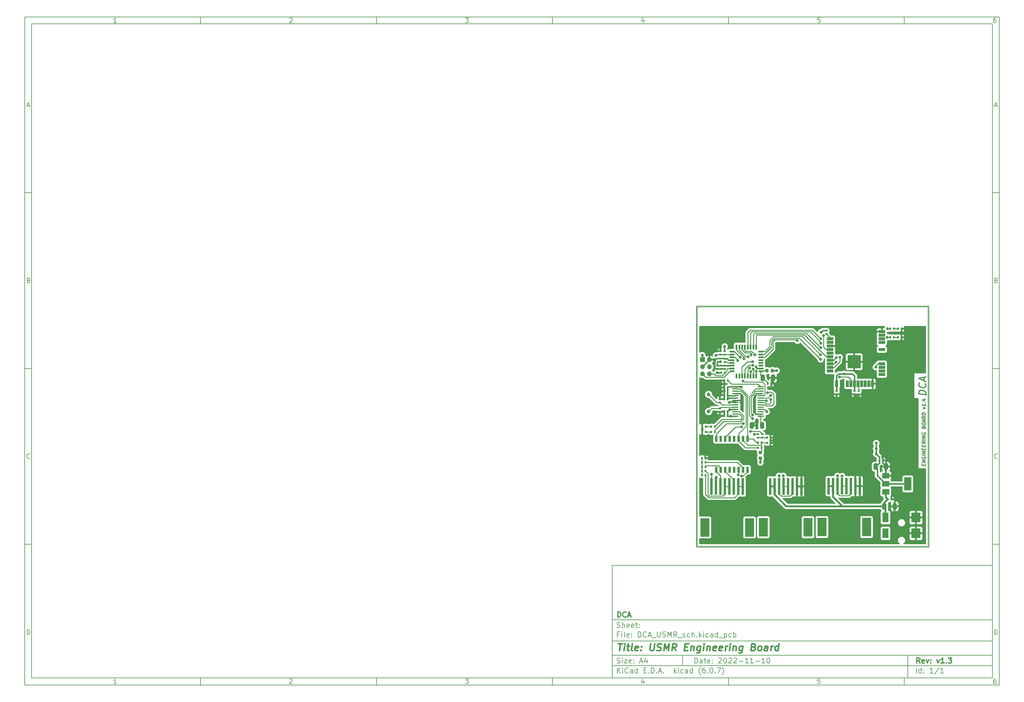
<source format=gtl>
%TF.GenerationSoftware,KiCad,Pcbnew,(6.0.7)*%
%TF.CreationDate,2023-02-07T14:26:13-05:00*%
%TF.ProjectId,DCA_USMR_sch,4443415f-5553-44d5-925f-7363682e6b69,v1.3*%
%TF.SameCoordinates,Original*%
%TF.FileFunction,Copper,L1,Top*%
%TF.FilePolarity,Positive*%
%FSLAX46Y46*%
G04 Gerber Fmt 4.6, Leading zero omitted, Abs format (unit mm)*
G04 Created by KiCad (PCBNEW (6.0.7)) date 2023-02-07 14:26:13*
%MOMM*%
%LPD*%
G01*
G04 APERTURE LIST*
G04 Aperture macros list*
%AMRoundRect*
0 Rectangle with rounded corners*
0 $1 Rounding radius*
0 $2 $3 $4 $5 $6 $7 $8 $9 X,Y pos of 4 corners*
0 Add a 4 corners polygon primitive as box body*
4,1,4,$2,$3,$4,$5,$6,$7,$8,$9,$2,$3,0*
0 Add four circle primitives for the rounded corners*
1,1,$1+$1,$2,$3*
1,1,$1+$1,$4,$5*
1,1,$1+$1,$6,$7*
1,1,$1+$1,$8,$9*
0 Add four rect primitives between the rounded corners*
20,1,$1+$1,$2,$3,$4,$5,0*
20,1,$1+$1,$4,$5,$6,$7,0*
20,1,$1+$1,$6,$7,$8,$9,0*
20,1,$1+$1,$8,$9,$2,$3,0*%
G04 Aperture macros list end*
%ADD10C,0.100000*%
%ADD11C,0.150000*%
%ADD12C,0.300000*%
%ADD13C,0.400000*%
%TA.AperFunction,NonConductor*%
%ADD14C,0.200000*%
%TD*%
%TA.AperFunction,Profile*%
%ADD15C,0.200000*%
%TD*%
%TA.AperFunction,NonConductor*%
%ADD16C,0.300000*%
%TD*%
%ADD17C,0.250000*%
%TA.AperFunction,NonConductor*%
%ADD18C,0.250000*%
%TD*%
%TA.AperFunction,SMDPad,CuDef*%
%ADD19RoundRect,0.140000X-0.170000X0.140000X-0.170000X-0.140000X0.170000X-0.140000X0.170000X0.140000X0*%
%TD*%
%TA.AperFunction,SMDPad,CuDef*%
%ADD20RoundRect,0.140000X-0.140000X-0.170000X0.140000X-0.170000X0.140000X0.170000X-0.140000X0.170000X0*%
%TD*%
%TA.AperFunction,SMDPad,CuDef*%
%ADD21RoundRect,0.140000X0.140000X0.170000X-0.140000X0.170000X-0.140000X-0.170000X0.140000X-0.170000X0*%
%TD*%
%TA.AperFunction,SMDPad,CuDef*%
%ADD22R,0.760000X1.700000*%
%TD*%
%TA.AperFunction,SMDPad,CuDef*%
%ADD23RoundRect,0.250000X0.325000X0.650000X-0.325000X0.650000X-0.325000X-0.650000X0.325000X-0.650000X0*%
%TD*%
%TA.AperFunction,SMDPad,CuDef*%
%ADD24RoundRect,0.147500X-0.147500X-0.172500X0.147500X-0.172500X0.147500X0.172500X-0.147500X0.172500X0*%
%TD*%
%TA.AperFunction,SMDPad,CuDef*%
%ADD25RoundRect,0.135000X0.135000X0.185000X-0.135000X0.185000X-0.135000X-0.185000X0.135000X-0.185000X0*%
%TD*%
%TA.AperFunction,SMDPad,CuDef*%
%ADD26RoundRect,0.135000X-0.185000X0.135000X-0.185000X-0.135000X0.185000X-0.135000X0.185000X0.135000X0*%
%TD*%
%TA.AperFunction,SMDPad,CuDef*%
%ADD27R,0.635000X4.749800*%
%TD*%
%TA.AperFunction,SMDPad,CuDef*%
%ADD28R,2.540000X5.207000*%
%TD*%
%TA.AperFunction,SMDPad,CuDef*%
%ADD29R,0.507200X1.461999*%
%TD*%
%TA.AperFunction,SMDPad,CuDef*%
%ADD30R,1.461999X0.507200*%
%TD*%
%TA.AperFunction,SMDPad,CuDef*%
%ADD31RoundRect,0.147500X0.147500X0.172500X-0.147500X0.172500X-0.147500X-0.172500X0.147500X-0.172500X0*%
%TD*%
%TA.AperFunction,SMDPad,CuDef*%
%ADD32RoundRect,0.140000X0.170000X-0.140000X0.170000X0.140000X-0.170000X0.140000X-0.170000X-0.140000X0*%
%TD*%
%TA.AperFunction,SMDPad,CuDef*%
%ADD33R,1.700000X2.800000*%
%TD*%
%TA.AperFunction,SMDPad,CuDef*%
%ADD34R,2.600000X2.800000*%
%TD*%
%TA.AperFunction,SMDPad,CuDef*%
%ADD35R,2.000000X1.500000*%
%TD*%
%TA.AperFunction,SMDPad,CuDef*%
%ADD36R,2.000000X3.800000*%
%TD*%
%TA.AperFunction,SMDPad,CuDef*%
%ADD37RoundRect,0.250000X-0.325000X-0.650000X0.325000X-0.650000X0.325000X0.650000X-0.325000X0.650000X0*%
%TD*%
%TA.AperFunction,SMDPad,CuDef*%
%ADD38RoundRect,0.135000X-0.135000X-0.185000X0.135000X-0.185000X0.135000X0.185000X-0.135000X0.185000X0*%
%TD*%
%TA.AperFunction,SMDPad,CuDef*%
%ADD39R,1.905000X0.812800*%
%TD*%
%TA.AperFunction,SMDPad,CuDef*%
%ADD40R,0.812800X1.905000*%
%TD*%
%TA.AperFunction,SMDPad,CuDef*%
%ADD41R,3.708400X3.708400*%
%TD*%
%TA.AperFunction,SMDPad,CuDef*%
%ADD42R,1.750000X0.450000*%
%TD*%
%TA.AperFunction,ComponentPad*%
%ADD43R,1.350000X1.350000*%
%TD*%
%TA.AperFunction,ComponentPad*%
%ADD44O,1.350000X1.350000*%
%TD*%
%TA.AperFunction,SMDPad,CuDef*%
%ADD45RoundRect,0.218750X-0.256250X0.218750X-0.256250X-0.218750X0.256250X-0.218750X0.256250X0.218750X0*%
%TD*%
%TA.AperFunction,SMDPad,CuDef*%
%ADD46RoundRect,0.135000X0.185000X-0.135000X0.185000X0.135000X-0.185000X0.135000X-0.185000X-0.135000X0*%
%TD*%
%TA.AperFunction,SMDPad,CuDef*%
%ADD47RoundRect,0.218750X0.218750X0.256250X-0.218750X0.256250X-0.218750X-0.256250X0.218750X-0.256250X0*%
%TD*%
%TA.AperFunction,ComponentPad*%
%ADD48C,1.030000*%
%TD*%
%TA.AperFunction,ViaPad*%
%ADD49C,0.800000*%
%TD*%
%TA.AperFunction,Conductor*%
%ADD50C,0.250000*%
%TD*%
%TA.AperFunction,Conductor*%
%ADD51C,0.450000*%
%TD*%
%TA.AperFunction,Conductor*%
%ADD52C,0.500000*%
%TD*%
%TA.AperFunction,Conductor*%
%ADD53C,0.200000*%
%TD*%
G04 APERTURE END LIST*
D10*
D11*
X177002200Y-166007200D02*
X177002200Y-198007200D01*
X285002200Y-198007200D01*
X285002200Y-166007200D01*
X177002200Y-166007200D01*
D10*
D11*
X10000000Y-10000000D02*
X10000000Y-200007200D01*
X287002200Y-200007200D01*
X287002200Y-10000000D01*
X10000000Y-10000000D01*
D10*
D11*
X12000000Y-12000000D02*
X12000000Y-198007200D01*
X285002200Y-198007200D01*
X285002200Y-12000000D01*
X12000000Y-12000000D01*
D10*
D11*
X60000000Y-12000000D02*
X60000000Y-10000000D01*
D10*
D11*
X110000000Y-12000000D02*
X110000000Y-10000000D01*
D10*
D11*
X160000000Y-12000000D02*
X160000000Y-10000000D01*
D10*
D11*
X210000000Y-12000000D02*
X210000000Y-10000000D01*
D10*
D11*
X260000000Y-12000000D02*
X260000000Y-10000000D01*
D10*
D11*
X36065476Y-11588095D02*
X35322619Y-11588095D01*
X35694047Y-11588095D02*
X35694047Y-10288095D01*
X35570238Y-10473809D01*
X35446428Y-10597619D01*
X35322619Y-10659523D01*
D10*
D11*
X85322619Y-10411904D02*
X85384523Y-10350000D01*
X85508333Y-10288095D01*
X85817857Y-10288095D01*
X85941666Y-10350000D01*
X86003571Y-10411904D01*
X86065476Y-10535714D01*
X86065476Y-10659523D01*
X86003571Y-10845238D01*
X85260714Y-11588095D01*
X86065476Y-11588095D01*
D10*
D11*
X135260714Y-10288095D02*
X136065476Y-10288095D01*
X135632142Y-10783333D01*
X135817857Y-10783333D01*
X135941666Y-10845238D01*
X136003571Y-10907142D01*
X136065476Y-11030952D01*
X136065476Y-11340476D01*
X136003571Y-11464285D01*
X135941666Y-11526190D01*
X135817857Y-11588095D01*
X135446428Y-11588095D01*
X135322619Y-11526190D01*
X135260714Y-11464285D01*
D10*
D11*
X185941666Y-10721428D02*
X185941666Y-11588095D01*
X185632142Y-10226190D02*
X185322619Y-11154761D01*
X186127380Y-11154761D01*
D10*
D11*
X236003571Y-10288095D02*
X235384523Y-10288095D01*
X235322619Y-10907142D01*
X235384523Y-10845238D01*
X235508333Y-10783333D01*
X235817857Y-10783333D01*
X235941666Y-10845238D01*
X236003571Y-10907142D01*
X236065476Y-11030952D01*
X236065476Y-11340476D01*
X236003571Y-11464285D01*
X235941666Y-11526190D01*
X235817857Y-11588095D01*
X235508333Y-11588095D01*
X235384523Y-11526190D01*
X235322619Y-11464285D01*
D10*
D11*
X285941666Y-10288095D02*
X285694047Y-10288095D01*
X285570238Y-10350000D01*
X285508333Y-10411904D01*
X285384523Y-10597619D01*
X285322619Y-10845238D01*
X285322619Y-11340476D01*
X285384523Y-11464285D01*
X285446428Y-11526190D01*
X285570238Y-11588095D01*
X285817857Y-11588095D01*
X285941666Y-11526190D01*
X286003571Y-11464285D01*
X286065476Y-11340476D01*
X286065476Y-11030952D01*
X286003571Y-10907142D01*
X285941666Y-10845238D01*
X285817857Y-10783333D01*
X285570238Y-10783333D01*
X285446428Y-10845238D01*
X285384523Y-10907142D01*
X285322619Y-11030952D01*
D10*
D11*
X60000000Y-198007200D02*
X60000000Y-200007200D01*
D10*
D11*
X110000000Y-198007200D02*
X110000000Y-200007200D01*
D10*
D11*
X160000000Y-198007200D02*
X160000000Y-200007200D01*
D10*
D11*
X210000000Y-198007200D02*
X210000000Y-200007200D01*
D10*
D11*
X260000000Y-198007200D02*
X260000000Y-200007200D01*
D10*
D11*
X36065476Y-199595295D02*
X35322619Y-199595295D01*
X35694047Y-199595295D02*
X35694047Y-198295295D01*
X35570238Y-198481009D01*
X35446428Y-198604819D01*
X35322619Y-198666723D01*
D10*
D11*
X85322619Y-198419104D02*
X85384523Y-198357200D01*
X85508333Y-198295295D01*
X85817857Y-198295295D01*
X85941666Y-198357200D01*
X86003571Y-198419104D01*
X86065476Y-198542914D01*
X86065476Y-198666723D01*
X86003571Y-198852438D01*
X85260714Y-199595295D01*
X86065476Y-199595295D01*
D10*
D11*
X135260714Y-198295295D02*
X136065476Y-198295295D01*
X135632142Y-198790533D01*
X135817857Y-198790533D01*
X135941666Y-198852438D01*
X136003571Y-198914342D01*
X136065476Y-199038152D01*
X136065476Y-199347676D01*
X136003571Y-199471485D01*
X135941666Y-199533390D01*
X135817857Y-199595295D01*
X135446428Y-199595295D01*
X135322619Y-199533390D01*
X135260714Y-199471485D01*
D10*
D11*
X185941666Y-198728628D02*
X185941666Y-199595295D01*
X185632142Y-198233390D02*
X185322619Y-199161961D01*
X186127380Y-199161961D01*
D10*
D11*
X236003571Y-198295295D02*
X235384523Y-198295295D01*
X235322619Y-198914342D01*
X235384523Y-198852438D01*
X235508333Y-198790533D01*
X235817857Y-198790533D01*
X235941666Y-198852438D01*
X236003571Y-198914342D01*
X236065476Y-199038152D01*
X236065476Y-199347676D01*
X236003571Y-199471485D01*
X235941666Y-199533390D01*
X235817857Y-199595295D01*
X235508333Y-199595295D01*
X235384523Y-199533390D01*
X235322619Y-199471485D01*
D10*
D11*
X285941666Y-198295295D02*
X285694047Y-198295295D01*
X285570238Y-198357200D01*
X285508333Y-198419104D01*
X285384523Y-198604819D01*
X285322619Y-198852438D01*
X285322619Y-199347676D01*
X285384523Y-199471485D01*
X285446428Y-199533390D01*
X285570238Y-199595295D01*
X285817857Y-199595295D01*
X285941666Y-199533390D01*
X286003571Y-199471485D01*
X286065476Y-199347676D01*
X286065476Y-199038152D01*
X286003571Y-198914342D01*
X285941666Y-198852438D01*
X285817857Y-198790533D01*
X285570238Y-198790533D01*
X285446428Y-198852438D01*
X285384523Y-198914342D01*
X285322619Y-199038152D01*
D10*
D11*
X10000000Y-60000000D02*
X12000000Y-60000000D01*
D10*
D11*
X10000000Y-110000000D02*
X12000000Y-110000000D01*
D10*
D11*
X10000000Y-160000000D02*
X12000000Y-160000000D01*
D10*
D11*
X10690476Y-35216666D02*
X11309523Y-35216666D01*
X10566666Y-35588095D02*
X11000000Y-34288095D01*
X11433333Y-35588095D01*
D10*
D11*
X11092857Y-84907142D02*
X11278571Y-84969047D01*
X11340476Y-85030952D01*
X11402380Y-85154761D01*
X11402380Y-85340476D01*
X11340476Y-85464285D01*
X11278571Y-85526190D01*
X11154761Y-85588095D01*
X10659523Y-85588095D01*
X10659523Y-84288095D01*
X11092857Y-84288095D01*
X11216666Y-84350000D01*
X11278571Y-84411904D01*
X11340476Y-84535714D01*
X11340476Y-84659523D01*
X11278571Y-84783333D01*
X11216666Y-84845238D01*
X11092857Y-84907142D01*
X10659523Y-84907142D01*
D10*
D11*
X11402380Y-135464285D02*
X11340476Y-135526190D01*
X11154761Y-135588095D01*
X11030952Y-135588095D01*
X10845238Y-135526190D01*
X10721428Y-135402380D01*
X10659523Y-135278571D01*
X10597619Y-135030952D01*
X10597619Y-134845238D01*
X10659523Y-134597619D01*
X10721428Y-134473809D01*
X10845238Y-134350000D01*
X11030952Y-134288095D01*
X11154761Y-134288095D01*
X11340476Y-134350000D01*
X11402380Y-134411904D01*
D10*
D11*
X10659523Y-185588095D02*
X10659523Y-184288095D01*
X10969047Y-184288095D01*
X11154761Y-184350000D01*
X11278571Y-184473809D01*
X11340476Y-184597619D01*
X11402380Y-184845238D01*
X11402380Y-185030952D01*
X11340476Y-185278571D01*
X11278571Y-185402380D01*
X11154761Y-185526190D01*
X10969047Y-185588095D01*
X10659523Y-185588095D01*
D10*
D11*
X287002200Y-60000000D02*
X285002200Y-60000000D01*
D10*
D11*
X287002200Y-110000000D02*
X285002200Y-110000000D01*
D10*
D11*
X287002200Y-160000000D02*
X285002200Y-160000000D01*
D10*
D11*
X285692676Y-35216666D02*
X286311723Y-35216666D01*
X285568866Y-35588095D02*
X286002200Y-34288095D01*
X286435533Y-35588095D01*
D10*
D11*
X286095057Y-84907142D02*
X286280771Y-84969047D01*
X286342676Y-85030952D01*
X286404580Y-85154761D01*
X286404580Y-85340476D01*
X286342676Y-85464285D01*
X286280771Y-85526190D01*
X286156961Y-85588095D01*
X285661723Y-85588095D01*
X285661723Y-84288095D01*
X286095057Y-84288095D01*
X286218866Y-84350000D01*
X286280771Y-84411904D01*
X286342676Y-84535714D01*
X286342676Y-84659523D01*
X286280771Y-84783333D01*
X286218866Y-84845238D01*
X286095057Y-84907142D01*
X285661723Y-84907142D01*
D10*
D11*
X286404580Y-135464285D02*
X286342676Y-135526190D01*
X286156961Y-135588095D01*
X286033152Y-135588095D01*
X285847438Y-135526190D01*
X285723628Y-135402380D01*
X285661723Y-135278571D01*
X285599819Y-135030952D01*
X285599819Y-134845238D01*
X285661723Y-134597619D01*
X285723628Y-134473809D01*
X285847438Y-134350000D01*
X286033152Y-134288095D01*
X286156961Y-134288095D01*
X286342676Y-134350000D01*
X286404580Y-134411904D01*
D10*
D11*
X285661723Y-185588095D02*
X285661723Y-184288095D01*
X285971247Y-184288095D01*
X286156961Y-184350000D01*
X286280771Y-184473809D01*
X286342676Y-184597619D01*
X286404580Y-184845238D01*
X286404580Y-185030952D01*
X286342676Y-185278571D01*
X286280771Y-185402380D01*
X286156961Y-185526190D01*
X285971247Y-185588095D01*
X285661723Y-185588095D01*
D10*
D11*
X200434342Y-193785771D02*
X200434342Y-192285771D01*
X200791485Y-192285771D01*
X201005771Y-192357200D01*
X201148628Y-192500057D01*
X201220057Y-192642914D01*
X201291485Y-192928628D01*
X201291485Y-193142914D01*
X201220057Y-193428628D01*
X201148628Y-193571485D01*
X201005771Y-193714342D01*
X200791485Y-193785771D01*
X200434342Y-193785771D01*
X202577200Y-193785771D02*
X202577200Y-193000057D01*
X202505771Y-192857200D01*
X202362914Y-192785771D01*
X202077200Y-192785771D01*
X201934342Y-192857200D01*
X202577200Y-193714342D02*
X202434342Y-193785771D01*
X202077200Y-193785771D01*
X201934342Y-193714342D01*
X201862914Y-193571485D01*
X201862914Y-193428628D01*
X201934342Y-193285771D01*
X202077200Y-193214342D01*
X202434342Y-193214342D01*
X202577200Y-193142914D01*
X203077200Y-192785771D02*
X203648628Y-192785771D01*
X203291485Y-192285771D02*
X203291485Y-193571485D01*
X203362914Y-193714342D01*
X203505771Y-193785771D01*
X203648628Y-193785771D01*
X204720057Y-193714342D02*
X204577200Y-193785771D01*
X204291485Y-193785771D01*
X204148628Y-193714342D01*
X204077200Y-193571485D01*
X204077200Y-193000057D01*
X204148628Y-192857200D01*
X204291485Y-192785771D01*
X204577200Y-192785771D01*
X204720057Y-192857200D01*
X204791485Y-193000057D01*
X204791485Y-193142914D01*
X204077200Y-193285771D01*
X205434342Y-193642914D02*
X205505771Y-193714342D01*
X205434342Y-193785771D01*
X205362914Y-193714342D01*
X205434342Y-193642914D01*
X205434342Y-193785771D01*
X205434342Y-192857200D02*
X205505771Y-192928628D01*
X205434342Y-193000057D01*
X205362914Y-192928628D01*
X205434342Y-192857200D01*
X205434342Y-193000057D01*
X207220057Y-192428628D02*
X207291485Y-192357200D01*
X207434342Y-192285771D01*
X207791485Y-192285771D01*
X207934342Y-192357200D01*
X208005771Y-192428628D01*
X208077200Y-192571485D01*
X208077200Y-192714342D01*
X208005771Y-192928628D01*
X207148628Y-193785771D01*
X208077200Y-193785771D01*
X209005771Y-192285771D02*
X209148628Y-192285771D01*
X209291485Y-192357200D01*
X209362914Y-192428628D01*
X209434342Y-192571485D01*
X209505771Y-192857200D01*
X209505771Y-193214342D01*
X209434342Y-193500057D01*
X209362914Y-193642914D01*
X209291485Y-193714342D01*
X209148628Y-193785771D01*
X209005771Y-193785771D01*
X208862914Y-193714342D01*
X208791485Y-193642914D01*
X208720057Y-193500057D01*
X208648628Y-193214342D01*
X208648628Y-192857200D01*
X208720057Y-192571485D01*
X208791485Y-192428628D01*
X208862914Y-192357200D01*
X209005771Y-192285771D01*
X210077200Y-192428628D02*
X210148628Y-192357200D01*
X210291485Y-192285771D01*
X210648628Y-192285771D01*
X210791485Y-192357200D01*
X210862914Y-192428628D01*
X210934342Y-192571485D01*
X210934342Y-192714342D01*
X210862914Y-192928628D01*
X210005771Y-193785771D01*
X210934342Y-193785771D01*
X211505771Y-192428628D02*
X211577200Y-192357200D01*
X211720057Y-192285771D01*
X212077200Y-192285771D01*
X212220057Y-192357200D01*
X212291485Y-192428628D01*
X212362914Y-192571485D01*
X212362914Y-192714342D01*
X212291485Y-192928628D01*
X211434342Y-193785771D01*
X212362914Y-193785771D01*
X213005771Y-193214342D02*
X214148628Y-193214342D01*
X215648628Y-193785771D02*
X214791485Y-193785771D01*
X215220057Y-193785771D02*
X215220057Y-192285771D01*
X215077200Y-192500057D01*
X214934342Y-192642914D01*
X214791485Y-192714342D01*
X217077200Y-193785771D02*
X216220057Y-193785771D01*
X216648628Y-193785771D02*
X216648628Y-192285771D01*
X216505771Y-192500057D01*
X216362914Y-192642914D01*
X216220057Y-192714342D01*
X217720057Y-193214342D02*
X218862914Y-193214342D01*
X220362914Y-193785771D02*
X219505771Y-193785771D01*
X219934342Y-193785771D02*
X219934342Y-192285771D01*
X219791485Y-192500057D01*
X219648628Y-192642914D01*
X219505771Y-192714342D01*
X221291485Y-192285771D02*
X221434342Y-192285771D01*
X221577200Y-192357200D01*
X221648628Y-192428628D01*
X221720057Y-192571485D01*
X221791485Y-192857200D01*
X221791485Y-193214342D01*
X221720057Y-193500057D01*
X221648628Y-193642914D01*
X221577200Y-193714342D01*
X221434342Y-193785771D01*
X221291485Y-193785771D01*
X221148628Y-193714342D01*
X221077200Y-193642914D01*
X221005771Y-193500057D01*
X220934342Y-193214342D01*
X220934342Y-192857200D01*
X221005771Y-192571485D01*
X221077200Y-192428628D01*
X221148628Y-192357200D01*
X221291485Y-192285771D01*
D10*
D11*
X177002200Y-194507200D02*
X285002200Y-194507200D01*
D10*
D11*
X178434342Y-196585771D02*
X178434342Y-195085771D01*
X179291485Y-196585771D02*
X178648628Y-195728628D01*
X179291485Y-195085771D02*
X178434342Y-195942914D01*
X179934342Y-196585771D02*
X179934342Y-195585771D01*
X179934342Y-195085771D02*
X179862914Y-195157200D01*
X179934342Y-195228628D01*
X180005771Y-195157200D01*
X179934342Y-195085771D01*
X179934342Y-195228628D01*
X181505771Y-196442914D02*
X181434342Y-196514342D01*
X181220057Y-196585771D01*
X181077200Y-196585771D01*
X180862914Y-196514342D01*
X180720057Y-196371485D01*
X180648628Y-196228628D01*
X180577200Y-195942914D01*
X180577200Y-195728628D01*
X180648628Y-195442914D01*
X180720057Y-195300057D01*
X180862914Y-195157200D01*
X181077200Y-195085771D01*
X181220057Y-195085771D01*
X181434342Y-195157200D01*
X181505771Y-195228628D01*
X182791485Y-196585771D02*
X182791485Y-195800057D01*
X182720057Y-195657200D01*
X182577200Y-195585771D01*
X182291485Y-195585771D01*
X182148628Y-195657200D01*
X182791485Y-196514342D02*
X182648628Y-196585771D01*
X182291485Y-196585771D01*
X182148628Y-196514342D01*
X182077200Y-196371485D01*
X182077200Y-196228628D01*
X182148628Y-196085771D01*
X182291485Y-196014342D01*
X182648628Y-196014342D01*
X182791485Y-195942914D01*
X184148628Y-196585771D02*
X184148628Y-195085771D01*
X184148628Y-196514342D02*
X184005771Y-196585771D01*
X183720057Y-196585771D01*
X183577200Y-196514342D01*
X183505771Y-196442914D01*
X183434342Y-196300057D01*
X183434342Y-195871485D01*
X183505771Y-195728628D01*
X183577200Y-195657200D01*
X183720057Y-195585771D01*
X184005771Y-195585771D01*
X184148628Y-195657200D01*
X186005771Y-195800057D02*
X186505771Y-195800057D01*
X186720057Y-196585771D02*
X186005771Y-196585771D01*
X186005771Y-195085771D01*
X186720057Y-195085771D01*
X187362914Y-196442914D02*
X187434342Y-196514342D01*
X187362914Y-196585771D01*
X187291485Y-196514342D01*
X187362914Y-196442914D01*
X187362914Y-196585771D01*
X188077200Y-196585771D02*
X188077200Y-195085771D01*
X188434342Y-195085771D01*
X188648628Y-195157200D01*
X188791485Y-195300057D01*
X188862914Y-195442914D01*
X188934342Y-195728628D01*
X188934342Y-195942914D01*
X188862914Y-196228628D01*
X188791485Y-196371485D01*
X188648628Y-196514342D01*
X188434342Y-196585771D01*
X188077200Y-196585771D01*
X189577200Y-196442914D02*
X189648628Y-196514342D01*
X189577200Y-196585771D01*
X189505771Y-196514342D01*
X189577200Y-196442914D01*
X189577200Y-196585771D01*
X190220057Y-196157200D02*
X190934342Y-196157200D01*
X190077200Y-196585771D02*
X190577200Y-195085771D01*
X191077200Y-196585771D01*
X191577200Y-196442914D02*
X191648628Y-196514342D01*
X191577200Y-196585771D01*
X191505771Y-196514342D01*
X191577200Y-196442914D01*
X191577200Y-196585771D01*
X194577200Y-196585771D02*
X194577200Y-195085771D01*
X194720057Y-196014342D02*
X195148628Y-196585771D01*
X195148628Y-195585771D02*
X194577200Y-196157200D01*
X195791485Y-196585771D02*
X195791485Y-195585771D01*
X195791485Y-195085771D02*
X195720057Y-195157200D01*
X195791485Y-195228628D01*
X195862914Y-195157200D01*
X195791485Y-195085771D01*
X195791485Y-195228628D01*
X197148628Y-196514342D02*
X197005771Y-196585771D01*
X196720057Y-196585771D01*
X196577200Y-196514342D01*
X196505771Y-196442914D01*
X196434342Y-196300057D01*
X196434342Y-195871485D01*
X196505771Y-195728628D01*
X196577200Y-195657200D01*
X196720057Y-195585771D01*
X197005771Y-195585771D01*
X197148628Y-195657200D01*
X198434342Y-196585771D02*
X198434342Y-195800057D01*
X198362914Y-195657200D01*
X198220057Y-195585771D01*
X197934342Y-195585771D01*
X197791485Y-195657200D01*
X198434342Y-196514342D02*
X198291485Y-196585771D01*
X197934342Y-196585771D01*
X197791485Y-196514342D01*
X197720057Y-196371485D01*
X197720057Y-196228628D01*
X197791485Y-196085771D01*
X197934342Y-196014342D01*
X198291485Y-196014342D01*
X198434342Y-195942914D01*
X199791485Y-196585771D02*
X199791485Y-195085771D01*
X199791485Y-196514342D02*
X199648628Y-196585771D01*
X199362914Y-196585771D01*
X199220057Y-196514342D01*
X199148628Y-196442914D01*
X199077200Y-196300057D01*
X199077200Y-195871485D01*
X199148628Y-195728628D01*
X199220057Y-195657200D01*
X199362914Y-195585771D01*
X199648628Y-195585771D01*
X199791485Y-195657200D01*
X202077200Y-197157200D02*
X202005771Y-197085771D01*
X201862914Y-196871485D01*
X201791485Y-196728628D01*
X201720057Y-196514342D01*
X201648628Y-196157200D01*
X201648628Y-195871485D01*
X201720057Y-195514342D01*
X201791485Y-195300057D01*
X201862914Y-195157200D01*
X202005771Y-194942914D01*
X202077200Y-194871485D01*
X203291485Y-195085771D02*
X203005771Y-195085771D01*
X202862914Y-195157200D01*
X202791485Y-195228628D01*
X202648628Y-195442914D01*
X202577200Y-195728628D01*
X202577200Y-196300057D01*
X202648628Y-196442914D01*
X202720057Y-196514342D01*
X202862914Y-196585771D01*
X203148628Y-196585771D01*
X203291485Y-196514342D01*
X203362914Y-196442914D01*
X203434342Y-196300057D01*
X203434342Y-195942914D01*
X203362914Y-195800057D01*
X203291485Y-195728628D01*
X203148628Y-195657200D01*
X202862914Y-195657200D01*
X202720057Y-195728628D01*
X202648628Y-195800057D01*
X202577200Y-195942914D01*
X204077200Y-196442914D02*
X204148628Y-196514342D01*
X204077200Y-196585771D01*
X204005771Y-196514342D01*
X204077200Y-196442914D01*
X204077200Y-196585771D01*
X205077200Y-195085771D02*
X205220057Y-195085771D01*
X205362914Y-195157200D01*
X205434342Y-195228628D01*
X205505771Y-195371485D01*
X205577200Y-195657200D01*
X205577200Y-196014342D01*
X205505771Y-196300057D01*
X205434342Y-196442914D01*
X205362914Y-196514342D01*
X205220057Y-196585771D01*
X205077200Y-196585771D01*
X204934342Y-196514342D01*
X204862914Y-196442914D01*
X204791485Y-196300057D01*
X204720057Y-196014342D01*
X204720057Y-195657200D01*
X204791485Y-195371485D01*
X204862914Y-195228628D01*
X204934342Y-195157200D01*
X205077200Y-195085771D01*
X206220057Y-196442914D02*
X206291485Y-196514342D01*
X206220057Y-196585771D01*
X206148628Y-196514342D01*
X206220057Y-196442914D01*
X206220057Y-196585771D01*
X206791485Y-195085771D02*
X207791485Y-195085771D01*
X207148628Y-196585771D01*
X208220057Y-197157200D02*
X208291485Y-197085771D01*
X208434342Y-196871485D01*
X208505771Y-196728628D01*
X208577200Y-196514342D01*
X208648628Y-196157200D01*
X208648628Y-195871485D01*
X208577200Y-195514342D01*
X208505771Y-195300057D01*
X208434342Y-195157200D01*
X208291485Y-194942914D01*
X208220057Y-194871485D01*
D10*
D11*
X177002200Y-191507200D02*
X285002200Y-191507200D01*
D10*
D12*
X264411485Y-193785771D02*
X263911485Y-193071485D01*
X263554342Y-193785771D02*
X263554342Y-192285771D01*
X264125771Y-192285771D01*
X264268628Y-192357200D01*
X264340057Y-192428628D01*
X264411485Y-192571485D01*
X264411485Y-192785771D01*
X264340057Y-192928628D01*
X264268628Y-193000057D01*
X264125771Y-193071485D01*
X263554342Y-193071485D01*
X265625771Y-193714342D02*
X265482914Y-193785771D01*
X265197200Y-193785771D01*
X265054342Y-193714342D01*
X264982914Y-193571485D01*
X264982914Y-193000057D01*
X265054342Y-192857200D01*
X265197200Y-192785771D01*
X265482914Y-192785771D01*
X265625771Y-192857200D01*
X265697200Y-193000057D01*
X265697200Y-193142914D01*
X264982914Y-193285771D01*
X266197200Y-192785771D02*
X266554342Y-193785771D01*
X266911485Y-192785771D01*
X267482914Y-193642914D02*
X267554342Y-193714342D01*
X267482914Y-193785771D01*
X267411485Y-193714342D01*
X267482914Y-193642914D01*
X267482914Y-193785771D01*
X267482914Y-192857200D02*
X267554342Y-192928628D01*
X267482914Y-193000057D01*
X267411485Y-192928628D01*
X267482914Y-192857200D01*
X267482914Y-193000057D01*
X269197200Y-192785771D02*
X269554342Y-193785771D01*
X269911485Y-192785771D01*
X271268628Y-193785771D02*
X270411485Y-193785771D01*
X270840057Y-193785771D02*
X270840057Y-192285771D01*
X270697200Y-192500057D01*
X270554342Y-192642914D01*
X270411485Y-192714342D01*
X271911485Y-193642914D02*
X271982914Y-193714342D01*
X271911485Y-193785771D01*
X271840057Y-193714342D01*
X271911485Y-193642914D01*
X271911485Y-193785771D01*
X272482914Y-192285771D02*
X273411485Y-192285771D01*
X272911485Y-192857200D01*
X273125771Y-192857200D01*
X273268628Y-192928628D01*
X273340057Y-193000057D01*
X273411485Y-193142914D01*
X273411485Y-193500057D01*
X273340057Y-193642914D01*
X273268628Y-193714342D01*
X273125771Y-193785771D01*
X272697200Y-193785771D01*
X272554342Y-193714342D01*
X272482914Y-193642914D01*
D10*
D11*
X178362914Y-193714342D02*
X178577200Y-193785771D01*
X178934342Y-193785771D01*
X179077200Y-193714342D01*
X179148628Y-193642914D01*
X179220057Y-193500057D01*
X179220057Y-193357200D01*
X179148628Y-193214342D01*
X179077200Y-193142914D01*
X178934342Y-193071485D01*
X178648628Y-193000057D01*
X178505771Y-192928628D01*
X178434342Y-192857200D01*
X178362914Y-192714342D01*
X178362914Y-192571485D01*
X178434342Y-192428628D01*
X178505771Y-192357200D01*
X178648628Y-192285771D01*
X179005771Y-192285771D01*
X179220057Y-192357200D01*
X179862914Y-193785771D02*
X179862914Y-192785771D01*
X179862914Y-192285771D02*
X179791485Y-192357200D01*
X179862914Y-192428628D01*
X179934342Y-192357200D01*
X179862914Y-192285771D01*
X179862914Y-192428628D01*
X180434342Y-192785771D02*
X181220057Y-192785771D01*
X180434342Y-193785771D01*
X181220057Y-193785771D01*
X182362914Y-193714342D02*
X182220057Y-193785771D01*
X181934342Y-193785771D01*
X181791485Y-193714342D01*
X181720057Y-193571485D01*
X181720057Y-193000057D01*
X181791485Y-192857200D01*
X181934342Y-192785771D01*
X182220057Y-192785771D01*
X182362914Y-192857200D01*
X182434342Y-193000057D01*
X182434342Y-193142914D01*
X181720057Y-193285771D01*
X183077200Y-193642914D02*
X183148628Y-193714342D01*
X183077200Y-193785771D01*
X183005771Y-193714342D01*
X183077200Y-193642914D01*
X183077200Y-193785771D01*
X183077200Y-192857200D02*
X183148628Y-192928628D01*
X183077200Y-193000057D01*
X183005771Y-192928628D01*
X183077200Y-192857200D01*
X183077200Y-193000057D01*
X184862914Y-193357200D02*
X185577200Y-193357200D01*
X184720057Y-193785771D02*
X185220057Y-192285771D01*
X185720057Y-193785771D01*
X186862914Y-192785771D02*
X186862914Y-193785771D01*
X186505771Y-192214342D02*
X186148628Y-193285771D01*
X187077200Y-193285771D01*
D10*
D11*
X263434342Y-196585771D02*
X263434342Y-195085771D01*
X264791485Y-196585771D02*
X264791485Y-195085771D01*
X264791485Y-196514342D02*
X264648628Y-196585771D01*
X264362914Y-196585771D01*
X264220057Y-196514342D01*
X264148628Y-196442914D01*
X264077200Y-196300057D01*
X264077200Y-195871485D01*
X264148628Y-195728628D01*
X264220057Y-195657200D01*
X264362914Y-195585771D01*
X264648628Y-195585771D01*
X264791485Y-195657200D01*
X265505771Y-196442914D02*
X265577200Y-196514342D01*
X265505771Y-196585771D01*
X265434342Y-196514342D01*
X265505771Y-196442914D01*
X265505771Y-196585771D01*
X265505771Y-195657200D02*
X265577200Y-195728628D01*
X265505771Y-195800057D01*
X265434342Y-195728628D01*
X265505771Y-195657200D01*
X265505771Y-195800057D01*
X268148628Y-196585771D02*
X267291485Y-196585771D01*
X267720057Y-196585771D02*
X267720057Y-195085771D01*
X267577200Y-195300057D01*
X267434342Y-195442914D01*
X267291485Y-195514342D01*
X269862914Y-195014342D02*
X268577200Y-196942914D01*
X271148628Y-196585771D02*
X270291485Y-196585771D01*
X270720057Y-196585771D02*
X270720057Y-195085771D01*
X270577200Y-195300057D01*
X270434342Y-195442914D01*
X270291485Y-195514342D01*
D10*
D11*
X177002200Y-187507200D02*
X285002200Y-187507200D01*
D10*
D13*
X178714580Y-188211961D02*
X179857438Y-188211961D01*
X179036009Y-190211961D02*
X179286009Y-188211961D01*
X180274104Y-190211961D02*
X180440771Y-188878628D01*
X180524104Y-188211961D02*
X180416961Y-188307200D01*
X180500295Y-188402438D01*
X180607438Y-188307200D01*
X180524104Y-188211961D01*
X180500295Y-188402438D01*
X181107438Y-188878628D02*
X181869342Y-188878628D01*
X181476485Y-188211961D02*
X181262200Y-189926247D01*
X181333628Y-190116723D01*
X181512200Y-190211961D01*
X181702676Y-190211961D01*
X182655057Y-190211961D02*
X182476485Y-190116723D01*
X182405057Y-189926247D01*
X182619342Y-188211961D01*
X184190771Y-190116723D02*
X183988390Y-190211961D01*
X183607438Y-190211961D01*
X183428866Y-190116723D01*
X183357438Y-189926247D01*
X183452676Y-189164342D01*
X183571723Y-188973866D01*
X183774104Y-188878628D01*
X184155057Y-188878628D01*
X184333628Y-188973866D01*
X184405057Y-189164342D01*
X184381247Y-189354819D01*
X183405057Y-189545295D01*
X185155057Y-190021485D02*
X185238390Y-190116723D01*
X185131247Y-190211961D01*
X185047914Y-190116723D01*
X185155057Y-190021485D01*
X185131247Y-190211961D01*
X185286009Y-188973866D02*
X185369342Y-189069104D01*
X185262200Y-189164342D01*
X185178866Y-189069104D01*
X185286009Y-188973866D01*
X185262200Y-189164342D01*
X187857438Y-188211961D02*
X187655057Y-189831009D01*
X187726485Y-190021485D01*
X187809819Y-190116723D01*
X187988390Y-190211961D01*
X188369342Y-190211961D01*
X188571723Y-190116723D01*
X188678866Y-190021485D01*
X188797914Y-189831009D01*
X189000295Y-188211961D01*
X189619342Y-190116723D02*
X189893152Y-190211961D01*
X190369342Y-190211961D01*
X190571723Y-190116723D01*
X190678866Y-190021485D01*
X190797914Y-189831009D01*
X190821723Y-189640533D01*
X190750295Y-189450057D01*
X190666961Y-189354819D01*
X190488390Y-189259580D01*
X190119342Y-189164342D01*
X189940771Y-189069104D01*
X189857438Y-188973866D01*
X189786009Y-188783390D01*
X189809819Y-188592914D01*
X189928866Y-188402438D01*
X190036009Y-188307200D01*
X190238390Y-188211961D01*
X190714580Y-188211961D01*
X190988390Y-188307200D01*
X191607438Y-190211961D02*
X191857438Y-188211961D01*
X192345533Y-189640533D01*
X193190771Y-188211961D01*
X192940771Y-190211961D01*
X195036009Y-190211961D02*
X194488390Y-189259580D01*
X193893152Y-190211961D02*
X194143152Y-188211961D01*
X194905057Y-188211961D01*
X195083628Y-188307200D01*
X195166961Y-188402438D01*
X195238390Y-188592914D01*
X195202676Y-188878628D01*
X195083628Y-189069104D01*
X194976485Y-189164342D01*
X194774104Y-189259580D01*
X194012200Y-189259580D01*
X197547914Y-189164342D02*
X198214580Y-189164342D01*
X198369342Y-190211961D02*
X197416961Y-190211961D01*
X197666961Y-188211961D01*
X198619342Y-188211961D01*
X199393152Y-188878628D02*
X199226485Y-190211961D01*
X199369342Y-189069104D02*
X199476485Y-188973866D01*
X199678866Y-188878628D01*
X199964580Y-188878628D01*
X200143152Y-188973866D01*
X200214580Y-189164342D01*
X200083628Y-190211961D01*
X202059819Y-188878628D02*
X201857438Y-190497676D01*
X201738390Y-190688152D01*
X201631247Y-190783390D01*
X201428866Y-190878628D01*
X201143152Y-190878628D01*
X200964580Y-190783390D01*
X201905057Y-190116723D02*
X201702676Y-190211961D01*
X201321723Y-190211961D01*
X201143152Y-190116723D01*
X201059819Y-190021485D01*
X200988390Y-189831009D01*
X201059819Y-189259580D01*
X201178866Y-189069104D01*
X201286009Y-188973866D01*
X201488390Y-188878628D01*
X201869342Y-188878628D01*
X202047914Y-188973866D01*
X202845533Y-190211961D02*
X203012200Y-188878628D01*
X203095533Y-188211961D02*
X202988390Y-188307200D01*
X203071723Y-188402438D01*
X203178866Y-188307200D01*
X203095533Y-188211961D01*
X203071723Y-188402438D01*
X203964580Y-188878628D02*
X203797914Y-190211961D01*
X203940771Y-189069104D02*
X204047914Y-188973866D01*
X204250295Y-188878628D01*
X204536009Y-188878628D01*
X204714580Y-188973866D01*
X204786009Y-189164342D01*
X204655057Y-190211961D01*
X206381247Y-190116723D02*
X206178866Y-190211961D01*
X205797914Y-190211961D01*
X205619342Y-190116723D01*
X205547914Y-189926247D01*
X205643152Y-189164342D01*
X205762200Y-188973866D01*
X205964580Y-188878628D01*
X206345533Y-188878628D01*
X206524104Y-188973866D01*
X206595533Y-189164342D01*
X206571723Y-189354819D01*
X205595533Y-189545295D01*
X208095533Y-190116723D02*
X207893152Y-190211961D01*
X207512200Y-190211961D01*
X207333628Y-190116723D01*
X207262200Y-189926247D01*
X207357438Y-189164342D01*
X207476485Y-188973866D01*
X207678866Y-188878628D01*
X208059819Y-188878628D01*
X208238390Y-188973866D01*
X208309819Y-189164342D01*
X208286009Y-189354819D01*
X207309819Y-189545295D01*
X209036009Y-190211961D02*
X209202676Y-188878628D01*
X209155057Y-189259580D02*
X209274104Y-189069104D01*
X209381247Y-188973866D01*
X209583628Y-188878628D01*
X209774104Y-188878628D01*
X210274104Y-190211961D02*
X210440771Y-188878628D01*
X210524104Y-188211961D02*
X210416961Y-188307200D01*
X210500295Y-188402438D01*
X210607438Y-188307200D01*
X210524104Y-188211961D01*
X210500295Y-188402438D01*
X211393152Y-188878628D02*
X211226485Y-190211961D01*
X211369342Y-189069104D02*
X211476485Y-188973866D01*
X211678866Y-188878628D01*
X211964580Y-188878628D01*
X212143152Y-188973866D01*
X212214580Y-189164342D01*
X212083628Y-190211961D01*
X214059819Y-188878628D02*
X213857438Y-190497676D01*
X213738390Y-190688152D01*
X213631247Y-190783390D01*
X213428866Y-190878628D01*
X213143152Y-190878628D01*
X212964580Y-190783390D01*
X213905057Y-190116723D02*
X213702676Y-190211961D01*
X213321723Y-190211961D01*
X213143152Y-190116723D01*
X213059819Y-190021485D01*
X212988390Y-189831009D01*
X213059819Y-189259580D01*
X213178866Y-189069104D01*
X213286009Y-188973866D01*
X213488390Y-188878628D01*
X213869342Y-188878628D01*
X214047914Y-188973866D01*
X217166961Y-189164342D02*
X217440771Y-189259580D01*
X217524104Y-189354819D01*
X217595533Y-189545295D01*
X217559819Y-189831009D01*
X217440771Y-190021485D01*
X217333628Y-190116723D01*
X217131247Y-190211961D01*
X216369342Y-190211961D01*
X216619342Y-188211961D01*
X217286009Y-188211961D01*
X217464580Y-188307200D01*
X217547914Y-188402438D01*
X217619342Y-188592914D01*
X217595533Y-188783390D01*
X217476485Y-188973866D01*
X217369342Y-189069104D01*
X217166961Y-189164342D01*
X216500295Y-189164342D01*
X218655057Y-190211961D02*
X218476485Y-190116723D01*
X218393152Y-190021485D01*
X218321723Y-189831009D01*
X218393152Y-189259580D01*
X218512200Y-189069104D01*
X218619342Y-188973866D01*
X218821723Y-188878628D01*
X219107438Y-188878628D01*
X219286009Y-188973866D01*
X219369342Y-189069104D01*
X219440771Y-189259580D01*
X219369342Y-189831009D01*
X219250295Y-190021485D01*
X219143152Y-190116723D01*
X218940771Y-190211961D01*
X218655057Y-190211961D01*
X221036009Y-190211961D02*
X221166961Y-189164342D01*
X221095533Y-188973866D01*
X220916961Y-188878628D01*
X220536009Y-188878628D01*
X220333628Y-188973866D01*
X221047914Y-190116723D02*
X220845533Y-190211961D01*
X220369342Y-190211961D01*
X220190771Y-190116723D01*
X220119342Y-189926247D01*
X220143152Y-189735771D01*
X220262200Y-189545295D01*
X220464580Y-189450057D01*
X220940771Y-189450057D01*
X221143152Y-189354819D01*
X221988390Y-190211961D02*
X222155057Y-188878628D01*
X222107438Y-189259580D02*
X222226485Y-189069104D01*
X222333628Y-188973866D01*
X222536009Y-188878628D01*
X222726485Y-188878628D01*
X224083628Y-190211961D02*
X224333628Y-188211961D01*
X224095533Y-190116723D02*
X223893152Y-190211961D01*
X223512199Y-190211961D01*
X223333628Y-190116723D01*
X223250295Y-190021485D01*
X223178866Y-189831009D01*
X223250295Y-189259580D01*
X223369342Y-189069104D01*
X223476485Y-188973866D01*
X223678866Y-188878628D01*
X224059819Y-188878628D01*
X224238390Y-188973866D01*
D10*
D11*
X178934342Y-185600057D02*
X178434342Y-185600057D01*
X178434342Y-186385771D02*
X178434342Y-184885771D01*
X179148628Y-184885771D01*
X179720057Y-186385771D02*
X179720057Y-185385771D01*
X179720057Y-184885771D02*
X179648628Y-184957200D01*
X179720057Y-185028628D01*
X179791485Y-184957200D01*
X179720057Y-184885771D01*
X179720057Y-185028628D01*
X180648628Y-186385771D02*
X180505771Y-186314342D01*
X180434342Y-186171485D01*
X180434342Y-184885771D01*
X181791485Y-186314342D02*
X181648628Y-186385771D01*
X181362914Y-186385771D01*
X181220057Y-186314342D01*
X181148628Y-186171485D01*
X181148628Y-185600057D01*
X181220057Y-185457200D01*
X181362914Y-185385771D01*
X181648628Y-185385771D01*
X181791485Y-185457200D01*
X181862914Y-185600057D01*
X181862914Y-185742914D01*
X181148628Y-185885771D01*
X182505771Y-186242914D02*
X182577200Y-186314342D01*
X182505771Y-186385771D01*
X182434342Y-186314342D01*
X182505771Y-186242914D01*
X182505771Y-186385771D01*
X182505771Y-185457200D02*
X182577200Y-185528628D01*
X182505771Y-185600057D01*
X182434342Y-185528628D01*
X182505771Y-185457200D01*
X182505771Y-185600057D01*
X184362914Y-186385771D02*
X184362914Y-184885771D01*
X184720057Y-184885771D01*
X184934342Y-184957200D01*
X185077200Y-185100057D01*
X185148628Y-185242914D01*
X185220057Y-185528628D01*
X185220057Y-185742914D01*
X185148628Y-186028628D01*
X185077200Y-186171485D01*
X184934342Y-186314342D01*
X184720057Y-186385771D01*
X184362914Y-186385771D01*
X186720057Y-186242914D02*
X186648628Y-186314342D01*
X186434342Y-186385771D01*
X186291485Y-186385771D01*
X186077200Y-186314342D01*
X185934342Y-186171485D01*
X185862914Y-186028628D01*
X185791485Y-185742914D01*
X185791485Y-185528628D01*
X185862914Y-185242914D01*
X185934342Y-185100057D01*
X186077200Y-184957200D01*
X186291485Y-184885771D01*
X186434342Y-184885771D01*
X186648628Y-184957200D01*
X186720057Y-185028628D01*
X187291485Y-185957200D02*
X188005771Y-185957200D01*
X187148628Y-186385771D02*
X187648628Y-184885771D01*
X188148628Y-186385771D01*
X188291485Y-186528628D02*
X189434342Y-186528628D01*
X189791485Y-184885771D02*
X189791485Y-186100057D01*
X189862914Y-186242914D01*
X189934342Y-186314342D01*
X190077200Y-186385771D01*
X190362914Y-186385771D01*
X190505771Y-186314342D01*
X190577200Y-186242914D01*
X190648628Y-186100057D01*
X190648628Y-184885771D01*
X191291485Y-186314342D02*
X191505771Y-186385771D01*
X191862914Y-186385771D01*
X192005771Y-186314342D01*
X192077200Y-186242914D01*
X192148628Y-186100057D01*
X192148628Y-185957200D01*
X192077200Y-185814342D01*
X192005771Y-185742914D01*
X191862914Y-185671485D01*
X191577200Y-185600057D01*
X191434342Y-185528628D01*
X191362914Y-185457200D01*
X191291485Y-185314342D01*
X191291485Y-185171485D01*
X191362914Y-185028628D01*
X191434342Y-184957200D01*
X191577200Y-184885771D01*
X191934342Y-184885771D01*
X192148628Y-184957200D01*
X192791485Y-186385771D02*
X192791485Y-184885771D01*
X193291485Y-185957200D01*
X193791485Y-184885771D01*
X193791485Y-186385771D01*
X195362914Y-186385771D02*
X194862914Y-185671485D01*
X194505771Y-186385771D02*
X194505771Y-184885771D01*
X195077200Y-184885771D01*
X195220057Y-184957200D01*
X195291485Y-185028628D01*
X195362914Y-185171485D01*
X195362914Y-185385771D01*
X195291485Y-185528628D01*
X195220057Y-185600057D01*
X195077200Y-185671485D01*
X194505771Y-185671485D01*
X195648628Y-186528628D02*
X196791485Y-186528628D01*
X197077200Y-186314342D02*
X197220057Y-186385771D01*
X197505771Y-186385771D01*
X197648628Y-186314342D01*
X197720057Y-186171485D01*
X197720057Y-186100057D01*
X197648628Y-185957200D01*
X197505771Y-185885771D01*
X197291485Y-185885771D01*
X197148628Y-185814342D01*
X197077200Y-185671485D01*
X197077200Y-185600057D01*
X197148628Y-185457200D01*
X197291485Y-185385771D01*
X197505771Y-185385771D01*
X197648628Y-185457200D01*
X199005771Y-186314342D02*
X198862914Y-186385771D01*
X198577200Y-186385771D01*
X198434342Y-186314342D01*
X198362914Y-186242914D01*
X198291485Y-186100057D01*
X198291485Y-185671485D01*
X198362914Y-185528628D01*
X198434342Y-185457200D01*
X198577200Y-185385771D01*
X198862914Y-185385771D01*
X199005771Y-185457200D01*
X199648628Y-186385771D02*
X199648628Y-184885771D01*
X200291485Y-186385771D02*
X200291485Y-185600057D01*
X200220057Y-185457200D01*
X200077200Y-185385771D01*
X199862914Y-185385771D01*
X199720057Y-185457200D01*
X199648628Y-185528628D01*
X201005771Y-186242914D02*
X201077200Y-186314342D01*
X201005771Y-186385771D01*
X200934342Y-186314342D01*
X201005771Y-186242914D01*
X201005771Y-186385771D01*
X201720057Y-186385771D02*
X201720057Y-184885771D01*
X201862914Y-185814342D02*
X202291485Y-186385771D01*
X202291485Y-185385771D02*
X201720057Y-185957200D01*
X202934342Y-186385771D02*
X202934342Y-185385771D01*
X202934342Y-184885771D02*
X202862914Y-184957200D01*
X202934342Y-185028628D01*
X203005771Y-184957200D01*
X202934342Y-184885771D01*
X202934342Y-185028628D01*
X204291485Y-186314342D02*
X204148628Y-186385771D01*
X203862914Y-186385771D01*
X203720057Y-186314342D01*
X203648628Y-186242914D01*
X203577200Y-186100057D01*
X203577200Y-185671485D01*
X203648628Y-185528628D01*
X203720057Y-185457200D01*
X203862914Y-185385771D01*
X204148628Y-185385771D01*
X204291485Y-185457200D01*
X205577200Y-186385771D02*
X205577200Y-185600057D01*
X205505771Y-185457200D01*
X205362914Y-185385771D01*
X205077200Y-185385771D01*
X204934342Y-185457200D01*
X205577200Y-186314342D02*
X205434342Y-186385771D01*
X205077200Y-186385771D01*
X204934342Y-186314342D01*
X204862914Y-186171485D01*
X204862914Y-186028628D01*
X204934342Y-185885771D01*
X205077200Y-185814342D01*
X205434342Y-185814342D01*
X205577200Y-185742914D01*
X206934342Y-186385771D02*
X206934342Y-184885771D01*
X206934342Y-186314342D02*
X206791485Y-186385771D01*
X206505771Y-186385771D01*
X206362914Y-186314342D01*
X206291485Y-186242914D01*
X206220057Y-186100057D01*
X206220057Y-185671485D01*
X206291485Y-185528628D01*
X206362914Y-185457200D01*
X206505771Y-185385771D01*
X206791485Y-185385771D01*
X206934342Y-185457200D01*
X207291485Y-186528628D02*
X208434342Y-186528628D01*
X208791485Y-185385771D02*
X208791485Y-186885771D01*
X208791485Y-185457200D02*
X208934342Y-185385771D01*
X209220057Y-185385771D01*
X209362914Y-185457200D01*
X209434342Y-185528628D01*
X209505771Y-185671485D01*
X209505771Y-186100057D01*
X209434342Y-186242914D01*
X209362914Y-186314342D01*
X209220057Y-186385771D01*
X208934342Y-186385771D01*
X208791485Y-186314342D01*
X210791485Y-186314342D02*
X210648628Y-186385771D01*
X210362914Y-186385771D01*
X210220057Y-186314342D01*
X210148628Y-186242914D01*
X210077200Y-186100057D01*
X210077200Y-185671485D01*
X210148628Y-185528628D01*
X210220057Y-185457200D01*
X210362914Y-185385771D01*
X210648628Y-185385771D01*
X210791485Y-185457200D01*
X211434342Y-186385771D02*
X211434342Y-184885771D01*
X211434342Y-185457200D02*
X211577200Y-185385771D01*
X211862914Y-185385771D01*
X212005771Y-185457200D01*
X212077200Y-185528628D01*
X212148628Y-185671485D01*
X212148628Y-186100057D01*
X212077200Y-186242914D01*
X212005771Y-186314342D01*
X211862914Y-186385771D01*
X211577200Y-186385771D01*
X211434342Y-186314342D01*
D10*
D11*
X177002200Y-181507200D02*
X285002200Y-181507200D01*
D10*
D11*
X178362914Y-183614342D02*
X178577200Y-183685771D01*
X178934342Y-183685771D01*
X179077200Y-183614342D01*
X179148628Y-183542914D01*
X179220057Y-183400057D01*
X179220057Y-183257200D01*
X179148628Y-183114342D01*
X179077200Y-183042914D01*
X178934342Y-182971485D01*
X178648628Y-182900057D01*
X178505771Y-182828628D01*
X178434342Y-182757200D01*
X178362914Y-182614342D01*
X178362914Y-182471485D01*
X178434342Y-182328628D01*
X178505771Y-182257200D01*
X178648628Y-182185771D01*
X179005771Y-182185771D01*
X179220057Y-182257200D01*
X179862914Y-183685771D02*
X179862914Y-182185771D01*
X180505771Y-183685771D02*
X180505771Y-182900057D01*
X180434342Y-182757200D01*
X180291485Y-182685771D01*
X180077200Y-182685771D01*
X179934342Y-182757200D01*
X179862914Y-182828628D01*
X181791485Y-183614342D02*
X181648628Y-183685771D01*
X181362914Y-183685771D01*
X181220057Y-183614342D01*
X181148628Y-183471485D01*
X181148628Y-182900057D01*
X181220057Y-182757200D01*
X181362914Y-182685771D01*
X181648628Y-182685771D01*
X181791485Y-182757200D01*
X181862914Y-182900057D01*
X181862914Y-183042914D01*
X181148628Y-183185771D01*
X183077200Y-183614342D02*
X182934342Y-183685771D01*
X182648628Y-183685771D01*
X182505771Y-183614342D01*
X182434342Y-183471485D01*
X182434342Y-182900057D01*
X182505771Y-182757200D01*
X182648628Y-182685771D01*
X182934342Y-182685771D01*
X183077200Y-182757200D01*
X183148628Y-182900057D01*
X183148628Y-183042914D01*
X182434342Y-183185771D01*
X183577200Y-182685771D02*
X184148628Y-182685771D01*
X183791485Y-182185771D02*
X183791485Y-183471485D01*
X183862914Y-183614342D01*
X184005771Y-183685771D01*
X184148628Y-183685771D01*
X184648628Y-183542914D02*
X184720057Y-183614342D01*
X184648628Y-183685771D01*
X184577200Y-183614342D01*
X184648628Y-183542914D01*
X184648628Y-183685771D01*
X184648628Y-182757200D02*
X184720057Y-182828628D01*
X184648628Y-182900057D01*
X184577200Y-182828628D01*
X184648628Y-182757200D01*
X184648628Y-182900057D01*
D10*
D12*
X178554342Y-180685771D02*
X178554342Y-179185771D01*
X178911485Y-179185771D01*
X179125771Y-179257200D01*
X179268628Y-179400057D01*
X179340057Y-179542914D01*
X179411485Y-179828628D01*
X179411485Y-180042914D01*
X179340057Y-180328628D01*
X179268628Y-180471485D01*
X179125771Y-180614342D01*
X178911485Y-180685771D01*
X178554342Y-180685771D01*
X180911485Y-180542914D02*
X180840057Y-180614342D01*
X180625771Y-180685771D01*
X180482914Y-180685771D01*
X180268628Y-180614342D01*
X180125771Y-180471485D01*
X180054342Y-180328628D01*
X179982914Y-180042914D01*
X179982914Y-179828628D01*
X180054342Y-179542914D01*
X180125771Y-179400057D01*
X180268628Y-179257200D01*
X180482914Y-179185771D01*
X180625771Y-179185771D01*
X180840057Y-179257200D01*
X180911485Y-179328628D01*
X181482914Y-180257200D02*
X182197200Y-180257200D01*
X181340057Y-180685771D02*
X181840057Y-179185771D01*
X182340057Y-180685771D01*
D10*
D11*
D10*
D11*
D10*
D11*
D10*
D11*
D10*
D11*
X197002200Y-191507200D02*
X197002200Y-194507200D01*
D10*
D11*
X261002200Y-191507200D02*
X261002200Y-198007200D01*
D14*
X201140000Y-92500000D02*
X266750000Y-92500000D01*
X266750000Y-92500000D02*
X266750000Y-160580000D01*
X266750000Y-160580000D02*
X201140000Y-160580000D01*
X201140000Y-160580000D02*
X201140000Y-92500000D01*
D15*
X200980000Y-92210000D02*
X267020000Y-92210000D01*
X267020000Y-92210000D02*
X267020000Y-160800000D01*
X267020000Y-160800000D02*
X200980000Y-160800000D01*
X200980000Y-160800000D02*
X200980000Y-92210000D01*
D12*
D16*
X266104761Y-117470297D02*
X264104761Y-117220297D01*
X264104761Y-116744107D01*
X264200000Y-116470297D01*
X264390476Y-116303630D01*
X264580952Y-116232202D01*
X264961904Y-116184583D01*
X265247619Y-116220297D01*
X265628571Y-116363154D01*
X265819047Y-116482202D01*
X266009523Y-116696488D01*
X266104761Y-116994107D01*
X266104761Y-117470297D01*
X265914285Y-114303630D02*
X266009523Y-114410773D01*
X266104761Y-114708392D01*
X266104761Y-114898869D01*
X266009523Y-115172678D01*
X265819047Y-115339345D01*
X265628571Y-115410773D01*
X265247619Y-115458392D01*
X264961904Y-115422678D01*
X264580952Y-115279821D01*
X264390476Y-115160773D01*
X264200000Y-114946488D01*
X264104761Y-114648869D01*
X264104761Y-114458392D01*
X264200000Y-114184583D01*
X264295238Y-114101250D01*
X265533333Y-113494107D02*
X265533333Y-112541726D01*
X266104761Y-113756011D02*
X264104761Y-112839345D01*
X266104761Y-112422678D01*
D17*
D18*
X265448571Y-137561577D02*
X265448571Y-137228244D01*
X265972380Y-137150863D02*
X265972380Y-137627053D01*
X264972380Y-137502053D01*
X264972380Y-137025863D01*
X265972380Y-136722291D02*
X264972380Y-136597291D01*
X265972380Y-136150863D01*
X264972380Y-136025863D01*
X265020000Y-135031815D02*
X264972380Y-135121101D01*
X264972380Y-135263958D01*
X265020000Y-135412767D01*
X265115238Y-135519910D01*
X265210476Y-135579434D01*
X265400952Y-135650863D01*
X265543809Y-135668720D01*
X265734285Y-135644910D01*
X265829523Y-135609196D01*
X265924761Y-135525863D01*
X265972380Y-135388958D01*
X265972380Y-135293720D01*
X265924761Y-135144910D01*
X265877142Y-135091339D01*
X265543809Y-135049672D01*
X265543809Y-135240148D01*
X265972380Y-134674672D02*
X264972380Y-134549672D01*
X265972380Y-134198482D02*
X264972380Y-134073482D01*
X265972380Y-133627053D01*
X264972380Y-133502053D01*
X265448571Y-133085386D02*
X265448571Y-132752053D01*
X265972380Y-132674672D02*
X265972380Y-133150863D01*
X264972380Y-133025863D01*
X264972380Y-132549672D01*
X265448571Y-132180625D02*
X265448571Y-131847291D01*
X265972380Y-131769910D02*
X265972380Y-132246101D01*
X264972380Y-132121101D01*
X264972380Y-131644910D01*
X265972380Y-130769910D02*
X265496190Y-131043720D01*
X265972380Y-131341339D02*
X264972380Y-131216339D01*
X264972380Y-130835386D01*
X265020000Y-130746101D01*
X265067619Y-130704434D01*
X265162857Y-130668720D01*
X265305714Y-130686577D01*
X265400952Y-130746101D01*
X265448571Y-130799672D01*
X265496190Y-130900863D01*
X265496190Y-131281815D01*
X265972380Y-130341339D02*
X264972380Y-130216339D01*
X265972380Y-129865148D02*
X264972380Y-129740148D01*
X265972380Y-129293720D01*
X264972380Y-129168720D01*
X265020000Y-128174672D02*
X264972380Y-128263958D01*
X264972380Y-128406815D01*
X265020000Y-128555625D01*
X265115238Y-128662767D01*
X265210476Y-128722291D01*
X265400952Y-128793720D01*
X265543809Y-128811577D01*
X265734285Y-128787767D01*
X265829523Y-128752053D01*
X265924761Y-128668720D01*
X265972380Y-128531815D01*
X265972380Y-128436577D01*
X265924761Y-128287767D01*
X265877142Y-128234196D01*
X265543809Y-128192529D01*
X265543809Y-128383005D01*
X265448571Y-126656815D02*
X265496190Y-126519910D01*
X265543809Y-126478244D01*
X265639047Y-126442529D01*
X265781904Y-126460386D01*
X265877142Y-126519910D01*
X265924761Y-126573482D01*
X265972380Y-126674672D01*
X265972380Y-127055625D01*
X264972380Y-126930625D01*
X264972380Y-126597291D01*
X265020000Y-126508005D01*
X265067619Y-126466339D01*
X265162857Y-126430625D01*
X265258095Y-126442529D01*
X265353333Y-126502053D01*
X265400952Y-126555625D01*
X265448571Y-126656815D01*
X265448571Y-126990148D01*
X264972380Y-125740148D02*
X264972380Y-125549672D01*
X265020000Y-125460386D01*
X265115238Y-125377053D01*
X265305714Y-125353244D01*
X265639047Y-125394910D01*
X265829523Y-125466339D01*
X265924761Y-125573482D01*
X265972380Y-125674672D01*
X265972380Y-125865148D01*
X265924761Y-125954434D01*
X265829523Y-126037767D01*
X265639047Y-126061577D01*
X265305714Y-126019910D01*
X265115238Y-125948482D01*
X265020000Y-125841339D01*
X264972380Y-125740148D01*
X265686666Y-125019910D02*
X265686666Y-124543720D01*
X265972380Y-125150863D02*
X264972380Y-124692529D01*
X265972380Y-124484196D01*
X265972380Y-123579434D02*
X265496190Y-123853244D01*
X265972380Y-124150863D02*
X264972380Y-124025863D01*
X264972380Y-123644910D01*
X265020000Y-123555625D01*
X265067619Y-123513958D01*
X265162857Y-123478244D01*
X265305714Y-123496101D01*
X265400952Y-123555625D01*
X265448571Y-123609196D01*
X265496190Y-123710386D01*
X265496190Y-124091339D01*
X265972380Y-123150863D02*
X264972380Y-123025863D01*
X264972380Y-122787767D01*
X265020000Y-122650863D01*
X265115238Y-122567529D01*
X265210476Y-122531815D01*
X265400952Y-122508005D01*
X265543809Y-122525863D01*
X265734285Y-122597291D01*
X265829523Y-122656815D01*
X265924761Y-122763958D01*
X265972380Y-122912767D01*
X265972380Y-123150863D01*
X265305714Y-121400863D02*
X265972380Y-121246101D01*
X265305714Y-120924672D01*
X265972380Y-120103244D02*
X265972380Y-120674672D01*
X265972380Y-120388958D02*
X264972380Y-120263958D01*
X265115238Y-120377053D01*
X265210476Y-120484196D01*
X265258095Y-120585386D01*
X265877142Y-119662767D02*
X265924761Y-119621101D01*
X265972380Y-119674672D01*
X265924761Y-119716339D01*
X265877142Y-119662767D01*
X265972380Y-119674672D01*
X265305714Y-118686577D02*
X265972380Y-118769910D01*
X264924761Y-118877053D02*
X265639047Y-119204434D01*
X265639047Y-118585386D01*
D19*
%TO.P,C6,1*%
%TO.N,VDD*%
X206839999Y-109159999D03*
%TO.P,C6,2*%
%TO.N,GND*%
X206839999Y-110119999D03*
%TD*%
D20*
%TO.P,C21,1*%
%TO.N,Net-(C21-Pad1)*%
X221000000Y-129656668D03*
%TO.P,C21,2*%
%TO.N,GND*%
X221960000Y-129656668D03*
%TD*%
D21*
%TO.P,C19,1*%
%TO.N,VDD*%
X209761645Y-115421601D03*
%TO.P,C19,2*%
%TO.N,GND*%
X208801645Y-115421601D03*
%TD*%
D22*
%TO.P,TR1,1,TD+*%
%TO.N,Net-(R11-Pad2)*%
X215450000Y-130000000D03*
%TO.P,TR1,2,C_TD*%
%TO.N,Net-(C22-Pad1)*%
X214180000Y-130000000D03*
%TO.P,TR1,3,TD-*%
%TO.N,Net-(R10-Pad1)*%
X212910000Y-130000000D03*
%TO.P,TR1,4*%
%TO.N,N/C*%
X211640000Y-130000000D03*
%TO.P,TR1,5*%
X210370000Y-130000000D03*
%TO.P,TR1,6,RD+*%
%TO.N,Net-(R9-Pad2)*%
X209100000Y-130000000D03*
%TO.P,TR1,7,C_RD*%
%TO.N,unconnected-(TR1-Pad7)*%
X207830000Y-130000000D03*
%TO.P,TR1,8,RD-*%
%TO.N,Net-(R8-Pad1)*%
X206560000Y-130000000D03*
%TO.P,TR1,9,RX-*%
%TO.N,Net-(J2-Pad3)*%
X206560000Y-138800000D03*
%TO.P,TR1,10,C_RX*%
%TO.N,Net-(R12-Pad1)*%
X207830000Y-138800000D03*
%TO.P,TR1,11,RX+*%
%TO.N,Net-(J2-Pad6)*%
X209100000Y-138800000D03*
%TO.P,TR1,12*%
%TO.N,N/C*%
X210370000Y-138800000D03*
%TO.P,TR1,13*%
X211640000Y-138800000D03*
%TO.P,TR1,14,TX-*%
%TO.N,Net-(J2-Pad1)*%
X212910000Y-138800000D03*
%TO.P,TR1,15,C_TX*%
%TO.N,Net-(R13-Pad1)*%
X214180000Y-138800000D03*
%TO.P,TR1,16,TX+*%
%TO.N,Net-(J2-Pad2)*%
X215450000Y-138800000D03*
%TD*%
D23*
%TO.P,C20,1*%
%TO.N,Net-(C20-Pad1)*%
X219575000Y-126200000D03*
%TO.P,C20,2*%
%TO.N,GND*%
X216625000Y-126200000D03*
%TD*%
D21*
%TO.P,C18,1*%
%TO.N,VDD*%
X209761645Y-117511601D03*
%TO.P,C18,2*%
%TO.N,GND*%
X208801645Y-117511601D03*
%TD*%
D24*
%TO.P,D3,1,K*%
%TO.N,GND*%
X202580965Y-126508944D03*
%TO.P,D3,2,A*%
%TO.N,Net-(D3-Pad2)*%
X203550965Y-126508944D03*
%TD*%
D25*
%TO.P,R6,1*%
%TO.N,Net-(R6-Pad1)*%
X206130965Y-126508944D03*
%TO.P,R6,2*%
%TO.N,Net-(D3-Pad2)*%
X205110965Y-126508944D03*
%TD*%
D26*
%TO.P,R8,1*%
%TO.N,Net-(R8-Pad1)*%
X219660000Y-128646668D03*
%TO.P,R8,2*%
%TO.N,Net-(C21-Pad1)*%
X219660000Y-129666668D03*
%TD*%
D27*
%TO.P,REF\u002A\u002A,1*%
%TO.N,Net-(C24-Pad1)*%
X221830000Y-143514075D03*
%TO.P,REF\u002A\u002A,2*%
X223100000Y-143514075D03*
%TO.P,REF\u002A\u002A,3*%
%TO.N,SENSOR1_IN*%
X224370000Y-143514075D03*
%TO.P,REF\u002A\u002A,4*%
%TO.N,SENSOR1_OUT*%
X225640000Y-143514075D03*
%TO.P,REF\u002A\u002A,5*%
X226910000Y-143514075D03*
%TO.P,REF\u002A\u002A,6*%
%TO.N,SENSOR1_IN*%
X228180000Y-143514075D03*
%TO.P,REF\u002A\u002A,7*%
%TO.N,GND*%
X229450000Y-143514075D03*
%TO.P,REF\u002A\u002A,8*%
X230720000Y-143514075D03*
D28*
%TO.P,REF\u002A\u002A,9*%
%TO.N,N/C*%
X219925000Y-155147275D03*
%TO.P,REF\u002A\u002A,10*%
X232625000Y-155147275D03*
%TD*%
D20*
%TO.P,C1,1*%
%TO.N,Net-(C1-Pad1)*%
X221220000Y-114300000D03*
%TO.P,C1,2*%
%TO.N,GND*%
X222180000Y-114300000D03*
%TD*%
D29*
%TO.P,U1,1,PA00*%
%TO.N,unconnected-(U1-Pad1)*%
X212300001Y-112118998D03*
%TO.P,U1,2,PA01*%
%TO.N,unconnected-(U1-Pad2)*%
X213099999Y-112118998D03*
%TO.P,U1,3,PA02*%
%TO.N,Net-(U1-Pad3)*%
X213900000Y-112118998D03*
%TO.P,U1,4,PA03*%
%TO.N,Net-(U1-Pad4)*%
X214700001Y-112118998D03*
%TO.P,U1,5,PA04*%
%TO.N,SENSOR1_IN*%
X215499999Y-112118998D03*
%TO.P,U1,6,PA05*%
%TO.N,SENSOR1_OUT*%
X216300000Y-112118998D03*
%TO.P,U1,7,PA06*%
%TO.N,SENSOR2_IN*%
X217099999Y-112118998D03*
%TO.P,U1,8,PA07*%
%TO.N,SENSOR2_OUT*%
X217899999Y-112118998D03*
D30*
%TO.P,U1,9,VDDANA*%
%TO.N,Net-(C1-Pad1)*%
X219218999Y-110799998D03*
%TO.P,U1,10,GND*%
%TO.N,GND*%
X219218999Y-110000000D03*
%TO.P,U1,11,PA08*%
%TO.N,unconnected-(U1-Pad11)*%
X219218999Y-109199999D03*
%TO.P,U1,12,PA09*%
%TO.N,unconnected-(U1-Pad12)*%
X219218999Y-108399998D03*
%TO.P,U1,13,PA10*%
%TO.N,unconnected-(U1-Pad13)*%
X219218999Y-107600000D03*
%TO.P,U1,14,PA11*%
%TO.N,WINC_EXTINT*%
X219218999Y-106799999D03*
%TO.P,U1,15,PA14*%
%TO.N,WINC_CHIP_EN*%
X219218999Y-106000000D03*
%TO.P,U1,16,PA15*%
%TO.N,WINC_RESET*%
X219218999Y-105200000D03*
D29*
%TO.P,U1,17,PA16*%
%TO.N,WINC_MOSI*%
X217899999Y-103881000D03*
%TO.P,U1,18,PA17*%
%TO.N,WINC_MISO*%
X217100001Y-103881000D03*
%TO.P,U1,19,PA18*%
%TO.N,WINC_SS*%
X216300000Y-103881000D03*
%TO.P,U1,20,PA19*%
%TO.N,WINC_SCK*%
X215499999Y-103881000D03*
%TO.P,U1,21,PA22*%
%TO.N,ENC_MISO*%
X214700001Y-103881000D03*
%TO.P,U1,22,PA23*%
%TO.N,ENC_SS*%
X213900000Y-103881000D03*
%TO.P,U1,23,PA24*%
%TO.N,ENC_MOSI*%
X213100001Y-103881000D03*
%TO.P,U1,24,PA25*%
%TO.N,ENC_SCK*%
X212300001Y-103881000D03*
D30*
%TO.P,U1,25,PA27*%
%TO.N,ENC_RESET*%
X210981001Y-105200000D03*
%TO.P,U1,26,RESET*%
%TO.N,Net-(C9-Pad1)*%
X210981001Y-105999998D03*
%TO.P,U1,27,PA28*%
%TO.N,ENC_EXTINT*%
X210981001Y-106799999D03*
%TO.P,U1,28,GND*%
%TO.N,GND*%
X210981001Y-107600000D03*
%TO.P,U1,29,VDDCORE*%
%TO.N,Net-(C3-Pad1)*%
X210981001Y-108399998D03*
%TO.P,U1,30,VDDIN*%
%TO.N,VDD*%
X210981001Y-109199999D03*
%TO.P,U1,31,PA30*%
%TO.N,Net-(J1-Pad6)*%
X210981001Y-109999998D03*
%TO.P,U1,32,PA31*%
%TO.N,Net-(J1-Pad5)*%
X210981001Y-110799998D03*
%TD*%
D20*
%TO.P,C15,1*%
%TO.N,GND*%
X208801645Y-122216870D03*
%TO.P,C15,2*%
%TO.N,VDD*%
X209761645Y-122216870D03*
%TD*%
D31*
%TO.P,D1,1,K*%
%TO.N,GND*%
X259180000Y-98700000D03*
%TO.P,D1,2,A*%
%TO.N,Net-(D1-Pad2)*%
X258210000Y-98700000D03*
%TD*%
%TO.P,D2,1,K*%
%TO.N,GND*%
X259170000Y-101100000D03*
%TO.P,D2,2,A*%
%TO.N,Net-(D2-Pad2)*%
X258200000Y-101100000D03*
%TD*%
D32*
%TO.P,C17,1*%
%TO.N,GND*%
X207571645Y-122276601D03*
%TO.P,C17,2*%
%TO.N,Net-(C17-Pad2)*%
X207571645Y-121316601D03*
%TD*%
D19*
%TO.P,C16,1*%
%TO.N,GND*%
X207571645Y-118716601D03*
%TO.P,C16,2*%
%TO.N,Net-(C16-Pad2)*%
X207571645Y-119676601D03*
%TD*%
D33*
%TO.P,J3,1A*%
%TO.N,Net-(C24-Pad1)*%
X254648911Y-152368819D03*
%TO.P,J3,1B*%
%TO.N,N/C*%
X254648911Y-156868819D03*
D34*
%TO.P,J3,2*%
%TO.N,GND*%
X263298911Y-156868819D03*
%TO.P,J3,3*%
X263298911Y-152368819D03*
%TD*%
D19*
%TO.P,C7,1*%
%TO.N,VDD*%
X207899999Y-109159999D03*
%TO.P,C7,2*%
%TO.N,GND*%
X207899999Y-110119999D03*
%TD*%
D25*
%TO.P,R14,1*%
%TO.N,Net-(J2-Pad4)*%
X203500000Y-139127398D03*
%TO.P,R14,2*%
%TO.N,Net-(C23-Pad1)*%
X202480000Y-139127398D03*
%TD*%
D35*
%TO.P,U2,1,GND*%
%TO.N,GND*%
X254700000Y-140500000D03*
%TO.P,U2,2,VO*%
%TO.N,VDD*%
X254700000Y-142800000D03*
D36*
X261000000Y-142800000D03*
D35*
%TO.P,U2,3,VI*%
%TO.N,Net-(C24-Pad1)*%
X254700000Y-145100000D03*
%TD*%
D37*
%TO.P,C5,1*%
%TO.N,VDD*%
X251850000Y-137900000D03*
%TO.P,C5,2*%
%TO.N,GND*%
X254800000Y-137900000D03*
%TD*%
D32*
%TO.P,C9,1*%
%TO.N,Net-(C9-Pad1)*%
X207739999Y-106009999D03*
%TO.P,C9,2*%
%TO.N,GND*%
X207739999Y-105049999D03*
%TD*%
D19*
%TO.P,C12,1*%
%TO.N,VDD*%
X240774998Y-116372000D03*
%TO.P,C12,2*%
%TO.N,GND*%
X240774998Y-117332000D03*
%TD*%
D25*
%TO.P,R16,1*%
%TO.N,Net-(R16-Pad1)*%
X209836645Y-113391601D03*
%TO.P,R16,2*%
%TO.N,GND*%
X208816645Y-113391601D03*
%TD*%
D38*
%TO.P,R1,1*%
%TO.N,VDD*%
X207990000Y-111181000D03*
%TO.P,R1,2*%
%TO.N,Net-(J1-Pad6)*%
X209010000Y-111181000D03*
%TD*%
D27*
%TO.P,REF\u002A\u002A,1*%
%TO.N,Net-(C24-Pad1)*%
X238455000Y-143461350D03*
%TO.P,REF\u002A\u002A,2*%
X239725000Y-143461350D03*
%TO.P,REF\u002A\u002A,3*%
%TO.N,SENSOR2_IN*%
X240995000Y-143461350D03*
%TO.P,REF\u002A\u002A,4*%
%TO.N,SENSOR2_OUT*%
X242265000Y-143461350D03*
%TO.P,REF\u002A\u002A,5*%
X243535000Y-143461350D03*
%TO.P,REF\u002A\u002A,6*%
%TO.N,SENSOR2_IN*%
X244805000Y-143461350D03*
%TO.P,REF\u002A\u002A,7*%
%TO.N,GND*%
X246075000Y-143461350D03*
%TO.P,REF\u002A\u002A,8*%
X247345000Y-143461350D03*
D28*
%TO.P,REF\u002A\u002A,9*%
%TO.N,N/C*%
X236550000Y-155094550D03*
%TO.P,REF\u002A\u002A,10*%
X249250000Y-155094550D03*
%TD*%
D20*
%TO.P,C22,1*%
%TO.N,Net-(C22-Pad1)*%
X221000000Y-131146668D03*
%TO.P,C22,2*%
%TO.N,GND*%
X221960000Y-131146668D03*
%TD*%
D25*
%TO.P,R13,1*%
%TO.N,Net-(R13-Pad1)*%
X203500000Y-136702466D03*
%TO.P,R13,2*%
%TO.N,Net-(C23-Pad1)*%
X202480000Y-136702466D03*
%TD*%
D39*
%TO.P,U3,1,GPIO_6*%
%TO.N,unconnected-(U3-Pad1)*%
X253600000Y-111692000D03*
%TO.P,U3,2,I2C_SCL*%
%TO.N,unconnected-(U3-Pad2)*%
X253600000Y-110676000D03*
%TO.P,U3,3,I2C_SDA*%
%TO.N,unconnected-(U3-Pad3)*%
X253600000Y-109660000D03*
%TO.P,U3,4,RESET_N*%
%TO.N,WINC_RESET*%
X253600000Y-108644000D03*
%TO.P,U3,5,NC*%
%TO.N,unconnected-(U3-Pad5)*%
X253600000Y-104580000D03*
%TO.P,U3,6,NC*%
%TO.N,unconnected-(U3-Pad6)*%
X253600000Y-102548000D03*
%TO.P,U3,7,NC*%
%TO.N,unconnected-(U3-Pad7)*%
X253600000Y-101532000D03*
%TO.P,U3,8,NC*%
%TO.N,unconnected-(U3-Pad8)*%
X253600000Y-100516000D03*
%TO.P,U3,9,GND_1*%
%TO.N,GND*%
X253600000Y-99500000D03*
%TO.P,U3,10,SPI_CFG*%
%TO.N,Net-(R5-Pad2)*%
X238869996Y-101538000D03*
%TO.P,U3,11,WAKE*%
%TO.N,WINC_WAKE*%
X238869996Y-102554000D03*
%TO.P,U3,12,GND_2*%
%TO.N,GND*%
X238869996Y-103570000D03*
%TO.P,U3,13,IRQN*%
%TO.N,WINC_EXTINT*%
X238869996Y-104586000D03*
%TO.P,U3,14,UART_TXD*%
%TO.N,unconnected-(U3-Pad14)*%
X238869996Y-105602000D03*
%TO.P,U3,15,SPI_MOSI*%
%TO.N,WINC_MOSI*%
X238869996Y-106618000D03*
%TO.P,U3,16,SPI_SSN*%
%TO.N,WINC_SS*%
X238869996Y-107634000D03*
%TO.P,U3,17,SPI_MISO*%
%TO.N,WINC_MISO*%
X238869996Y-108650000D03*
%TO.P,U3,18,SPI_SCK*%
%TO.N,WINC_SCK*%
X238869996Y-109666000D03*
%TO.P,U3,19,UART_RXD*%
%TO.N,unconnected-(U3-Pad19)*%
X238869996Y-110682000D03*
D40*
%TO.P,U3,20,VBAT*%
%TO.N,VDD*%
X240769998Y-114362001D03*
%TO.P,U3,21,GPIO_1*%
%TO.N,unconnected-(U3-Pad21)*%
X243817998Y-114362001D03*
%TO.P,U3,22,CHIP_EN*%
%TO.N,WINC_CHIP_EN*%
X244833998Y-114362001D03*
%TO.P,U3,23,VDDIO*%
%TO.N,VDD*%
X245849998Y-114362001D03*
%TO.P,U3,24,1P3V_TP*%
%TO.N,Net-(C10-Pad1)*%
X246865998Y-114362001D03*
%TO.P,U3,25,GPIO_3*%
%TO.N,unconnected-(U3-Pad25)*%
X247881998Y-114362001D03*
%TO.P,U3,26,GPIO_4*%
%TO.N,unconnected-(U3-Pad26)*%
X248897998Y-114362001D03*
%TO.P,U3,27,GPIO_5*%
%TO.N,unconnected-(U3-Pad27)*%
X249913998Y-114362001D03*
%TO.P,U3,28,GND_3*%
%TO.N,GND*%
X250929998Y-114362001D03*
D41*
%TO.P,U3,29,GND_PADDLE*%
X245749998Y-108092000D03*
%TD*%
D19*
%TO.P,C10,1*%
%TO.N,Net-(C10-Pad1)*%
X246999513Y-116393358D03*
%TO.P,C10,2*%
%TO.N,GND*%
X246999513Y-117353358D03*
%TD*%
D25*
%TO.P,R15,1*%
%TO.N,Net-(J2-Pad7)*%
X203500000Y-140339866D03*
%TO.P,R15,2*%
%TO.N,Net-(C23-Pad1)*%
X202480000Y-140339866D03*
%TD*%
D21*
%TO.P,C14,1*%
%TO.N,VDD*%
X209761645Y-118731601D03*
%TO.P,C14,2*%
%TO.N,GND*%
X208801645Y-118731601D03*
%TD*%
D38*
%TO.P,R7,1*%
%TO.N,Net-(D4-Pad2)*%
X205110965Y-128038944D03*
%TO.P,R7,2*%
%TO.N,Net-(R7-Pad2)*%
X206130965Y-128038944D03*
%TD*%
D26*
%TO.P,R5,1*%
%TO.N,VDD*%
X237869996Y-99194000D03*
%TO.P,R5,2*%
%TO.N,Net-(R5-Pad2)*%
X237869996Y-100214000D03*
%TD*%
D27*
%TO.P,REF\u002A\u002A,1*%
%TO.N,Net-(J2-Pad1)*%
X205205000Y-143566800D03*
%TO.P,REF\u002A\u002A,2*%
%TO.N,Net-(J2-Pad2)*%
X206475000Y-143566800D03*
%TO.P,REF\u002A\u002A,3*%
%TO.N,Net-(J2-Pad3)*%
X207745000Y-143566800D03*
%TO.P,REF\u002A\u002A,4*%
%TO.N,Net-(J2-Pad4)*%
X209015000Y-143566800D03*
%TO.P,REF\u002A\u002A,5*%
X210285000Y-143566800D03*
%TO.P,REF\u002A\u002A,6*%
%TO.N,Net-(J2-Pad6)*%
X211555000Y-143566800D03*
%TO.P,REF\u002A\u002A,7*%
%TO.N,Net-(J2-Pad7)*%
X212825000Y-143566800D03*
%TO.P,REF\u002A\u002A,8*%
X214095000Y-143566800D03*
D28*
%TO.P,REF\u002A\u002A,9*%
%TO.N,N/C*%
X203300000Y-155200000D03*
%TO.P,REF\u002A\u002A,10*%
X216000000Y-155200000D03*
%TD*%
D19*
%TO.P,C8,1*%
%TO.N,VDD*%
X208959999Y-109159999D03*
%TO.P,C8,2*%
%TO.N,GND*%
X208959999Y-110119999D03*
%TD*%
D38*
%TO.P,R10,1*%
%TO.N,Net-(R10-Pad1)*%
X218380000Y-132546668D03*
%TO.P,R10,2*%
%TO.N,Net-(C22-Pad1)*%
X219400000Y-132546668D03*
%TD*%
D32*
%TO.P,C3,1*%
%TO.N,Net-(C3-Pad1)*%
X208949999Y-108169999D03*
%TO.P,C3,2*%
%TO.N,GND*%
X208949999Y-107209999D03*
%TD*%
D25*
%TO.P,R2,1*%
%TO.N,Net-(D2-Pad2)*%
X256990000Y-101100000D03*
%TO.P,R2,2*%
%TO.N,Net-(U1-Pad4)*%
X255970000Y-101100000D03*
%TD*%
D26*
%TO.P,R4,1*%
%TO.N,VDD*%
X208939999Y-104999999D03*
%TO.P,R4,2*%
%TO.N,Net-(C9-Pad1)*%
X208939999Y-106019999D03*
%TD*%
D25*
%TO.P,R12,1*%
%TO.N,Net-(R12-Pad1)*%
X203500000Y-137914932D03*
%TO.P,R12,2*%
%TO.N,Net-(C23-Pad1)*%
X202480000Y-137914932D03*
%TD*%
D37*
%TO.P,C2,1*%
%TO.N,Net-(C1-Pad1)*%
X219725000Y-112600000D03*
%TO.P,C2,2*%
%TO.N,GND*%
X222675000Y-112600000D03*
%TD*%
D20*
%TO.P,C23,1*%
%TO.N,Net-(C23-Pad1)*%
X202470000Y-135500000D03*
%TO.P,C23,2*%
%TO.N,GND*%
X203430000Y-135500000D03*
%TD*%
D24*
%TO.P,D4,1,K*%
%TO.N,GND*%
X202580965Y-128038944D03*
%TO.P,D4,2,A*%
%TO.N,Net-(D4-Pad2)*%
X203550965Y-128038944D03*
%TD*%
D19*
%TO.P,C11,1*%
%TO.N,VDD*%
X245854998Y-116372000D03*
%TO.P,C11,2*%
%TO.N,GND*%
X245854998Y-117332000D03*
%TD*%
D42*
%TO.P,U4,1,VCAP*%
%TO.N,Net-(C20-Pad1)*%
X219171645Y-123596601D03*
%TO.P,U4,2,VSS*%
%TO.N,GND*%
X219171645Y-122946601D03*
%TO.P,U4,3,CLKOUT*%
%TO.N,unconnected-(U4-Pad3)*%
X219171645Y-122296601D03*
%TO.P,U4,4,~{INT}*%
%TO.N,ENC_EXTINT*%
X219171645Y-121646601D03*
%TO.P,U4,5,~{WOL}*%
%TO.N,unconnected-(U4-Pad5)*%
X219171645Y-120996601D03*
%TO.P,U4,6,SO*%
%TO.N,ENC_MISO*%
X219171645Y-120346601D03*
%TO.P,U4,7,SI*%
%TO.N,ENC_MOSI*%
X219171645Y-119696601D03*
%TO.P,U4,8,SCK*%
%TO.N,ENC_SCK*%
X219171645Y-119046601D03*
%TO.P,U4,9,~{CS}*%
%TO.N,ENC_SS*%
X219171645Y-118396601D03*
%TO.P,U4,10,~{RESET}*%
%TO.N,ENC_RESET*%
X219171645Y-117746601D03*
%TO.P,U4,11,VSSRX*%
%TO.N,GND*%
X219171645Y-117096601D03*
%TO.P,U4,12,TPIN-*%
%TO.N,Net-(R9-Pad2)*%
X219171645Y-116446601D03*
%TO.P,U4,13,TPIN+*%
%TO.N,Net-(R8-Pad1)*%
X219171645Y-115796601D03*
%TO.P,U4,14,RBIAS*%
%TO.N,Net-(R16-Pad1)*%
X219171645Y-115146601D03*
%TO.P,U4,15,VDDTX*%
%TO.N,VDD*%
X211971645Y-115146601D03*
%TO.P,U4,16,TPOUT-*%
%TO.N,Net-(R11-Pad2)*%
X211971645Y-115796601D03*
%TO.P,U4,17,TPOUT+*%
%TO.N,Net-(R10-Pad1)*%
X211971645Y-116446601D03*
%TO.P,U4,18,VSSTX*%
%TO.N,GND*%
X211971645Y-117096601D03*
%TO.P,U4,19,VDDRX*%
%TO.N,VDD*%
X211971645Y-117746601D03*
%TO.P,U4,20,VDDPLL*%
X211971645Y-118396601D03*
%TO.P,U4,21,VSSPLL*%
%TO.N,GND*%
X211971645Y-119046601D03*
%TO.P,U4,22,VSSOSC*%
X211971645Y-119696601D03*
%TO.P,U4,23,OSC1*%
%TO.N,Net-(C16-Pad2)*%
X211971645Y-120346601D03*
%TO.P,U4,24,OSC2*%
%TO.N,Net-(C17-Pad2)*%
X211971645Y-120996601D03*
%TO.P,U4,25,VDDOSC*%
%TO.N,VDD*%
X211971645Y-121646601D03*
%TO.P,U4,26,LEDB*%
%TO.N,Net-(R7-Pad2)*%
X211971645Y-122296601D03*
%TO.P,U4,27,LEDA*%
%TO.N,Net-(R6-Pad1)*%
X211971645Y-122946601D03*
%TO.P,U4,28,VDD*%
%TO.N,VDD*%
X211971645Y-123596601D03*
%TD*%
D37*
%TO.P,C24,1*%
%TO.N,Net-(C24-Pad1)*%
X254325000Y-149200000D03*
%TO.P,C24,2*%
%TO.N,GND*%
X257275000Y-149200000D03*
%TD*%
D43*
%TO.P,J1,1,Pin_1*%
%TO.N,VDD*%
X202600000Y-107500000D03*
D44*
%TO.P,J1,2,Pin_2*%
%TO.N,GND*%
X204600000Y-107500000D03*
%TO.P,J1,3,Pin_3*%
X202600000Y-109500000D03*
%TO.P,J1,4,Pin_4*%
%TO.N,Net-(C9-Pad1)*%
X204600000Y-109500000D03*
%TO.P,J1,5,Pin_5*%
%TO.N,Net-(J1-Pad5)*%
X202600000Y-111500000D03*
%TO.P,J1,6,Pin_6*%
%TO.N,Net-(J1-Pad6)*%
X204600000Y-111500000D03*
%TD*%
D45*
%TO.P,L2,1*%
%TO.N,Net-(C22-Pad1)*%
X219100000Y-133912500D03*
%TO.P,L2,2*%
%TO.N,VDD*%
X219100000Y-135487500D03*
%TD*%
D46*
%TO.P,R9,1*%
%TO.N,Net-(C21-Pad1)*%
X218420000Y-129666668D03*
%TO.P,R9,2*%
%TO.N,Net-(R9-Pad2)*%
X218420000Y-128646668D03*
%TD*%
D20*
%TO.P,C25,1*%
%TO.N,VDD*%
X252900000Y-136100000D03*
%TO.P,C25,2*%
%TO.N,GND*%
X253860000Y-136100000D03*
%TD*%
%TO.P,C13,1*%
%TO.N,GND*%
X208801645Y-123491601D03*
%TO.P,C13,2*%
%TO.N,VDD*%
X209761645Y-123491601D03*
%TD*%
D47*
%TO.P,L1,1*%
%TO.N,VDD*%
X222487500Y-110600000D03*
%TO.P,L1,2*%
%TO.N,Net-(C1-Pad1)*%
X220912500Y-110600000D03*
%TD*%
D48*
%TO.P,Y1,1,1*%
%TO.N,Net-(C17-Pad2)*%
X204371645Y-122236601D03*
%TO.P,Y1,2,2*%
%TO.N,Net-(C16-Pad2)*%
X204371645Y-117356601D03*
%TD*%
D25*
%TO.P,R11,1*%
%TO.N,Net-(C22-Pad1)*%
X219400000Y-131100000D03*
%TO.P,R11,2*%
%TO.N,Net-(R11-Pad2)*%
X218380000Y-131100000D03*
%TD*%
D20*
%TO.P,C4,1*%
%TO.N,Net-(C24-Pad1)*%
X255320000Y-147200000D03*
%TO.P,C4,2*%
%TO.N,GND*%
X256280000Y-147200000D03*
%TD*%
D25*
%TO.P,R3,1*%
%TO.N,Net-(D1-Pad2)*%
X257000000Y-98700000D03*
%TO.P,R3,2*%
%TO.N,Net-(U1-Pad3)*%
X255980000Y-98700000D03*
%TD*%
D49*
%TO.N,GND*%
X232800000Y-117733334D03*
X229900000Y-111933334D03*
X258500000Y-115300000D03*
X230000000Y-125100000D03*
X255700000Y-110700000D03*
X236866667Y-120700000D03*
X239600000Y-120700000D03*
X229900000Y-103833334D03*
X227100000Y-116100000D03*
X229900000Y-117400000D03*
X258500000Y-106533333D03*
X227200000Y-126533334D03*
X234433334Y-139000000D03*
X227100000Y-105266667D03*
X247200000Y-106649642D03*
X246400000Y-118000000D03*
X232800000Y-109533334D03*
X235600000Y-116300000D03*
X245800000Y-109500000D03*
X253800000Y-133700000D03*
X230000000Y-119633334D03*
X217890884Y-109507032D03*
X229900000Y-109300000D03*
X252000000Y-123600000D03*
X222637843Y-130454589D03*
X218000000Y-124700000D03*
X245100000Y-120800000D03*
X227300000Y-134233334D03*
X217596444Y-117921400D03*
X240774998Y-118482000D03*
X210271645Y-119622101D03*
X232833334Y-123500000D03*
X240400000Y-103600000D03*
X227533334Y-136200000D03*
X230000000Y-122366667D03*
X230100000Y-132800000D03*
X230100000Y-127333334D03*
X256100000Y-137900000D03*
X244300000Y-109500000D03*
X258500000Y-103800000D03*
X255700000Y-119466666D03*
X235600000Y-113566667D03*
X223800000Y-112600000D03*
X227200000Y-121066667D03*
X244288672Y-106655663D03*
X234133334Y-120700000D03*
X253800000Y-135100000D03*
X227300000Y-128766667D03*
X206099999Y-107629999D03*
X255700000Y-102500000D03*
X249266666Y-123600000D03*
X245800000Y-108100000D03*
X207571645Y-117496601D03*
X227100000Y-118833334D03*
X255700000Y-107966666D03*
X238066667Y-135400000D03*
X235600000Y-110833334D03*
X230266667Y-136200000D03*
X243800000Y-123600000D03*
X228966667Y-139000000D03*
X258500000Y-118033333D03*
X231700000Y-139000000D03*
X232800000Y-112266667D03*
X246533333Y-123600000D03*
X247833333Y-120800000D03*
X230100000Y-130066667D03*
X227300000Y-131500000D03*
X244300000Y-108100000D03*
X258500000Y-109266666D03*
X258500000Y-120766666D03*
X233000000Y-136200000D03*
X235600000Y-119033334D03*
X236766667Y-138200000D03*
X255700000Y-122200000D03*
X202580965Y-127287281D03*
X255700000Y-105233333D03*
X255700000Y-114000000D03*
X227100000Y-113366667D03*
X227100000Y-110733334D03*
X207739999Y-103769999D03*
X240800000Y-135400000D03*
X227200000Y-123800000D03*
X207571645Y-123396601D03*
X208801645Y-116366601D03*
X235333334Y-135400000D03*
X245800000Y-106640884D03*
X242333334Y-120700000D03*
X208816645Y-114451601D03*
X229900000Y-106566667D03*
X239500000Y-138200000D03*
X235566667Y-123500000D03*
X247200000Y-108100000D03*
X227100000Y-108000000D03*
X241033334Y-123500000D03*
X253300000Y-120800000D03*
X258500000Y-112000000D03*
X203361103Y-134448222D03*
X229900000Y-114666667D03*
X255700000Y-116733333D03*
X250566666Y-120800000D03*
X238300000Y-123500000D03*
X253800000Y-132100000D03*
X258500000Y-123500000D03*
X232800000Y-115000000D03*
X242233334Y-138200000D03*
X247200000Y-109500000D03*
%TO.N,VDD*%
X252000000Y-131200000D03*
X223700000Y-110600000D03*
X242914998Y-111500000D03*
X210571645Y-123596601D03*
X213676430Y-115272600D03*
X210331914Y-121721101D03*
X206830000Y-111181000D03*
X219100000Y-136700000D03*
X208939999Y-103729999D03*
X207709999Y-108034499D03*
X202560000Y-106180000D03*
X252000000Y-134300000D03*
X236300049Y-99700000D03*
X252000000Y-132800000D03*
%TO.N,Net-(C9-Pad1)*%
X206468809Y-106291409D03*
%TO.N,Net-(J2-Pad1)*%
X212800000Y-140200000D03*
X205200000Y-140100000D03*
%TO.N,Net-(J2-Pad2)*%
X213717982Y-140595360D03*
X206500000Y-140924500D03*
%TO.N,SENSOR1_IN*%
X224400000Y-140500000D03*
X216056047Y-109880197D03*
%TO.N,SENSOR1_OUT*%
X225600000Y-140500000D03*
X216328937Y-110841725D03*
%TO.N,Net-(R8-Pad1)*%
X216887435Y-124259544D03*
X214200000Y-125700000D03*
X216300000Y-127900000D03*
%TO.N,Net-(R9-Pad2)*%
X213772117Y-126603285D03*
X216894043Y-123260063D03*
X217400000Y-128700000D03*
%TO.N,ENC_EXTINT*%
X212629437Y-107700000D03*
X220900000Y-122300000D03*
%TO.N,WINC_EXTINT*%
X229600000Y-102074500D03*
X236995337Y-100601709D03*
%TO.N,ENC_RESET*%
X214190216Y-113535915D03*
X213394657Y-106817649D03*
%TO.N,WINC_RESET*%
X251900000Y-109600000D03*
X236200000Y-106100000D03*
%TO.N,WINC_CHIP_EN*%
X241613259Y-112357759D03*
X236200000Y-107400000D03*
%TO.N,SENSOR2_IN*%
X217073296Y-110174691D03*
X241000000Y-140500000D03*
%TO.N,SENSOR2_OUT*%
X242300000Y-140600000D03*
X217861528Y-110789261D03*
%TO.N,ENC_MOSI*%
X222000000Y-118800000D03*
X215591602Y-106629401D03*
%TO.N,ENC_MISO*%
X221100000Y-116875500D03*
X217500000Y-106100000D03*
%TO.N,ENC_SCK*%
X214400890Y-107183717D03*
X220800000Y-119121101D03*
%TO.N,ENC_SS*%
X216475402Y-106100000D03*
X222000000Y-117600000D03*
%TO.N,WINC_MISO*%
X236235226Y-104084324D03*
X240600000Y-108114651D03*
%TO.N,WINC_SS*%
X236270837Y-102800000D03*
X240637701Y-106862299D03*
%TO.N,Net-(U1-Pad3)*%
X216849340Y-108057962D03*
X255200000Y-98700000D03*
%TO.N,WINC_SCK*%
X236262299Y-101537701D03*
X241635115Y-106797727D03*
%TO.N,Net-(U1-Pad4)*%
X216963997Y-109100000D03*
X255151347Y-101097599D03*
%TD*%
D50*
%TO.N,Net-(C1-Pad1)*%
X219118998Y-110799998D02*
X219118998Y-111993998D01*
X221220000Y-114095000D02*
X219725000Y-112600000D01*
X219318996Y-110600000D02*
X219118998Y-110799998D01*
X219118998Y-111993998D02*
X219725000Y-112600000D01*
X221220000Y-114300000D02*
X221220000Y-114095000D01*
X220912500Y-110600000D02*
X219318996Y-110600000D01*
D51*
%TO.N,GND*%
X207571645Y-122276601D02*
X208741914Y-122276601D01*
D52*
X246075000Y-143461350D02*
X247345000Y-143461350D01*
D51*
X222180000Y-113095000D02*
X222675000Y-112600000D01*
X218100000Y-110000000D02*
X219118998Y-110000000D01*
X253860000Y-136100000D02*
X253860000Y-135160000D01*
X208816645Y-114451601D02*
X208816645Y-115406601D01*
X210497145Y-119396601D02*
X210271645Y-119622101D01*
X202580965Y-128038944D02*
X202580965Y-127287281D01*
X207571645Y-118716601D02*
X207571645Y-117496601D01*
X254600000Y-140500000D02*
X254600000Y-138100000D01*
X217596444Y-117673914D02*
X217596444Y-117921400D01*
X222180000Y-114300000D02*
X222180000Y-113095000D01*
X206629998Y-107100000D02*
X208850000Y-107100000D01*
X217100000Y-122300000D02*
X217100000Y-118417844D01*
X207571645Y-122276601D02*
X207571645Y-123396601D01*
X211971645Y-119396601D02*
X210497145Y-119396601D01*
X253860000Y-136100000D02*
X253860000Y-136960000D01*
X247200000Y-108100000D02*
X247192000Y-108092000D01*
X208801645Y-117466601D02*
X208801645Y-117511601D01*
X207571645Y-118716601D02*
X208786645Y-118716601D01*
X207739999Y-105049999D02*
X207739999Y-103769999D01*
X208959999Y-110119999D02*
X207899999Y-110119999D01*
X253860000Y-136960000D02*
X254800000Y-137900000D01*
X217890884Y-109507032D02*
X217890884Y-109790884D01*
X207666645Y-123491601D02*
X207571645Y-123396601D01*
X246380000Y-117980000D02*
X246400000Y-118000000D01*
X246380000Y-117380000D02*
X246380000Y-117980000D01*
X208801645Y-115421601D02*
X208801645Y-116366601D01*
X208801645Y-117511601D02*
X207586645Y-117511601D01*
X205970000Y-107500000D02*
X206099999Y-107629999D01*
X206080498Y-107649500D02*
X206099999Y-107629999D01*
X208816645Y-115406601D02*
X208801645Y-115421601D01*
D52*
X229450000Y-143514075D02*
X230720000Y-143514075D01*
D51*
X217871645Y-117096601D02*
X217871645Y-117398713D01*
X206279999Y-110119999D02*
X206080498Y-109920498D01*
X203385824Y-134472943D02*
X203361103Y-134448222D01*
X208850000Y-107100000D02*
X208959999Y-107209999D01*
X219171645Y-117096601D02*
X217871645Y-117096601D01*
X222574102Y-130518330D02*
X222637843Y-130454589D01*
X211971645Y-119396601D02*
X211971645Y-119046601D01*
X202580965Y-126508944D02*
X202580965Y-127287281D01*
X222675000Y-112600000D02*
X223800000Y-112600000D01*
X206839999Y-110119999D02*
X206279999Y-110119999D01*
X214100000Y-118400000D02*
X213453399Y-119046601D01*
X217100000Y-118417844D02*
X217596444Y-117921400D01*
X254800000Y-137900000D02*
X256100000Y-137900000D01*
X217746601Y-122946601D02*
X217100000Y-122300000D01*
X203385824Y-135500000D02*
X203385824Y-134472943D01*
X208786645Y-118716601D02*
X208801645Y-118731601D01*
X253800000Y-133700000D02*
X253800000Y-132100000D01*
X209669999Y-107209999D02*
X210060000Y-107600000D01*
X238869996Y-103570000D02*
X240370000Y-103570000D01*
X208810965Y-123500921D02*
X208801645Y-123491601D01*
X208741914Y-122276601D02*
X208801645Y-122216870D01*
X247192000Y-108092000D02*
X245749998Y-108092000D01*
X221960000Y-129656668D02*
X221960000Y-130518330D01*
X208959999Y-107209999D02*
X209669999Y-107209999D01*
X213396601Y-117096601D02*
X214100000Y-117800000D01*
X208801645Y-123491601D02*
X207666645Y-123491601D01*
X217871645Y-117398713D02*
X217596444Y-117673914D01*
X213453399Y-119046601D02*
X211971645Y-119046601D01*
X247000000Y-117380000D02*
X246380000Y-117380000D01*
X208801645Y-123491601D02*
X208801645Y-122216870D01*
X214100000Y-117800000D02*
X214100000Y-118400000D01*
X211971645Y-117096601D02*
X213396601Y-117096601D01*
X219171645Y-122946601D02*
X217746601Y-122946601D01*
X246380000Y-117380000D02*
X245902998Y-117380000D01*
X216625000Y-126200000D02*
X218000000Y-124825000D01*
X206080498Y-109920498D02*
X206080498Y-107649500D01*
X245902998Y-117380000D02*
X245854998Y-117332000D01*
X240370000Y-103570000D02*
X240400000Y-103600000D01*
X204600000Y-107500000D02*
X205970000Y-107500000D01*
X207899999Y-110119999D02*
X206839999Y-110119999D01*
X247200000Y-108100000D02*
X247200000Y-106649642D01*
X207586645Y-117511601D02*
X207571645Y-117496601D01*
X221960000Y-130518330D02*
X221960000Y-131146668D01*
X263200000Y-153000000D02*
X263298911Y-152368819D01*
X240774998Y-117332000D02*
X240774998Y-118482000D01*
X254600000Y-138100000D02*
X254800000Y-137900000D01*
X221960000Y-130518330D02*
X222574102Y-130518330D01*
X218000000Y-124825000D02*
X218000000Y-124700000D01*
X208801645Y-117511601D02*
X208801645Y-118731601D01*
X217890884Y-109790884D02*
X218100000Y-110000000D01*
X208816645Y-113391601D02*
X208816645Y-114451601D01*
X211971645Y-119696601D02*
X211971645Y-119396601D01*
X208811914Y-113416870D02*
X208801645Y-113406601D01*
X206099999Y-107629999D02*
X206629998Y-107100000D01*
X210060000Y-107600000D02*
X210881000Y-107600000D01*
X202600000Y-109500000D02*
X204600000Y-107500000D01*
X253860000Y-135160000D02*
X253800000Y-135100000D01*
X208801645Y-116366601D02*
X208801645Y-117466601D01*
X253800000Y-135100000D02*
X253800000Y-133700000D01*
D50*
%TO.N,Net-(C3-Pad1)*%
X209919998Y-108399998D02*
X209689999Y-108169999D01*
X209689999Y-108169999D02*
X208959999Y-108169999D01*
X210881000Y-108399998D02*
X209919998Y-108399998D01*
D52*
%TO.N,Net-(C24-Pad1)*%
X254648911Y-149523911D02*
X254325000Y-149200000D01*
X254325000Y-149200000D02*
X242400000Y-149200000D01*
X221830000Y-143514075D02*
X222585925Y-143514075D01*
X223100000Y-145836475D02*
X223100000Y-143514075D01*
X226463525Y-149200000D02*
X242400000Y-149200000D01*
X254648911Y-152368819D02*
X254648911Y-149523911D01*
X239725000Y-146525000D02*
X239725000Y-143461350D01*
X242400000Y-149200000D02*
X239725000Y-146525000D01*
X254325000Y-148195000D02*
X255320000Y-147200000D01*
X254325000Y-149200000D02*
X254325000Y-148195000D01*
X238455000Y-143461350D02*
X239725000Y-143461350D01*
X254700000Y-146580000D02*
X255320000Y-147200000D01*
X222585925Y-143514075D02*
X223100000Y-143514075D01*
X254700000Y-145100000D02*
X254700000Y-146580000D01*
X226463525Y-149200000D02*
X223100000Y-145836475D01*
D51*
%TO.N,VDD*%
X245854998Y-116372000D02*
X245854998Y-114367001D01*
X208959999Y-109159999D02*
X207899999Y-109159999D01*
X210331914Y-121646601D02*
X211971645Y-121646601D01*
X219100000Y-135487500D02*
X219100000Y-136700000D01*
X209771645Y-118731601D02*
X210106645Y-118396601D01*
X252000000Y-132800000D02*
X252000000Y-134300000D01*
X210106645Y-118396601D02*
X211971645Y-118396601D01*
X254700000Y-142800000D02*
X261000000Y-142800000D01*
X209771645Y-123491601D02*
X209876645Y-123596601D01*
X222487500Y-110600000D02*
X223700000Y-110600000D01*
X207899999Y-109159999D02*
X206839999Y-109159999D01*
X252900000Y-136850000D02*
X251850000Y-137900000D01*
X254600000Y-142800000D02*
X254700000Y-142800000D01*
X210046645Y-115146601D02*
X211971645Y-115146601D01*
X211971645Y-115146601D02*
X213550431Y-115146601D01*
X252300000Y-140500000D02*
X254600000Y-142800000D01*
X209876645Y-123596601D02*
X210571645Y-123596601D01*
X209669999Y-109199999D02*
X209629999Y-109159999D01*
X202560000Y-106180000D02*
X202600000Y-106220000D01*
X206800000Y-109120000D02*
X206800000Y-108139998D01*
X245849998Y-114362001D02*
X245849998Y-112127501D01*
X210881000Y-109199999D02*
X209669999Y-109199999D01*
X202600000Y-106220000D02*
X202600000Y-107500000D01*
X240774998Y-114367001D02*
X240769998Y-114362001D01*
X208939999Y-104999999D02*
X208939999Y-103729999D01*
X209771645Y-115421601D02*
X210046645Y-115146601D01*
X242974998Y-111520000D02*
X241284998Y-111520000D01*
X252000000Y-134300000D02*
X252900000Y-135200000D01*
X209771645Y-117511601D02*
X210006645Y-117746601D01*
X245849998Y-112127501D02*
X245242497Y-111520000D01*
X209761645Y-122216870D02*
X209761645Y-123491601D01*
X241284998Y-111520000D02*
X240769998Y-112035000D01*
X245242497Y-111520000D02*
X242974998Y-111520000D01*
X245854998Y-114367001D02*
X245849998Y-114362001D01*
X240774998Y-116372000D02*
X240774998Y-114367001D01*
X213550431Y-115146601D02*
X213676430Y-115272600D01*
X206905499Y-108034499D02*
X207709999Y-108034499D01*
X251850000Y-137900000D02*
X252300000Y-138350000D01*
X236806049Y-99194000D02*
X237869996Y-99194000D01*
X210331914Y-121646601D02*
X210331914Y-121721101D01*
X209761645Y-117511601D02*
X209761645Y-115421601D01*
X252900000Y-136100000D02*
X252900000Y-136850000D01*
X252900000Y-135200000D02*
X252900000Y-136100000D01*
X209629999Y-109159999D02*
X208959999Y-109159999D01*
X206800000Y-108139998D02*
X206905499Y-108034499D01*
X210571645Y-123596601D02*
X211971645Y-123596601D01*
X209761645Y-122216870D02*
X210331914Y-121646601D01*
X240769998Y-114362001D02*
X240769998Y-112035000D01*
X252300000Y-138350000D02*
X252300000Y-140500000D01*
X206839999Y-109159999D02*
X206800000Y-109120000D01*
X236300049Y-99700000D02*
X236806049Y-99194000D01*
X252000000Y-131200000D02*
X252000000Y-132800000D01*
X209761645Y-118731601D02*
X209761645Y-117511601D01*
X210006645Y-117746601D02*
X211971645Y-117746601D01*
X207990000Y-111181000D02*
X206830000Y-111181000D01*
D50*
%TO.N,Net-(C9-Pad1)*%
X206750219Y-106009999D02*
X206468809Y-106291409D01*
X209679999Y-106019999D02*
X208939999Y-106019999D01*
X207739999Y-106009999D02*
X206750219Y-106009999D01*
X209700000Y-105999998D02*
X209679999Y-106019999D01*
X207749999Y-106019999D02*
X207739999Y-106009999D01*
X210881000Y-105999998D02*
X209700000Y-105999998D01*
X208939999Y-106019999D02*
X207749999Y-106019999D01*
%TO.N,Net-(C10-Pad1)*%
X247000000Y-114496003D02*
X246865998Y-114362001D01*
X247000000Y-116420000D02*
X247000000Y-114496003D01*
%TO.N,Net-(C16-Pad2)*%
X206691645Y-119676601D02*
X207571645Y-119676601D01*
X208241645Y-120346601D02*
X211971645Y-120346601D01*
X204371645Y-117356601D02*
X206691645Y-119676601D01*
X207571645Y-119676601D02*
X208241645Y-120346601D01*
%TO.N,Net-(C17-Pad2)*%
X204371645Y-122236601D02*
X205291645Y-121316601D01*
X207571645Y-121316601D02*
X207891645Y-120996601D01*
X205291645Y-121316601D02*
X207571645Y-121316601D01*
X207891645Y-120996601D02*
X211971645Y-120996601D01*
%TO.N,Net-(C20-Pad1)*%
X219171645Y-125796645D02*
X219575000Y-126200000D01*
X219171645Y-123596601D02*
X219171645Y-125796645D01*
%TO.N,Net-(C21-Pad1)*%
X221000000Y-129656668D02*
X219670000Y-129656668D01*
X219670000Y-129656668D02*
X219660000Y-129666668D01*
X219660000Y-129666668D02*
X218420000Y-129666668D01*
%TO.N,Net-(C22-Pad1)*%
X219400000Y-132546668D02*
X219400000Y-133612500D01*
X219400000Y-131100000D02*
X220953332Y-131100000D01*
X214180000Y-130470000D02*
X215510000Y-131800000D01*
X215510000Y-131800000D02*
X219400000Y-131800000D01*
X220953332Y-131100000D02*
X221000000Y-131146668D01*
X219400000Y-133612500D02*
X219100000Y-133912500D01*
X219400000Y-131100000D02*
X219400000Y-132546668D01*
X214180000Y-130000000D02*
X214180000Y-130470000D01*
%TO.N,Net-(C23-Pad1)*%
X202470000Y-136692466D02*
X202480000Y-136702466D01*
X202435824Y-140339866D02*
X202435824Y-139095700D01*
X202480000Y-136702466D02*
X202480000Y-137914932D01*
X202470000Y-135500000D02*
X202470000Y-136692466D01*
X202480000Y-137914932D02*
X202480000Y-139127398D01*
%TO.N,Net-(D1-Pad2)*%
X258210000Y-98700000D02*
X257000000Y-98700000D01*
%TO.N,Net-(D2-Pad2)*%
X256990000Y-101100000D02*
X258200000Y-101100000D01*
%TO.N,Net-(D3-Pad2)*%
X205110965Y-126508944D02*
X203550965Y-126508944D01*
%TO.N,Net-(D4-Pad2)*%
X205110965Y-128038944D02*
X203550965Y-128038944D01*
%TO.N,Net-(J1-Pad5)*%
X210400002Y-110799998D02*
X210881000Y-110799998D01*
X202600000Y-111500000D02*
X203600000Y-112500000D01*
X203600000Y-112500000D02*
X208700000Y-112500000D01*
X208700000Y-112500000D02*
X210400002Y-110799998D01*
%TO.N,Net-(J1-Pad6)*%
X209594999Y-110100000D02*
X209695001Y-109999998D01*
X209010000Y-111181000D02*
X209594999Y-110596001D01*
X209594999Y-110596001D02*
X209594999Y-110100000D01*
X208191000Y-112000000D02*
X206500000Y-112000000D01*
X206000000Y-111500000D02*
X204600000Y-111500000D01*
X209695001Y-109999998D02*
X210881000Y-109999998D01*
X209010000Y-111181000D02*
X208191000Y-112000000D01*
X206500000Y-112000000D02*
X206000000Y-111500000D01*
%TO.N,Net-(J2-Pad1)*%
X212910000Y-140090000D02*
X212800000Y-140200000D01*
X205200000Y-140100000D02*
X205205000Y-140105000D01*
X205205000Y-140105000D02*
X205205000Y-143566800D01*
X212910000Y-138800000D02*
X212910000Y-140090000D01*
%TO.N,Net-(J2-Pad2)*%
X206475000Y-140949500D02*
X206475000Y-143566800D01*
X215450000Y-139260382D02*
X214115022Y-140595360D01*
X215450000Y-138800000D02*
X215450000Y-139260382D01*
X206500000Y-140924500D02*
X206475000Y-140949500D01*
X214115022Y-140595360D02*
X213717982Y-140595360D01*
%TO.N,Net-(J2-Pad3)*%
X206560000Y-139270000D02*
X207745000Y-140455000D01*
X207745000Y-140455000D02*
X207745000Y-143566800D01*
X206560000Y-138800000D02*
X206560000Y-139270000D01*
%TO.N,Net-(J2-Pad4)*%
X209015000Y-145624200D02*
X209015000Y-143566800D01*
X204562500Y-146266700D02*
X208372500Y-146266700D01*
X204200000Y-139839876D02*
X204200000Y-145904200D01*
X210285000Y-143566800D02*
X209015000Y-143566800D01*
X204200000Y-145904200D02*
X204562500Y-146266700D01*
X203453324Y-139093200D02*
X204200000Y-139839876D01*
X208372500Y-146266700D02*
X209015000Y-145624200D01*
%TO.N,Net-(J2-Pad6)*%
X209100000Y-139270000D02*
X210530000Y-140700000D01*
X210530000Y-140700000D02*
X210600000Y-140700000D01*
X209100000Y-138800000D02*
X209100000Y-139270000D01*
X211555000Y-141655000D02*
X211555000Y-143566800D01*
X210600000Y-140700000D02*
X211555000Y-141655000D01*
%TO.N,Net-(J2-Pad7)*%
X203455824Y-140339866D02*
X203455824Y-145796420D01*
X211747500Y-146716700D02*
X212825000Y-145639200D01*
X203455824Y-145796420D02*
X204376104Y-146716700D01*
X204376104Y-146716700D02*
X211747500Y-146716700D01*
X212825000Y-145639200D02*
X212825000Y-143566800D01*
X214095000Y-143566800D02*
X212825000Y-143566800D01*
%TO.N,SENSOR1_IN*%
X215499999Y-112118998D02*
X215499999Y-110436245D01*
X224370000Y-143514075D02*
X224370000Y-145586475D01*
X227552500Y-146213975D02*
X228180000Y-145586475D01*
X224370000Y-145586475D02*
X224997500Y-146213975D01*
X215499999Y-110436245D02*
X216056047Y-109880197D01*
X228180000Y-145586475D02*
X228180000Y-143514075D01*
X224370000Y-140530000D02*
X224370000Y-143514075D01*
X224997500Y-146213975D02*
X227552500Y-146213975D01*
X224400000Y-140500000D02*
X224370000Y-140530000D01*
%TO.N,SENSOR1_OUT*%
X225640000Y-140540000D02*
X225640000Y-143514075D01*
X216300000Y-112118998D02*
X216300000Y-110870662D01*
X225600000Y-140500000D02*
X225640000Y-140540000D01*
X216300000Y-110870662D02*
X216328937Y-110841725D01*
D53*
X225640000Y-143514075D02*
X226910000Y-143514075D01*
D50*
%TO.N,Net-(R5-Pad2)*%
X238869996Y-101538000D02*
X238869996Y-101214000D01*
X238869996Y-101214000D02*
X237869996Y-100214000D01*
%TO.N,Net-(R6-Pad1)*%
X213096645Y-122946601D02*
X213826645Y-123676601D01*
X208143308Y-124496601D02*
X206130965Y-126508944D01*
X211971645Y-122946601D02*
X213096645Y-122946601D01*
X213826645Y-123676601D02*
X213826645Y-124113264D01*
X213826645Y-124113264D02*
X213443308Y-124496601D01*
X213443308Y-124496601D02*
X208143308Y-124496601D01*
%TO.N,Net-(R7-Pad2)*%
X206130965Y-127537281D02*
X206130965Y-128038944D01*
X214351645Y-124224660D02*
X214351645Y-123551601D01*
X211971645Y-122296601D02*
X213096645Y-122296601D01*
X208549982Y-125118264D02*
X206130965Y-127537281D01*
X213096645Y-122296601D02*
X214351645Y-123551601D01*
X208549982Y-125118264D02*
X213458041Y-125118264D01*
X213458041Y-125118264D02*
X214351645Y-124224660D01*
%TO.N,Net-(R8-Pad1)*%
X219660000Y-128646668D02*
X218913332Y-127900000D01*
X216814588Y-124259544D02*
X216887435Y-124259544D01*
X215893041Y-123337997D02*
X216814588Y-124259544D01*
X206560000Y-130000000D02*
X206560000Y-128640000D01*
X206560000Y-128640000D02*
X209500000Y-125700000D01*
X215893041Y-117950205D02*
X215893041Y-123337997D01*
X216872643Y-116682801D02*
X216872643Y-116970603D01*
X217758843Y-115796601D02*
X216872643Y-116682801D01*
X209500000Y-125700000D02*
X214200000Y-125700000D01*
X218913332Y-127900000D02*
X216300000Y-127900000D01*
X216872643Y-116970603D02*
X215893041Y-117950205D01*
X219171645Y-115796601D02*
X217758843Y-115796601D01*
%TO.N,Net-(R9-Pad2)*%
X217453332Y-128646668D02*
X217400000Y-128700000D01*
X218420000Y-128646668D02*
X217453332Y-128646668D01*
X217744533Y-116446601D02*
X217322144Y-116868990D01*
X212026715Y-126603285D02*
X213772117Y-126603285D01*
X216424145Y-118069101D02*
X216424145Y-122549406D01*
X216424145Y-122549406D02*
X216894043Y-123019304D01*
X216894043Y-123019304D02*
X216894043Y-123260063D01*
X217322144Y-117171102D02*
X216424145Y-118069101D01*
X219171645Y-116446601D02*
X217744533Y-116446601D01*
X209100000Y-129530000D02*
X212026715Y-126603285D01*
X217322144Y-116868990D02*
X217322144Y-117171102D01*
X209100000Y-130000000D02*
X209100000Y-129530000D01*
%TO.N,Net-(R10-Pad1)*%
X214986645Y-126413355D02*
X214986645Y-117786645D01*
X212910000Y-128490000D02*
X214986645Y-126413355D01*
X214846668Y-132546668D02*
X212910000Y-130610000D01*
X214986645Y-117786645D02*
X213646601Y-116446601D01*
X212910000Y-130000000D02*
X212910000Y-128490000D01*
X218380000Y-132546668D02*
X214846668Y-132546668D01*
X212910000Y-130610000D02*
X212910000Y-130000000D01*
X213646601Y-116446601D02*
X211971645Y-116446601D01*
%TO.N,Net-(R11-Pad2)*%
X215436146Y-129986146D02*
X215450000Y-130000000D01*
X211971645Y-115796601D02*
X213096645Y-115796601D01*
X213297144Y-115997100D02*
X213832790Y-115997100D01*
X216916668Y-130000000D02*
X215450000Y-130000000D01*
X218016668Y-131100000D02*
X216916668Y-130000000D01*
X215436146Y-117600456D02*
X215436146Y-129986146D01*
X213096645Y-115796601D02*
X213297144Y-115997100D01*
X218380000Y-131100000D02*
X218016668Y-131100000D01*
X213832790Y-115997100D02*
X215436146Y-117600456D01*
%TO.N,Net-(R12-Pad1)*%
X203814932Y-137600000D02*
X203500000Y-137914932D01*
X207830000Y-138800000D02*
X207830000Y-138330000D01*
X207830000Y-138330000D02*
X207100000Y-137600000D01*
X207100000Y-137600000D02*
X203814932Y-137600000D01*
%TO.N,Net-(R13-Pad1)*%
X214180000Y-138330000D02*
X212552466Y-136702466D01*
X212552466Y-136702466D02*
X203500000Y-136702466D01*
X214180000Y-138800000D02*
X214180000Y-138330000D01*
%TO.N,Net-(R16-Pad1)*%
X210845044Y-114400000D02*
X218425044Y-114400000D01*
X218425044Y-114400000D02*
X219171645Y-115146601D01*
X209836645Y-113391601D02*
X210845044Y-114400000D01*
%TO.N,ENC_EXTINT*%
X211861999Y-106799999D02*
X210881000Y-106799999D01*
X220246601Y-121646601D02*
X220900000Y-122300000D01*
X219171645Y-121646601D02*
X220246601Y-121646601D01*
X212629437Y-107700000D02*
X212629437Y-107567437D01*
X212629437Y-107567437D02*
X211861999Y-106799999D01*
%TO.N,WINC_EXTINT*%
X220400000Y-106800000D02*
X219218999Y-106799999D01*
X229600000Y-102074500D02*
X229325500Y-101800000D01*
X237667496Y-104586000D02*
X236995337Y-103913841D01*
X236995337Y-103913841D02*
X236995337Y-100601709D01*
X222700000Y-104500000D02*
X220400000Y-106800000D01*
X229325500Y-101800000D02*
X223200000Y-101800000D01*
X223200000Y-101800000D02*
X222700000Y-102300000D01*
X222700000Y-102300000D02*
X222700000Y-104500000D01*
X238869996Y-104586000D02*
X237667496Y-104586000D01*
%TO.N,ENC_RESET*%
X220371645Y-117474956D02*
X220100000Y-117746601D01*
X220371645Y-114471645D02*
X220371645Y-117474956D01*
X214479301Y-113825000D02*
X219725000Y-113825000D01*
X219725000Y-113825000D02*
X220371645Y-114471645D01*
X211715601Y-105200000D02*
X210881000Y-105200000D01*
X214190216Y-113535915D02*
X214479301Y-113825000D01*
X213394657Y-106817649D02*
X213333250Y-106817649D01*
X220100000Y-117746601D02*
X219171645Y-117746601D01*
X213333250Y-106817649D02*
X211715601Y-105200000D01*
%TO.N,WINC_RESET*%
X221781801Y-103781801D02*
X220363602Y-105200000D01*
X236200000Y-106100000D02*
X231000000Y-100900000D01*
X252397500Y-108644000D02*
X251900000Y-109141500D01*
X251900000Y-109141500D02*
X251900000Y-109600000D01*
X231000000Y-100900000D02*
X222827208Y-100900000D01*
X253600000Y-108644000D02*
X252397500Y-108644000D01*
X221781801Y-101945407D02*
X221781801Y-103781801D01*
X222827208Y-100900000D02*
X221781801Y-101945407D01*
X220363602Y-105200000D02*
X219218999Y-105200000D01*
%TO.N,WINC_CHIP_EN*%
X236200000Y-107400000D02*
X230150000Y-101350000D01*
X222250000Y-103949998D02*
X220199998Y-106000000D01*
X244833998Y-113159501D02*
X244032256Y-112357759D01*
X220199998Y-106000000D02*
X219218999Y-106000000D01*
X223013604Y-101350000D02*
X222250000Y-102113604D01*
X244833998Y-114362001D02*
X244833998Y-113159501D01*
X244032256Y-112357759D02*
X241613259Y-112357759D01*
X222250000Y-102113604D02*
X222250000Y-103949998D01*
X230150000Y-101350000D02*
X223013604Y-101350000D01*
%TO.N,SENSOR2_IN*%
X241622500Y-146161250D02*
X240995000Y-145533750D01*
X244177500Y-146161250D02*
X241622500Y-146161250D01*
X244805000Y-145533750D02*
X244177500Y-146161250D01*
X217099999Y-112118998D02*
X217099999Y-110201394D01*
X240995000Y-145533750D02*
X240995000Y-143461350D01*
X244805000Y-143461350D02*
X244805000Y-145533750D01*
X217099999Y-110201394D02*
X217073296Y-110174691D01*
X240995000Y-140505000D02*
X241000000Y-140500000D01*
X240995000Y-143461350D02*
X240995000Y-140505000D01*
%TO.N,SENSOR2_OUT*%
X217899999Y-112118998D02*
X217899999Y-110827732D01*
D53*
X242265000Y-140635000D02*
X242300000Y-140600000D01*
D50*
X217899999Y-110827732D02*
X217861528Y-110789261D01*
D53*
X242265000Y-143461350D02*
X242265000Y-140635000D01*
X242265000Y-143461350D02*
X243535000Y-143461350D01*
D50*
%TO.N,ENC_MOSI*%
X220350195Y-119696601D02*
X220753594Y-120100000D01*
X214867403Y-106629401D02*
X213100001Y-104861999D01*
X222000000Y-119800000D02*
X222000000Y-118800000D01*
X219171645Y-119696601D02*
X220350195Y-119696601D01*
X215591602Y-106629401D02*
X214867403Y-106629401D01*
X213100001Y-104861999D02*
X213100001Y-103881000D01*
X220753594Y-120100000D02*
X221700000Y-120100000D01*
X221700000Y-120100000D02*
X222000000Y-119800000D01*
%TO.N,ENC_MISO*%
X214700001Y-103881000D02*
X214700001Y-104861999D01*
X214938002Y-105100000D02*
X216500000Y-105100000D01*
X214700001Y-104861999D02*
X214938002Y-105100000D01*
X220363799Y-120346601D02*
X220617198Y-120600000D01*
X222400000Y-120600000D02*
X222900000Y-120100000D01*
X216500000Y-105100000D02*
X217500000Y-106100000D01*
X222900000Y-120100000D02*
X222900000Y-117400000D01*
X221275500Y-116700000D02*
X221100000Y-116875500D01*
X220617198Y-120600000D02*
X222400000Y-120600000D01*
X222900000Y-117400000D02*
X222200000Y-116700000D01*
X219171645Y-120346601D02*
X220363799Y-120346601D01*
X222200000Y-116700000D02*
X221275500Y-116700000D01*
%TO.N,ENC_SCK*%
X220800000Y-119121101D02*
X220725500Y-119046601D01*
X212300001Y-104698395D02*
X212300001Y-103881000D01*
X214400890Y-107183717D02*
X214400890Y-106799284D01*
X214400890Y-106799284D02*
X212300001Y-104698395D01*
X220725500Y-119046601D02*
X219171645Y-119046601D01*
%TO.N,ENC_SS*%
X213900000Y-104698394D02*
X213900000Y-103881000D01*
X214751606Y-105550000D02*
X213900000Y-104698394D01*
X221203399Y-118396601D02*
X222000000Y-117600000D01*
X216313604Y-105550000D02*
X214751606Y-105550000D01*
X216475402Y-105711798D02*
X216313604Y-105550000D01*
X216475402Y-106100000D02*
X216475402Y-105711798D01*
X219171645Y-118396601D02*
X221203399Y-118396601D01*
%TO.N,WINC_MOSI*%
X231575597Y-100450000D02*
X237743597Y-106618000D01*
X218100000Y-100450000D02*
X231575597Y-100450000D01*
X217899999Y-100650001D02*
X218100000Y-100450000D01*
X217899999Y-103881000D02*
X217899999Y-100650001D01*
X237743597Y-106618000D02*
X238869996Y-106618000D01*
%TO.N,WINC_MISO*%
X232150902Y-100000000D02*
X217400000Y-100000000D01*
X217400000Y-100000000D02*
X217100001Y-100299999D01*
X217100001Y-100299999D02*
X217100001Y-103881000D01*
X240600000Y-108114651D02*
X240064651Y-108650000D01*
X240064651Y-108650000D02*
X238869996Y-108650000D01*
X236235226Y-104084324D02*
X232150902Y-100000000D01*
%TO.N,WINC_SS*%
X236270837Y-102570837D02*
X233250000Y-99550000D01*
X233250000Y-99550000D02*
X216700000Y-99550000D01*
X240637701Y-106862299D02*
X239866000Y-107634000D01*
X216700000Y-99550000D02*
X216300000Y-99950000D01*
X236270837Y-102800000D02*
X236270837Y-102570837D01*
X216300000Y-99950000D02*
X216300000Y-103881000D01*
X239866000Y-107634000D02*
X238869996Y-107634000D01*
%TO.N,Net-(U1-Pad3)*%
X215369070Y-108057962D02*
X213799999Y-109627033D01*
X213799999Y-109627033D02*
X213799999Y-112118998D01*
X255200000Y-98700000D02*
X255980000Y-98700000D01*
X216849340Y-108057962D02*
X215369070Y-108057962D01*
%TO.N,WINC_SCK*%
X240073956Y-109666000D02*
X238869996Y-109666000D01*
X215499999Y-99800001D02*
X215499999Y-103881000D01*
X233824598Y-99100000D02*
X216200000Y-99100000D01*
X216200000Y-99100000D02*
X215499999Y-99800001D01*
X241635115Y-108104841D02*
X240073956Y-109666000D01*
X241635115Y-106797727D02*
X241635115Y-108104841D01*
X236262299Y-101537701D02*
X233824598Y-99100000D01*
%TO.N,Net-(U1-Pad4)*%
X215800000Y-109100000D02*
X214700001Y-110199999D01*
X255151347Y-101097599D02*
X255967599Y-101097599D01*
X214700001Y-110199999D02*
X214700001Y-112118998D01*
X255967599Y-101097599D02*
X255970000Y-101100000D01*
X216963997Y-109100000D02*
X215800000Y-109100000D01*
%TD*%
%TA.AperFunction,Conductor*%
%TO.N,GND*%
G36*
X254482938Y-97920002D02*
G01*
X254529431Y-97973658D01*
X254539535Y-98043932D01*
X254508454Y-98110308D01*
X254460960Y-98163056D01*
X254365473Y-98328444D01*
X254320797Y-98465941D01*
X254310206Y-98498537D01*
X254270132Y-98557142D01*
X254204735Y-98584779D01*
X254190373Y-98585600D01*
X253872115Y-98585600D01*
X253856876Y-98590075D01*
X253855671Y-98591465D01*
X253854000Y-98599148D01*
X253854000Y-99475100D01*
X253833998Y-99543221D01*
X253780342Y-99589714D01*
X253728000Y-99601100D01*
X252599366Y-99601100D01*
X252537184Y-99607855D01*
X252400795Y-99658985D01*
X252307607Y-99728826D01*
X252241101Y-99753674D01*
X252232042Y-99754000D01*
X252157616Y-99754000D01*
X252142377Y-99758475D01*
X252141172Y-99759865D01*
X252139501Y-99767548D01*
X252139501Y-99951070D01*
X252139870Y-99957886D01*
X252143583Y-99992066D01*
X252143583Y-100019278D01*
X252139000Y-100061466D01*
X252139000Y-100970534D01*
X252139369Y-100973931D01*
X252143330Y-101010392D01*
X252143330Y-101037606D01*
X252139000Y-101077466D01*
X252139000Y-101986534D01*
X252139369Y-101989931D01*
X252143330Y-102026392D01*
X252143330Y-102053606D01*
X252139000Y-102093466D01*
X252139000Y-103002534D01*
X252145755Y-103064716D01*
X252196885Y-103201105D01*
X252284239Y-103317661D01*
X252400795Y-103405015D01*
X252409203Y-103408167D01*
X252510170Y-103446018D01*
X252566934Y-103488660D01*
X252591634Y-103555221D01*
X252576427Y-103624570D01*
X252526141Y-103674688D01*
X252510170Y-103681982D01*
X252400795Y-103722985D01*
X252284239Y-103810339D01*
X252196885Y-103926895D01*
X252145755Y-104063284D01*
X252139000Y-104125466D01*
X252139000Y-105034534D01*
X252145755Y-105096716D01*
X252196885Y-105233105D01*
X252284239Y-105349661D01*
X252400795Y-105437015D01*
X252537184Y-105488145D01*
X252599366Y-105494900D01*
X254600634Y-105494900D01*
X254662816Y-105488145D01*
X254799205Y-105437015D01*
X254915761Y-105349661D01*
X255003115Y-105233105D01*
X255054245Y-105096716D01*
X255061000Y-105034534D01*
X255061000Y-104125466D01*
X255054245Y-104063284D01*
X255003115Y-103926895D01*
X254915761Y-103810339D01*
X254799205Y-103722985D01*
X254689830Y-103681982D01*
X254633066Y-103639340D01*
X254608366Y-103572779D01*
X254623573Y-103503430D01*
X254673859Y-103453312D01*
X254689830Y-103446018D01*
X254790797Y-103408167D01*
X254799205Y-103405015D01*
X254915761Y-103317661D01*
X255003115Y-103201105D01*
X255054245Y-103064716D01*
X255061000Y-103002534D01*
X255061000Y-102132099D01*
X255081002Y-102063978D01*
X255134658Y-102017485D01*
X255187000Y-102006099D01*
X255246834Y-102006099D01*
X255253286Y-102004727D01*
X255253291Y-102004727D01*
X255354960Y-101983116D01*
X255433635Y-101966393D01*
X255565339Y-101907755D01*
X255635705Y-101898321D01*
X255651731Y-101901863D01*
X255733534Y-101925629D01*
X255739941Y-101926133D01*
X255739945Y-101926134D01*
X255767556Y-101928307D01*
X255767562Y-101928307D01*
X255770011Y-101928500D01*
X255969878Y-101928500D01*
X256169988Y-101928499D01*
X256206466Y-101925629D01*
X256310002Y-101895549D01*
X256354983Y-101882481D01*
X256354985Y-101882480D01*
X256362596Y-101880269D01*
X256369421Y-101876233D01*
X256369425Y-101876231D01*
X256415861Y-101848769D01*
X256484677Y-101831309D01*
X256544139Y-101848769D01*
X256590575Y-101876231D01*
X256590579Y-101876233D01*
X256597404Y-101880269D01*
X256605015Y-101882480D01*
X256605017Y-101882481D01*
X256649998Y-101895549D01*
X256753534Y-101925629D01*
X256759941Y-101926133D01*
X256759945Y-101926134D01*
X256787556Y-101928307D01*
X256787562Y-101928307D01*
X256790011Y-101928500D01*
X256989878Y-101928500D01*
X257189988Y-101928499D01*
X257226466Y-101925629D01*
X257330002Y-101895549D01*
X257374983Y-101882481D01*
X257374985Y-101882480D01*
X257382596Y-101880269D01*
X257395434Y-101872677D01*
X257522541Y-101797506D01*
X257524302Y-101800483D01*
X257575658Y-101780229D01*
X257651129Y-101797264D01*
X257684157Y-101816796D01*
X257779711Y-101873306D01*
X257789900Y-101879332D01*
X257797511Y-101881543D01*
X257797513Y-101881544D01*
X257811581Y-101885631D01*
X257949063Y-101925573D01*
X257955468Y-101926077D01*
X257955473Y-101926078D01*
X257983797Y-101928307D01*
X257983805Y-101928307D01*
X257986253Y-101928500D01*
X258199870Y-101928500D01*
X258413746Y-101928499D01*
X258450937Y-101925573D01*
X258588419Y-101885631D01*
X258602487Y-101881544D01*
X258602489Y-101881543D01*
X258610100Y-101879332D01*
X258616925Y-101875296D01*
X258616929Y-101875294D01*
X258621355Y-101872677D01*
X258690171Y-101855219D01*
X258749628Y-101872677D01*
X258753276Y-101874834D01*
X258767713Y-101881082D01*
X258898605Y-101919109D01*
X258912705Y-101919069D01*
X258916000Y-101911799D01*
X258916000Y-101906048D01*
X259424000Y-101906048D01*
X259427973Y-101919579D01*
X259435871Y-101920714D01*
X259572287Y-101881082D01*
X259586724Y-101874834D01*
X259715627Y-101798601D01*
X259728065Y-101788952D01*
X259833952Y-101683065D01*
X259843601Y-101670627D01*
X259919834Y-101541724D01*
X259926082Y-101527287D01*
X259968279Y-101382043D01*
X259970229Y-101371365D01*
X259967205Y-101356969D01*
X259955742Y-101354000D01*
X259442115Y-101354000D01*
X259426876Y-101358475D01*
X259425671Y-101359865D01*
X259424000Y-101367548D01*
X259424000Y-101906048D01*
X258916000Y-101906048D01*
X258916000Y-101634386D01*
X258933547Y-101570247D01*
X258950294Y-101541929D01*
X258950296Y-101541925D01*
X258954332Y-101535100D01*
X259000573Y-101375937D01*
X259001077Y-101369532D01*
X259001078Y-101369527D01*
X259003307Y-101341203D01*
X259003307Y-101341195D01*
X259003500Y-101338747D01*
X259003499Y-100861254D01*
X259000874Y-100827885D01*
X259424000Y-100827885D01*
X259428475Y-100843124D01*
X259429865Y-100844329D01*
X259437548Y-100846000D01*
X259953681Y-100846000D01*
X259968476Y-100841656D01*
X259970508Y-100830160D01*
X259968279Y-100817957D01*
X259926082Y-100672713D01*
X259919834Y-100658276D01*
X259843601Y-100529373D01*
X259833952Y-100516935D01*
X259728065Y-100411048D01*
X259715627Y-100401399D01*
X259586724Y-100325166D01*
X259572287Y-100318918D01*
X259441395Y-100280891D01*
X259427295Y-100280931D01*
X259424000Y-100288201D01*
X259424000Y-100827885D01*
X259000874Y-100827885D01*
X259000573Y-100824063D01*
X258959005Y-100680985D01*
X258956544Y-100672513D01*
X258956543Y-100672511D01*
X258954332Y-100664900D01*
X258950296Y-100658075D01*
X258950294Y-100658071D01*
X258933547Y-100629753D01*
X258916000Y-100565614D01*
X258916000Y-100293952D01*
X258912027Y-100280421D01*
X258904129Y-100279286D01*
X258767713Y-100318918D01*
X258753276Y-100325166D01*
X258749628Y-100327323D01*
X258746397Y-100328143D01*
X258746001Y-100328314D01*
X258745973Y-100328250D01*
X258680811Y-100344781D01*
X258621355Y-100327323D01*
X258616929Y-100324706D01*
X258616925Y-100324704D01*
X258610100Y-100320668D01*
X258602489Y-100318457D01*
X258602487Y-100318456D01*
X258525312Y-100296035D01*
X258450937Y-100274427D01*
X258444532Y-100273923D01*
X258444527Y-100273922D01*
X258416203Y-100271693D01*
X258416195Y-100271693D01*
X258413747Y-100271500D01*
X258200130Y-100271500D01*
X257986254Y-100271501D01*
X257949063Y-100274427D01*
X257874688Y-100296035D01*
X257797513Y-100318456D01*
X257797511Y-100318457D01*
X257789900Y-100320668D01*
X257653391Y-100401399D01*
X257651130Y-100402736D01*
X257582314Y-100420195D01*
X257524518Y-100399151D01*
X257522541Y-100402494D01*
X257389419Y-100323766D01*
X257389418Y-100323766D01*
X257382596Y-100319731D01*
X257374985Y-100317520D01*
X257374983Y-100317519D01*
X257274069Y-100288201D01*
X257226466Y-100274371D01*
X257220059Y-100273867D01*
X257220055Y-100273866D01*
X257192444Y-100271693D01*
X257192438Y-100271693D01*
X257189989Y-100271500D01*
X256990122Y-100271500D01*
X256790012Y-100271501D01*
X256753534Y-100274371D01*
X256656730Y-100302495D01*
X256605017Y-100317519D01*
X256605015Y-100317520D01*
X256597404Y-100319731D01*
X256590579Y-100323767D01*
X256590575Y-100323769D01*
X256544139Y-100351231D01*
X256475323Y-100368691D01*
X256415861Y-100351231D01*
X256369425Y-100323769D01*
X256369421Y-100323767D01*
X256362596Y-100319731D01*
X256354985Y-100317520D01*
X256354983Y-100317519D01*
X256254069Y-100288201D01*
X256206466Y-100274371D01*
X256200059Y-100273867D01*
X256200055Y-100273866D01*
X256172444Y-100271693D01*
X256172438Y-100271693D01*
X256169989Y-100271500D01*
X255970122Y-100271500D01*
X255770012Y-100271501D01*
X255733534Y-100274371D01*
X255710955Y-100280931D01*
X255658267Y-100296238D01*
X255587270Y-100296035D01*
X255571866Y-100290348D01*
X255439670Y-100231491D01*
X255439662Y-100231488D01*
X255433635Y-100228805D01*
X255340234Y-100208952D01*
X255253291Y-100190471D01*
X255253286Y-100190471D01*
X255246834Y-100189099D01*
X255187000Y-100189099D01*
X255118879Y-100169097D01*
X255072386Y-100115441D01*
X255062116Y-100068230D01*
X255061184Y-100068280D01*
X255061000Y-100064883D01*
X255061000Y-100061466D01*
X255056417Y-100019278D01*
X255056417Y-99992066D01*
X255060131Y-99957882D01*
X255060500Y-99951073D01*
X255060500Y-99734500D01*
X255080502Y-99666379D01*
X255134158Y-99619886D01*
X255186500Y-99608500D01*
X255295487Y-99608500D01*
X255301939Y-99607128D01*
X255301944Y-99607128D01*
X255464302Y-99572617D01*
X255482288Y-99568794D01*
X255601992Y-99515499D01*
X255672357Y-99506065D01*
X255688391Y-99509609D01*
X255737353Y-99523834D01*
X255737360Y-99523835D01*
X255743534Y-99525629D01*
X255749941Y-99526133D01*
X255749945Y-99526134D01*
X255777556Y-99528307D01*
X255777562Y-99528307D01*
X255780011Y-99528500D01*
X255979878Y-99528500D01*
X256179988Y-99528499D01*
X256216466Y-99525629D01*
X256335254Y-99491118D01*
X256364983Y-99482481D01*
X256364985Y-99482480D01*
X256372596Y-99480269D01*
X256379421Y-99476233D01*
X256379425Y-99476231D01*
X256425861Y-99448769D01*
X256494677Y-99431309D01*
X256554139Y-99448769D01*
X256600575Y-99476231D01*
X256600579Y-99476233D01*
X256607404Y-99480269D01*
X256615015Y-99482480D01*
X256615017Y-99482481D01*
X256688357Y-99503788D01*
X256763534Y-99525629D01*
X256769941Y-99526133D01*
X256769945Y-99526134D01*
X256797556Y-99528307D01*
X256797562Y-99528307D01*
X256800011Y-99528500D01*
X256999878Y-99528500D01*
X257199988Y-99528499D01*
X257236466Y-99525629D01*
X257355254Y-99491118D01*
X257384983Y-99482481D01*
X257384985Y-99482480D01*
X257392596Y-99480269D01*
X257405434Y-99472677D01*
X257532541Y-99397506D01*
X257534302Y-99400483D01*
X257585658Y-99380229D01*
X257661129Y-99397264D01*
X257799900Y-99479332D01*
X257807511Y-99481543D01*
X257807513Y-99481544D01*
X257840468Y-99491118D01*
X257959063Y-99525573D01*
X257965468Y-99526077D01*
X257965473Y-99526078D01*
X257993797Y-99528307D01*
X257993805Y-99528307D01*
X257996253Y-99528500D01*
X258209870Y-99528500D01*
X258423746Y-99528499D01*
X258460937Y-99525573D01*
X258560164Y-99496745D01*
X258612487Y-99481544D01*
X258612489Y-99481543D01*
X258620100Y-99479332D01*
X258626925Y-99475296D01*
X258626929Y-99475294D01*
X258631355Y-99472677D01*
X258700171Y-99455219D01*
X258759628Y-99472677D01*
X258763276Y-99474834D01*
X258777713Y-99481082D01*
X258908605Y-99519109D01*
X258922705Y-99519069D01*
X258926000Y-99511799D01*
X258926000Y-99506048D01*
X259434000Y-99506048D01*
X259437973Y-99519579D01*
X259445871Y-99520714D01*
X259582287Y-99481082D01*
X259596724Y-99474834D01*
X259725627Y-99398601D01*
X259738065Y-99388952D01*
X259843952Y-99283065D01*
X259853601Y-99270627D01*
X259929834Y-99141724D01*
X259936082Y-99127287D01*
X259978279Y-98982043D01*
X259980229Y-98971365D01*
X259977205Y-98956969D01*
X259965742Y-98954000D01*
X259452115Y-98954000D01*
X259436876Y-98958475D01*
X259435671Y-98959865D01*
X259434000Y-98967548D01*
X259434000Y-99506048D01*
X258926000Y-99506048D01*
X258926000Y-99234386D01*
X258943547Y-99170247D01*
X258960294Y-99141929D01*
X258960296Y-99141925D01*
X258964332Y-99135100D01*
X259010573Y-98975937D01*
X259011077Y-98969532D01*
X259011078Y-98969527D01*
X259013307Y-98941203D01*
X259013307Y-98941195D01*
X259013500Y-98938747D01*
X259013499Y-98571999D01*
X259033501Y-98503880D01*
X259087156Y-98457387D01*
X259139499Y-98446000D01*
X259963681Y-98446000D01*
X259978476Y-98441656D01*
X259980508Y-98430160D01*
X259978279Y-98417957D01*
X259936082Y-98272713D01*
X259929834Y-98258276D01*
X259853601Y-98129373D01*
X259843952Y-98116935D01*
X259842112Y-98115095D01*
X259841131Y-98113298D01*
X259839100Y-98110680D01*
X259839522Y-98110352D01*
X259808086Y-98052783D01*
X259813151Y-97981968D01*
X259855698Y-97925132D01*
X259922218Y-97900321D01*
X259931207Y-97900000D01*
X266015500Y-97900000D01*
X266083621Y-97920002D01*
X266130114Y-97973658D01*
X266141500Y-98026000D01*
X266141500Y-111258357D01*
X266121498Y-111326478D01*
X266067842Y-111372971D01*
X266015500Y-111384357D01*
X262856500Y-111384357D01*
X262856500Y-118415643D01*
X263893000Y-118415643D01*
X263961121Y-118435645D01*
X264007614Y-118489301D01*
X264019000Y-118541643D01*
X264019000Y-138403976D01*
X266015500Y-138403976D01*
X266083621Y-138423978D01*
X266130114Y-138477634D01*
X266141500Y-138529976D01*
X266141500Y-159845500D01*
X266121498Y-159913621D01*
X266067842Y-159960114D01*
X266015500Y-159971500D01*
X259778682Y-159971500D01*
X259710561Y-159951498D01*
X259664068Y-159897842D01*
X259653964Y-159827568D01*
X259683458Y-159762988D01*
X259719529Y-159734249D01*
X259754258Y-159715783D01*
X259754264Y-159715779D01*
X259759707Y-159712885D01*
X259845973Y-159642528D01*
X259908198Y-159591779D01*
X259908201Y-159591776D01*
X259912973Y-159587884D01*
X259925255Y-159573038D01*
X260035112Y-159440244D01*
X260035114Y-159440240D01*
X260039041Y-159435494D01*
X260133109Y-159261520D01*
X260191593Y-159072587D01*
X260212266Y-158875894D01*
X260203261Y-158776950D01*
X260194900Y-158685070D01*
X260194899Y-158685067D01*
X260194341Y-158678931D01*
X260138501Y-158489200D01*
X260128830Y-158470700D01*
X260076853Y-158371279D01*
X260046871Y-158313929D01*
X260046516Y-158313488D01*
X261490912Y-158313488D01*
X261491282Y-158320309D01*
X261496806Y-158371171D01*
X261500432Y-158386423D01*
X261545587Y-158506873D01*
X261554125Y-158522468D01*
X261630626Y-158624543D01*
X261643187Y-158637104D01*
X261745262Y-158713605D01*
X261760857Y-158722143D01*
X261881305Y-158767297D01*
X261896560Y-158770924D01*
X261947425Y-158776450D01*
X261954239Y-158776819D01*
X263026796Y-158776819D01*
X263042035Y-158772344D01*
X263043240Y-158770954D01*
X263044911Y-158763271D01*
X263044911Y-158758703D01*
X263552911Y-158758703D01*
X263557386Y-158773942D01*
X263558776Y-158775147D01*
X263566459Y-158776818D01*
X264643580Y-158776818D01*
X264650401Y-158776448D01*
X264701263Y-158770924D01*
X264716515Y-158767298D01*
X264836965Y-158722143D01*
X264852560Y-158713605D01*
X264954635Y-158637104D01*
X264967196Y-158624543D01*
X265043697Y-158522468D01*
X265052235Y-158506873D01*
X265097389Y-158386425D01*
X265101016Y-158371170D01*
X265106542Y-158320305D01*
X265106911Y-158313491D01*
X265106911Y-157140934D01*
X265102436Y-157125695D01*
X265101046Y-157124490D01*
X265093363Y-157122819D01*
X263571026Y-157122819D01*
X263555787Y-157127294D01*
X263554582Y-157128684D01*
X263552911Y-157136367D01*
X263552911Y-158758703D01*
X263044911Y-158758703D01*
X263044911Y-157140934D01*
X263040436Y-157125695D01*
X263039046Y-157124490D01*
X263031363Y-157122819D01*
X261509027Y-157122819D01*
X261493788Y-157127294D01*
X261492583Y-157128684D01*
X261490912Y-157136367D01*
X261490912Y-158313488D01*
X260046516Y-158313488D01*
X259922943Y-158159794D01*
X259916638Y-158154503D01*
X259859854Y-158106856D01*
X259771437Y-158032665D01*
X259766039Y-158029698D01*
X259766034Y-158029694D01*
X259603519Y-157940352D01*
X259603520Y-157940352D01*
X259598124Y-157937386D01*
X259592257Y-157935525D01*
X259592255Y-157935524D01*
X259415475Y-157879446D01*
X259415474Y-157879446D01*
X259409605Y-157877584D01*
X259255684Y-157860319D01*
X259149142Y-157860319D01*
X259146086Y-157860619D01*
X259146079Y-157860619D01*
X259087571Y-157866356D01*
X259002078Y-157874739D01*
X258996177Y-157876521D01*
X258996175Y-157876521D01*
X258922858Y-157898657D01*
X258812742Y-157931903D01*
X258638115Y-158024753D01*
X258598097Y-158057391D01*
X258489624Y-158145859D01*
X258489621Y-158145862D01*
X258484849Y-158149754D01*
X258480922Y-158154501D01*
X258480920Y-158154503D01*
X258362710Y-158297394D01*
X258362708Y-158297398D01*
X258358781Y-158302144D01*
X258264713Y-158476118D01*
X258206229Y-158665051D01*
X258205585Y-158671176D01*
X258205585Y-158671177D01*
X258194521Y-158776450D01*
X258185556Y-158861744D01*
X258203481Y-159058707D01*
X258259321Y-159248438D01*
X258262174Y-159253896D01*
X258262176Y-159253900D01*
X258309631Y-159344672D01*
X258350951Y-159423709D01*
X258474879Y-159577844D01*
X258479603Y-159581808D01*
X258486844Y-159587884D01*
X258626385Y-159704973D01*
X258679638Y-159734249D01*
X258681159Y-159735085D01*
X258731217Y-159785430D01*
X258746111Y-159854847D01*
X258721110Y-159921296D01*
X258664154Y-159963681D01*
X258620458Y-159971500D01*
X201874500Y-159971500D01*
X201806379Y-159951498D01*
X201759886Y-159897842D01*
X201748500Y-159845500D01*
X201748500Y-158422869D01*
X201768502Y-158354748D01*
X201812120Y-158316953D01*
X253290411Y-158316953D01*
X253297166Y-158379135D01*
X253348296Y-158515524D01*
X253435650Y-158632080D01*
X253552206Y-158719434D01*
X253688595Y-158770564D01*
X253750777Y-158777319D01*
X255547045Y-158777319D01*
X255609227Y-158770564D01*
X255745616Y-158719434D01*
X255862172Y-158632080D01*
X255949526Y-158515524D01*
X256000656Y-158379135D01*
X256007411Y-158316953D01*
X256007411Y-156596704D01*
X261490911Y-156596704D01*
X261495386Y-156611943D01*
X261496776Y-156613148D01*
X261504459Y-156614819D01*
X263026796Y-156614819D01*
X263042035Y-156610344D01*
X263043240Y-156608954D01*
X263044911Y-156601271D01*
X263044911Y-156596704D01*
X263552911Y-156596704D01*
X263557386Y-156611943D01*
X263558776Y-156613148D01*
X263566459Y-156614819D01*
X265088795Y-156614819D01*
X265104034Y-156610344D01*
X265105239Y-156608954D01*
X265106910Y-156601271D01*
X265106910Y-155424150D01*
X265106540Y-155417329D01*
X265101016Y-155366467D01*
X265097390Y-155351215D01*
X265052235Y-155230765D01*
X265043697Y-155215170D01*
X264967196Y-155113095D01*
X264954635Y-155100534D01*
X264852560Y-155024033D01*
X264836965Y-155015495D01*
X264716517Y-154970341D01*
X264701262Y-154966714D01*
X264650397Y-154961188D01*
X264643583Y-154960819D01*
X263571026Y-154960819D01*
X263555787Y-154965294D01*
X263554582Y-154966684D01*
X263552911Y-154974367D01*
X263552911Y-156596704D01*
X263044911Y-156596704D01*
X263044911Y-154978935D01*
X263040436Y-154963696D01*
X263039046Y-154962491D01*
X263031363Y-154960820D01*
X261954242Y-154960820D01*
X261947421Y-154961190D01*
X261896559Y-154966714D01*
X261881307Y-154970340D01*
X261760857Y-155015495D01*
X261745262Y-155024033D01*
X261643187Y-155100534D01*
X261630626Y-155113095D01*
X261554125Y-155215170D01*
X261545587Y-155230765D01*
X261500433Y-155351213D01*
X261496806Y-155366468D01*
X261491280Y-155417333D01*
X261490911Y-155424147D01*
X261490911Y-156596704D01*
X256007411Y-156596704D01*
X256007411Y-155420685D01*
X256000656Y-155358503D01*
X255949526Y-155222114D01*
X255862172Y-155105558D01*
X255745616Y-155018204D01*
X255609227Y-154967074D01*
X255547045Y-154960319D01*
X253750777Y-154960319D01*
X253688595Y-154967074D01*
X253552206Y-155018204D01*
X253435650Y-155105558D01*
X253348296Y-155222114D01*
X253297166Y-155358503D01*
X253290411Y-155420685D01*
X253290411Y-158316953D01*
X201812120Y-158316953D01*
X201822158Y-158308255D01*
X201892432Y-158298151D01*
X201904460Y-158301234D01*
X201904600Y-158300644D01*
X201912284Y-158302471D01*
X201919684Y-158305245D01*
X201981866Y-158312000D01*
X204618134Y-158312000D01*
X204680316Y-158305245D01*
X204816705Y-158254115D01*
X204933261Y-158166761D01*
X205020615Y-158050205D01*
X205071745Y-157913816D01*
X205078500Y-157851634D01*
X214221500Y-157851634D01*
X214228255Y-157913816D01*
X214279385Y-158050205D01*
X214366739Y-158166761D01*
X214483295Y-158254115D01*
X214619684Y-158305245D01*
X214681866Y-158312000D01*
X217318134Y-158312000D01*
X217380316Y-158305245D01*
X217516705Y-158254115D01*
X217633261Y-158166761D01*
X217720615Y-158050205D01*
X217771745Y-157913816D01*
X217778500Y-157851634D01*
X217778500Y-157798909D01*
X218146500Y-157798909D01*
X218153255Y-157861091D01*
X218204385Y-157997480D01*
X218291739Y-158114036D01*
X218408295Y-158201390D01*
X218544684Y-158252520D01*
X218606866Y-158259275D01*
X221243134Y-158259275D01*
X221305316Y-158252520D01*
X221441705Y-158201390D01*
X221558261Y-158114036D01*
X221645615Y-157997480D01*
X221696745Y-157861091D01*
X221703500Y-157798909D01*
X230846500Y-157798909D01*
X230853255Y-157861091D01*
X230904385Y-157997480D01*
X230991739Y-158114036D01*
X231108295Y-158201390D01*
X231244684Y-158252520D01*
X231306866Y-158259275D01*
X233943134Y-158259275D01*
X234005316Y-158252520D01*
X234141705Y-158201390D01*
X234258261Y-158114036D01*
X234345615Y-157997480D01*
X234396745Y-157861091D01*
X234403500Y-157798909D01*
X234403500Y-157746184D01*
X234771500Y-157746184D01*
X234778255Y-157808366D01*
X234829385Y-157944755D01*
X234916739Y-158061311D01*
X235033295Y-158148665D01*
X235169684Y-158199795D01*
X235231866Y-158206550D01*
X237868134Y-158206550D01*
X237930316Y-158199795D01*
X238066705Y-158148665D01*
X238183261Y-158061311D01*
X238270615Y-157944755D01*
X238321745Y-157808366D01*
X238328500Y-157746184D01*
X247471500Y-157746184D01*
X247478255Y-157808366D01*
X247529385Y-157944755D01*
X247616739Y-158061311D01*
X247733295Y-158148665D01*
X247869684Y-158199795D01*
X247931866Y-158206550D01*
X250568134Y-158206550D01*
X250630316Y-158199795D01*
X250766705Y-158148665D01*
X250883261Y-158061311D01*
X250970615Y-157944755D01*
X251021745Y-157808366D01*
X251028500Y-157746184D01*
X251028500Y-152442916D01*
X251021745Y-152380734D01*
X250970615Y-152244345D01*
X250883261Y-152127789D01*
X250766705Y-152040435D01*
X250630316Y-151989305D01*
X250568134Y-151982550D01*
X247931866Y-151982550D01*
X247869684Y-151989305D01*
X247733295Y-152040435D01*
X247616739Y-152127789D01*
X247529385Y-152244345D01*
X247478255Y-152380734D01*
X247471500Y-152442916D01*
X247471500Y-157746184D01*
X238328500Y-157746184D01*
X238328500Y-152442916D01*
X238321745Y-152380734D01*
X238270615Y-152244345D01*
X238183261Y-152127789D01*
X238066705Y-152040435D01*
X237930316Y-151989305D01*
X237868134Y-151982550D01*
X235231866Y-151982550D01*
X235169684Y-151989305D01*
X235033295Y-152040435D01*
X234916739Y-152127789D01*
X234829385Y-152244345D01*
X234778255Y-152380734D01*
X234771500Y-152442916D01*
X234771500Y-157746184D01*
X234403500Y-157746184D01*
X234403500Y-152495641D01*
X234396745Y-152433459D01*
X234345615Y-152297070D01*
X234258261Y-152180514D01*
X234141705Y-152093160D01*
X234005316Y-152042030D01*
X233943134Y-152035275D01*
X231306866Y-152035275D01*
X231244684Y-152042030D01*
X231108295Y-152093160D01*
X230991739Y-152180514D01*
X230904385Y-152297070D01*
X230853255Y-152433459D01*
X230846500Y-152495641D01*
X230846500Y-157798909D01*
X221703500Y-157798909D01*
X221703500Y-152495641D01*
X221696745Y-152433459D01*
X221645615Y-152297070D01*
X221558261Y-152180514D01*
X221441705Y-152093160D01*
X221305316Y-152042030D01*
X221243134Y-152035275D01*
X218606866Y-152035275D01*
X218544684Y-152042030D01*
X218408295Y-152093160D01*
X218291739Y-152180514D01*
X218204385Y-152297070D01*
X218153255Y-152433459D01*
X218146500Y-152495641D01*
X218146500Y-157798909D01*
X217778500Y-157798909D01*
X217778500Y-152548366D01*
X217771745Y-152486184D01*
X217720615Y-152349795D01*
X217633261Y-152233239D01*
X217516705Y-152145885D01*
X217380316Y-152094755D01*
X217318134Y-152088000D01*
X214681866Y-152088000D01*
X214619684Y-152094755D01*
X214483295Y-152145885D01*
X214366739Y-152233239D01*
X214279385Y-152349795D01*
X214228255Y-152486184D01*
X214221500Y-152548366D01*
X214221500Y-157851634D01*
X205078500Y-157851634D01*
X205078500Y-152548366D01*
X205071745Y-152486184D01*
X205020615Y-152349795D01*
X204933261Y-152233239D01*
X204816705Y-152145885D01*
X204680316Y-152094755D01*
X204618134Y-152088000D01*
X201981866Y-152088000D01*
X201919684Y-152094755D01*
X201912284Y-152097529D01*
X201904600Y-152099356D01*
X201903848Y-152096195D01*
X201847963Y-152100305D01*
X201785583Y-152066405D01*
X201751433Y-152004161D01*
X201748500Y-151977131D01*
X201748500Y-141138984D01*
X201768502Y-141070863D01*
X201822158Y-141024370D01*
X201892432Y-141014266D01*
X201947344Y-141037566D01*
X201947459Y-141037372D01*
X202087404Y-141120135D01*
X202095015Y-141122346D01*
X202095017Y-141122347D01*
X202157050Y-141140369D01*
X202243534Y-141165495D01*
X202249941Y-141165999D01*
X202249945Y-141166000D01*
X202277556Y-141168173D01*
X202277562Y-141168173D01*
X202280011Y-141168366D01*
X202479878Y-141168366D01*
X202679988Y-141168365D01*
X202682447Y-141168172D01*
X202682461Y-141168171D01*
X202686435Y-141167858D01*
X202755916Y-141182452D01*
X202806476Y-141232293D01*
X202822324Y-141293469D01*
X202822324Y-145717653D01*
X202821797Y-145728836D01*
X202820122Y-145736329D01*
X202820371Y-145744255D01*
X202820371Y-145744256D01*
X202822262Y-145804406D01*
X202822324Y-145808365D01*
X202822324Y-145836276D01*
X202822821Y-145840210D01*
X202822821Y-145840211D01*
X202822829Y-145840276D01*
X202823762Y-145852113D01*
X202825151Y-145896309D01*
X202830802Y-145915759D01*
X202834811Y-145935120D01*
X202837350Y-145955217D01*
X202840269Y-145962588D01*
X202840269Y-145962590D01*
X202853628Y-145996332D01*
X202857473Y-146007562D01*
X202869806Y-146050013D01*
X202873839Y-146056832D01*
X202873841Y-146056837D01*
X202880117Y-146067448D01*
X202888812Y-146085196D01*
X202896272Y-146104037D01*
X202900934Y-146110453D01*
X202900934Y-146110454D01*
X202922260Y-146139807D01*
X202928776Y-146149727D01*
X202946678Y-146179997D01*
X202951282Y-146187782D01*
X202965603Y-146202103D01*
X202978443Y-146217136D01*
X202990352Y-146233527D01*
X202996458Y-146238578D01*
X203024429Y-146261718D01*
X203033208Y-146269708D01*
X203872447Y-147108947D01*
X203879991Y-147117237D01*
X203884104Y-147123718D01*
X203889881Y-147129143D01*
X203933771Y-147170358D01*
X203936613Y-147173113D01*
X203956334Y-147192834D01*
X203959529Y-147195312D01*
X203968551Y-147203018D01*
X204000783Y-147233286D01*
X204007732Y-147237106D01*
X204018536Y-147243046D01*
X204035060Y-147253899D01*
X204051063Y-147266313D01*
X204091647Y-147283876D01*
X204102277Y-147289083D01*
X204141044Y-147310395D01*
X204148721Y-147312366D01*
X204148726Y-147312368D01*
X204160662Y-147315432D01*
X204179370Y-147321837D01*
X204197959Y-147329881D01*
X204205784Y-147331120D01*
X204205786Y-147331121D01*
X204241623Y-147336797D01*
X204253244Y-147339204D01*
X204285063Y-147347373D01*
X204296074Y-147350200D01*
X204316335Y-147350200D01*
X204336044Y-147351751D01*
X204356047Y-147354919D01*
X204363939Y-147354173D01*
X204369166Y-147353679D01*
X204400058Y-147350759D01*
X204411915Y-147350200D01*
X211668733Y-147350200D01*
X211679916Y-147350727D01*
X211687409Y-147352402D01*
X211695335Y-147352153D01*
X211695336Y-147352153D01*
X211755486Y-147350262D01*
X211759445Y-147350200D01*
X211787356Y-147350200D01*
X211791291Y-147349703D01*
X211791356Y-147349695D01*
X211803193Y-147348762D01*
X211835451Y-147347748D01*
X211839470Y-147347622D01*
X211847389Y-147347373D01*
X211866843Y-147341721D01*
X211886200Y-147337713D01*
X211898430Y-147336168D01*
X211898431Y-147336168D01*
X211906297Y-147335174D01*
X211913668Y-147332255D01*
X211913670Y-147332255D01*
X211947412Y-147318896D01*
X211958642Y-147315051D01*
X211993483Y-147304929D01*
X211993484Y-147304929D01*
X212001093Y-147302718D01*
X212007912Y-147298685D01*
X212007917Y-147298683D01*
X212018528Y-147292407D01*
X212036276Y-147283712D01*
X212055117Y-147276252D01*
X212075487Y-147261453D01*
X212090887Y-147250264D01*
X212100807Y-147243748D01*
X212132035Y-147225280D01*
X212132038Y-147225278D01*
X212138862Y-147221242D01*
X212153183Y-147206921D01*
X212168217Y-147194080D01*
X212169932Y-147192834D01*
X212184607Y-147182172D01*
X212189657Y-147176068D01*
X212189662Y-147176063D01*
X212212793Y-147148102D01*
X212220783Y-147139321D01*
X212873001Y-146487104D01*
X212935313Y-146453079D01*
X212962096Y-146450200D01*
X213190634Y-146450200D01*
X213252816Y-146443445D01*
X213389205Y-146392315D01*
X213396385Y-146386934D01*
X213399492Y-146385233D01*
X213468849Y-146370064D01*
X213520508Y-146385233D01*
X213523615Y-146386934D01*
X213530795Y-146392315D01*
X213667184Y-146443445D01*
X213729366Y-146450200D01*
X214460634Y-146450200D01*
X214522816Y-146443445D01*
X214659205Y-146392315D01*
X214775761Y-146304961D01*
X214863115Y-146188405D01*
X214914245Y-146052016D01*
X214921000Y-145989834D01*
X214921000Y-145937109D01*
X221004000Y-145937109D01*
X221010755Y-145999291D01*
X221061885Y-146135680D01*
X221149239Y-146252236D01*
X221265795Y-146339590D01*
X221402184Y-146390720D01*
X221464366Y-146397475D01*
X222195634Y-146397475D01*
X222257816Y-146390720D01*
X222352584Y-146355193D01*
X222385803Y-146342740D01*
X222385804Y-146342739D01*
X222394205Y-146339590D01*
X222399038Y-146335967D01*
X222466953Y-146321113D01*
X222533501Y-146345849D01*
X222544759Y-146355330D01*
X222570383Y-146379604D01*
X222572825Y-146381981D01*
X225879755Y-149688911D01*
X225892141Y-149703323D01*
X225900674Y-149714918D01*
X225900679Y-149714923D01*
X225905017Y-149720818D01*
X225910595Y-149725557D01*
X225910598Y-149725560D01*
X225945293Y-149755035D01*
X225952809Y-149761965D01*
X225958505Y-149767661D01*
X225961366Y-149769924D01*
X225961371Y-149769929D01*
X225980791Y-149785293D01*
X225984192Y-149788082D01*
X226039810Y-149835333D01*
X226046323Y-149838659D01*
X226051362Y-149842020D01*
X226056504Y-149845196D01*
X226062241Y-149849734D01*
X226128400Y-149880655D01*
X226132294Y-149882558D01*
X226197333Y-149915769D01*
X226204442Y-149917508D01*
X226210076Y-149919604D01*
X226215846Y-149921523D01*
X226222475Y-149924622D01*
X226229638Y-149926112D01*
X226229641Y-149926113D01*
X226280355Y-149936661D01*
X226293960Y-149939491D01*
X226298226Y-149940457D01*
X226369135Y-149957808D01*
X226374737Y-149958156D01*
X226374740Y-149958156D01*
X226380289Y-149958500D01*
X226380287Y-149958535D01*
X226384259Y-149958775D01*
X226388480Y-149959152D01*
X226395640Y-149960641D01*
X226473067Y-149958546D01*
X226476475Y-149958500D01*
X242312059Y-149958500D01*
X242323260Y-149958999D01*
X242324950Y-149959150D01*
X242332115Y-149960640D01*
X242409520Y-149958546D01*
X242412928Y-149958500D01*
X253145781Y-149958500D01*
X253213902Y-149978502D01*
X253260395Y-150032158D01*
X253265303Y-150044618D01*
X253308450Y-150173946D01*
X253401522Y-150324348D01*
X253406704Y-150329521D01*
X253474114Y-150396814D01*
X253508193Y-150459097D01*
X253503190Y-150529917D01*
X253460663Y-150586812D01*
X253435650Y-150605558D01*
X253348296Y-150722114D01*
X253297166Y-150858503D01*
X253290411Y-150920685D01*
X253290411Y-153816953D01*
X253297166Y-153879135D01*
X253348296Y-154015524D01*
X253435650Y-154132080D01*
X253552206Y-154219434D01*
X253688595Y-154270564D01*
X253750777Y-154277319D01*
X255547045Y-154277319D01*
X255609227Y-154270564D01*
X255745616Y-154219434D01*
X255862172Y-154132080D01*
X255949526Y-154015524D01*
X256000656Y-153879135D01*
X256002545Y-153861744D01*
X258185556Y-153861744D01*
X258203481Y-154058707D01*
X258205219Y-154064613D01*
X258205220Y-154064617D01*
X258226554Y-154137104D01*
X258259321Y-154248438D01*
X258262174Y-154253896D01*
X258262176Y-154253900D01*
X258309631Y-154344672D01*
X258350951Y-154423709D01*
X258474879Y-154577844D01*
X258479603Y-154581808D01*
X258486844Y-154587884D01*
X258626385Y-154704973D01*
X258631783Y-154707940D01*
X258631788Y-154707944D01*
X258775091Y-154786724D01*
X258799698Y-154800252D01*
X258805565Y-154802113D01*
X258805567Y-154802114D01*
X258982347Y-154858192D01*
X258988217Y-154860054D01*
X259142138Y-154877319D01*
X259248680Y-154877319D01*
X259251736Y-154877019D01*
X259251743Y-154877019D01*
X259310251Y-154871282D01*
X259395744Y-154862899D01*
X259401645Y-154861117D01*
X259401647Y-154861117D01*
X259474964Y-154838981D01*
X259585080Y-154805735D01*
X259759707Y-154712885D01*
X259845973Y-154642528D01*
X259908198Y-154591779D01*
X259908201Y-154591776D01*
X259912973Y-154587884D01*
X259925255Y-154573038D01*
X260035112Y-154440244D01*
X260035114Y-154440240D01*
X260039041Y-154435494D01*
X260133109Y-154261520D01*
X260191593Y-154072587D01*
X260196861Y-154022468D01*
X260211622Y-153882023D01*
X260211622Y-153882021D01*
X260212266Y-153875894D01*
X260206587Y-153813488D01*
X261490912Y-153813488D01*
X261491282Y-153820309D01*
X261496806Y-153871171D01*
X261500432Y-153886423D01*
X261545587Y-154006873D01*
X261554125Y-154022468D01*
X261630626Y-154124543D01*
X261643187Y-154137104D01*
X261745262Y-154213605D01*
X261760857Y-154222143D01*
X261881305Y-154267297D01*
X261896560Y-154270924D01*
X261947425Y-154276450D01*
X261954239Y-154276819D01*
X263026796Y-154276819D01*
X263042035Y-154272344D01*
X263043240Y-154270954D01*
X263044911Y-154263271D01*
X263044911Y-154258703D01*
X263552911Y-154258703D01*
X263557386Y-154273942D01*
X263558776Y-154275147D01*
X263566459Y-154276818D01*
X264643580Y-154276818D01*
X264650401Y-154276448D01*
X264701263Y-154270924D01*
X264716515Y-154267298D01*
X264836965Y-154222143D01*
X264852560Y-154213605D01*
X264954635Y-154137104D01*
X264967196Y-154124543D01*
X265043697Y-154022468D01*
X265052235Y-154006873D01*
X265097389Y-153886425D01*
X265101016Y-153871170D01*
X265106542Y-153820305D01*
X265106911Y-153813491D01*
X265106911Y-152640934D01*
X265102436Y-152625695D01*
X265101046Y-152624490D01*
X265093363Y-152622819D01*
X263571026Y-152622819D01*
X263555787Y-152627294D01*
X263554582Y-152628684D01*
X263552911Y-152636367D01*
X263552911Y-154258703D01*
X263044911Y-154258703D01*
X263044911Y-152640934D01*
X263040436Y-152625695D01*
X263039046Y-152624490D01*
X263031363Y-152622819D01*
X261509027Y-152622819D01*
X261493788Y-152627294D01*
X261492583Y-152628684D01*
X261490912Y-152636367D01*
X261490912Y-153813488D01*
X260206587Y-153813488D01*
X260194341Y-153678931D01*
X260138501Y-153489200D01*
X260128830Y-153470700D01*
X260049724Y-153319387D01*
X260046871Y-153313929D01*
X259922943Y-153159794D01*
X259916638Y-153154503D01*
X259900245Y-153140748D01*
X259771437Y-153032665D01*
X259766039Y-153029698D01*
X259766034Y-153029694D01*
X259603519Y-152940352D01*
X259603520Y-152940352D01*
X259598124Y-152937386D01*
X259592257Y-152935525D01*
X259592255Y-152935524D01*
X259415475Y-152879446D01*
X259415474Y-152879446D01*
X259409605Y-152877584D01*
X259255684Y-152860319D01*
X259149142Y-152860319D01*
X259146086Y-152860619D01*
X259146079Y-152860619D01*
X259087571Y-152866356D01*
X259002078Y-152874739D01*
X258996177Y-152876521D01*
X258996175Y-152876521D01*
X258922858Y-152898657D01*
X258812742Y-152931903D01*
X258638115Y-153024753D01*
X258551849Y-153095110D01*
X258489624Y-153145859D01*
X258489621Y-153145862D01*
X258484849Y-153149754D01*
X258480922Y-153154501D01*
X258480920Y-153154503D01*
X258362710Y-153297394D01*
X258362708Y-153297398D01*
X258358781Y-153302144D01*
X258264713Y-153476118D01*
X258206229Y-153665051D01*
X258205585Y-153671176D01*
X258205585Y-153671177D01*
X258189907Y-153820350D01*
X258185556Y-153861744D01*
X256002545Y-153861744D01*
X256007411Y-153816953D01*
X256007411Y-152096704D01*
X261490911Y-152096704D01*
X261495386Y-152111943D01*
X261496776Y-152113148D01*
X261504459Y-152114819D01*
X263026796Y-152114819D01*
X263042035Y-152110344D01*
X263043240Y-152108954D01*
X263044911Y-152101271D01*
X263044911Y-152096704D01*
X263552911Y-152096704D01*
X263557386Y-152111943D01*
X263558776Y-152113148D01*
X263566459Y-152114819D01*
X265088795Y-152114819D01*
X265104034Y-152110344D01*
X265105239Y-152108954D01*
X265106910Y-152101271D01*
X265106910Y-150924150D01*
X265106540Y-150917329D01*
X265101016Y-150866467D01*
X265097390Y-150851215D01*
X265052235Y-150730765D01*
X265043697Y-150715170D01*
X264967196Y-150613095D01*
X264954635Y-150600534D01*
X264852560Y-150524033D01*
X264836965Y-150515495D01*
X264716517Y-150470341D01*
X264701262Y-150466714D01*
X264650397Y-150461188D01*
X264643583Y-150460819D01*
X263571026Y-150460819D01*
X263555787Y-150465294D01*
X263554582Y-150466684D01*
X263552911Y-150474367D01*
X263552911Y-152096704D01*
X263044911Y-152096704D01*
X263044911Y-150478935D01*
X263040436Y-150463696D01*
X263039046Y-150462491D01*
X263031363Y-150460820D01*
X261954242Y-150460820D01*
X261947421Y-150461190D01*
X261896559Y-150466714D01*
X261881307Y-150470340D01*
X261760857Y-150515495D01*
X261745262Y-150524033D01*
X261643187Y-150600534D01*
X261630626Y-150613095D01*
X261554125Y-150715170D01*
X261545587Y-150730765D01*
X261500433Y-150851213D01*
X261496806Y-150866468D01*
X261491280Y-150917333D01*
X261490911Y-150924147D01*
X261490911Y-152096704D01*
X256007411Y-152096704D01*
X256007411Y-150920685D01*
X256000656Y-150858503D01*
X255949526Y-150722114D01*
X255862172Y-150605558D01*
X255745616Y-150518204D01*
X255609227Y-150467074D01*
X255547045Y-150460319D01*
X255533411Y-150460319D01*
X255465290Y-150440317D01*
X255418797Y-150386661D01*
X255407411Y-150334319D01*
X255407411Y-149917468D01*
X255408067Y-149904625D01*
X255408500Y-149900400D01*
X255408500Y-149897095D01*
X256192001Y-149897095D01*
X256192338Y-149903614D01*
X256202257Y-149999206D01*
X256205149Y-150012600D01*
X256256588Y-150166784D01*
X256262761Y-150179962D01*
X256348063Y-150317807D01*
X256357099Y-150329208D01*
X256471829Y-150443739D01*
X256483240Y-150452751D01*
X256621243Y-150537816D01*
X256634424Y-150543963D01*
X256788710Y-150595138D01*
X256802086Y-150598005D01*
X256896438Y-150607672D01*
X256902854Y-150608000D01*
X257002885Y-150608000D01*
X257018124Y-150603525D01*
X257019329Y-150602135D01*
X257021000Y-150594452D01*
X257021000Y-150589884D01*
X257529000Y-150589884D01*
X257533475Y-150605123D01*
X257534865Y-150606328D01*
X257542548Y-150607999D01*
X257647095Y-150607999D01*
X257653614Y-150607662D01*
X257749206Y-150597743D01*
X257762600Y-150594851D01*
X257916784Y-150543412D01*
X257929962Y-150537239D01*
X258067807Y-150451937D01*
X258079208Y-150442901D01*
X258193739Y-150328171D01*
X258202751Y-150316760D01*
X258287816Y-150178757D01*
X258293963Y-150165576D01*
X258345138Y-150011290D01*
X258348005Y-149997914D01*
X258357672Y-149903562D01*
X258358000Y-149897146D01*
X258358000Y-149472115D01*
X258353525Y-149456876D01*
X258352135Y-149455671D01*
X258344452Y-149454000D01*
X257547115Y-149454000D01*
X257531876Y-149458475D01*
X257530671Y-149459865D01*
X257529000Y-149467548D01*
X257529000Y-150589884D01*
X257021000Y-150589884D01*
X257021000Y-149472115D01*
X257016525Y-149456876D01*
X257015135Y-149455671D01*
X257007452Y-149454000D01*
X256210116Y-149454000D01*
X256194877Y-149458475D01*
X256193672Y-149459865D01*
X256192001Y-149467548D01*
X256192001Y-149897095D01*
X255408500Y-149897095D01*
X255408500Y-149583822D01*
X255409933Y-149564871D01*
X255411010Y-149557794D01*
X255411010Y-149557792D01*
X255412110Y-149550562D01*
X255408915Y-149511282D01*
X255408500Y-149501067D01*
X255408500Y-148499600D01*
X255397526Y-148393834D01*
X255372475Y-148318748D01*
X255369889Y-148247801D01*
X255402903Y-148189778D01*
X255560267Y-148032414D01*
X255614209Y-148000512D01*
X255711984Y-147972106D01*
X255711986Y-147972105D01*
X255719597Y-147969894D01*
X255728469Y-147964647D01*
X255736353Y-147959985D01*
X255805170Y-147942526D01*
X255864628Y-147959984D01*
X255873778Y-147965395D01*
X255888216Y-147971643D01*
X256031641Y-148013312D01*
X256044244Y-148015614D01*
X256072102Y-148017807D01*
X256077031Y-148018000D01*
X256161782Y-148018000D01*
X256229903Y-148038002D01*
X256276396Y-148091658D01*
X256286500Y-148161932D01*
X256269043Y-148210115D01*
X256262183Y-148221245D01*
X256256037Y-148234424D01*
X256204862Y-148388710D01*
X256201995Y-148402086D01*
X256192328Y-148496438D01*
X256192000Y-148502855D01*
X256192000Y-148927885D01*
X256196475Y-148943124D01*
X256197865Y-148944329D01*
X256205548Y-148946000D01*
X257002885Y-148946000D01*
X257018124Y-148941525D01*
X257019329Y-148940135D01*
X257021000Y-148932452D01*
X257021000Y-148927885D01*
X257529000Y-148927885D01*
X257533475Y-148943124D01*
X257534865Y-148944329D01*
X257542548Y-148946000D01*
X258339884Y-148946000D01*
X258355123Y-148941525D01*
X258356328Y-148940135D01*
X258357999Y-148932452D01*
X258357999Y-148502905D01*
X258357662Y-148496386D01*
X258347743Y-148400794D01*
X258344851Y-148387400D01*
X258293412Y-148233216D01*
X258287239Y-148220038D01*
X258201937Y-148082193D01*
X258192901Y-148070792D01*
X258078171Y-147956261D01*
X258066760Y-147947249D01*
X257928757Y-147862184D01*
X257915576Y-147856037D01*
X257761290Y-147804862D01*
X257747914Y-147801995D01*
X257653562Y-147792328D01*
X257647145Y-147792000D01*
X257547115Y-147792000D01*
X257531876Y-147796475D01*
X257530671Y-147797865D01*
X257529000Y-147805548D01*
X257529000Y-148927885D01*
X257021000Y-148927885D01*
X257021000Y-147810116D01*
X257010307Y-147773700D01*
X256994823Y-147749607D01*
X256994822Y-147678611D01*
X257007266Y-147649966D01*
X257015397Y-147636218D01*
X257021643Y-147621784D01*
X257063312Y-147478359D01*
X257064768Y-147470391D01*
X257061948Y-147456969D01*
X257050487Y-147454000D01*
X256234500Y-147454000D01*
X256166379Y-147433998D01*
X256119886Y-147380342D01*
X256108500Y-147328000D01*
X256108500Y-146964516D01*
X256107043Y-146946000D01*
X256106111Y-146934156D01*
X256106110Y-146934151D01*
X256105617Y-146927885D01*
X256534000Y-146927885D01*
X256538475Y-146943124D01*
X256539865Y-146944329D01*
X256547548Y-146946000D01*
X257048424Y-146946000D01*
X257063219Y-146941656D01*
X257065063Y-146931225D01*
X257063312Y-146921641D01*
X257021643Y-146778216D01*
X257015396Y-146763780D01*
X256940124Y-146636501D01*
X256930484Y-146624074D01*
X256825926Y-146519516D01*
X256813499Y-146509876D01*
X256686220Y-146434604D01*
X256671784Y-146428357D01*
X256551395Y-146393381D01*
X256537295Y-146393421D01*
X256534000Y-146400691D01*
X256534000Y-146927885D01*
X256105617Y-146927885D01*
X256105606Y-146927746D01*
X256068122Y-146798724D01*
X256062106Y-146778016D01*
X256062105Y-146778014D01*
X256059894Y-146770403D01*
X256051188Y-146755681D01*
X256043546Y-146742760D01*
X256026000Y-146678621D01*
X256026000Y-146406442D01*
X256011340Y-146356515D01*
X256010490Y-146355193D01*
X256010474Y-146284197D01*
X256048845Y-146224462D01*
X256055813Y-146218843D01*
X256056080Y-146218643D01*
X256056081Y-146218642D01*
X256063261Y-146213261D01*
X256150615Y-146096705D01*
X256201745Y-145960316D01*
X256208500Y-145898134D01*
X256208500Y-144301866D01*
X256201745Y-144239684D01*
X256150615Y-144103295D01*
X256092360Y-144025565D01*
X256067512Y-143959058D01*
X256082565Y-143889676D01*
X256092360Y-143874435D01*
X256145229Y-143803892D01*
X256145230Y-143803890D01*
X256150615Y-143796705D01*
X256201745Y-143660316D01*
X256203312Y-143645892D01*
X256230554Y-143580330D01*
X256288917Y-143539904D01*
X256328575Y-143533500D01*
X259365500Y-143533500D01*
X259433621Y-143553502D01*
X259480114Y-143607158D01*
X259491500Y-143659500D01*
X259491500Y-144748134D01*
X259498255Y-144810316D01*
X259549385Y-144946705D01*
X259636739Y-145063261D01*
X259753295Y-145150615D01*
X259889684Y-145201745D01*
X259951866Y-145208500D01*
X262048134Y-145208500D01*
X262110316Y-145201745D01*
X262246705Y-145150615D01*
X262363261Y-145063261D01*
X262450615Y-144946705D01*
X262501745Y-144810316D01*
X262508500Y-144748134D01*
X262508500Y-140851866D01*
X262501745Y-140789684D01*
X262450615Y-140653295D01*
X262363261Y-140536739D01*
X262246705Y-140449385D01*
X262110316Y-140398255D01*
X262048134Y-140391500D01*
X259951866Y-140391500D01*
X259889684Y-140398255D01*
X259753295Y-140449385D01*
X259636739Y-140536739D01*
X259549385Y-140653295D01*
X259498255Y-140789684D01*
X259491500Y-140851866D01*
X259491500Y-141940500D01*
X259471498Y-142008621D01*
X259417842Y-142055114D01*
X259365500Y-142066500D01*
X256328575Y-142066500D01*
X256260454Y-142046498D01*
X256213961Y-141992842D01*
X256203312Y-141954108D01*
X256202598Y-141947540D01*
X256201745Y-141939684D01*
X256150615Y-141803295D01*
X256092047Y-141725148D01*
X256067199Y-141658642D01*
X256082252Y-141589259D01*
X256092047Y-141574018D01*
X256144786Y-141503648D01*
X256153324Y-141488054D01*
X256198478Y-141367606D01*
X256202105Y-141352351D01*
X256207631Y-141301486D01*
X256208000Y-141294672D01*
X256208000Y-140772115D01*
X256203525Y-140756876D01*
X256202135Y-140755671D01*
X256194452Y-140754000D01*
X254572000Y-140754000D01*
X254503879Y-140733998D01*
X254457386Y-140680342D01*
X254446000Y-140628000D01*
X254446000Y-140227885D01*
X254954000Y-140227885D01*
X254958475Y-140243124D01*
X254959865Y-140244329D01*
X254967548Y-140246000D01*
X256189884Y-140246000D01*
X256205123Y-140241525D01*
X256206328Y-140240135D01*
X256207999Y-140232452D01*
X256207999Y-139705331D01*
X256207629Y-139698510D01*
X256202105Y-139647648D01*
X256198479Y-139632396D01*
X256153324Y-139511946D01*
X256144786Y-139496351D01*
X256068285Y-139394276D01*
X256055724Y-139381715D01*
X255953649Y-139305214D01*
X255938054Y-139296676D01*
X255817606Y-139251522D01*
X255802352Y-139247895D01*
X255790187Y-139246573D01*
X255724626Y-139219329D01*
X255684201Y-139160965D01*
X255681747Y-139090011D01*
X255714626Y-139032291D01*
X255718739Y-139028171D01*
X255727751Y-139016760D01*
X255812816Y-138878757D01*
X255818963Y-138865576D01*
X255870138Y-138711290D01*
X255873005Y-138697914D01*
X255882672Y-138603562D01*
X255883000Y-138597146D01*
X255883000Y-138172115D01*
X255878525Y-138156876D01*
X255877135Y-138155671D01*
X255869452Y-138154000D01*
X255072115Y-138154000D01*
X255056876Y-138158475D01*
X255055671Y-138159865D01*
X255054000Y-138167548D01*
X255054000Y-139229634D01*
X255033998Y-139297755D01*
X254980342Y-139344248D01*
X254963499Y-139350530D01*
X254956876Y-139352475D01*
X254955671Y-139353865D01*
X254954000Y-139361548D01*
X254954000Y-140227885D01*
X254446000Y-140227885D01*
X254446000Y-139320366D01*
X254466002Y-139252245D01*
X254519658Y-139205752D01*
X254536501Y-139199470D01*
X254543124Y-139197525D01*
X254544329Y-139196135D01*
X254546000Y-139188452D01*
X254546000Y-138172115D01*
X254541525Y-138156876D01*
X254540135Y-138155671D01*
X254532452Y-138154000D01*
X253735116Y-138154000D01*
X253719877Y-138158475D01*
X253718672Y-138159865D01*
X253717001Y-138167548D01*
X253717001Y-138597095D01*
X253717338Y-138603614D01*
X253727257Y-138699206D01*
X253730149Y-138712600D01*
X253781588Y-138866784D01*
X253787761Y-138879962D01*
X253873063Y-139017807D01*
X253886646Y-139034945D01*
X253884909Y-139036322D01*
X253913794Y-139089108D01*
X253908792Y-139159928D01*
X253866296Y-139216802D01*
X253799798Y-139241672D01*
X253790697Y-139242001D01*
X253655331Y-139242001D01*
X253648510Y-139242371D01*
X253597648Y-139247895D01*
X253582396Y-139251521D01*
X253461946Y-139296676D01*
X253446351Y-139305214D01*
X253344276Y-139381715D01*
X253331715Y-139394276D01*
X253260326Y-139489530D01*
X253203467Y-139532045D01*
X253132648Y-139537071D01*
X253070355Y-139503011D01*
X253036365Y-139440680D01*
X253033500Y-139413965D01*
X253033500Y-138415166D01*
X253034933Y-138396216D01*
X253036943Y-138383007D01*
X253036943Y-138383003D01*
X253038043Y-138375773D01*
X253037115Y-138364355D01*
X253033915Y-138325019D01*
X253033500Y-138314805D01*
X253033500Y-138307174D01*
X253030325Y-138279942D01*
X253029894Y-138275583D01*
X253024177Y-138205295D01*
X253021920Y-138198327D01*
X253020821Y-138192828D01*
X253019534Y-138187383D01*
X253018686Y-138180110D01*
X252994611Y-138113785D01*
X252993185Y-138109630D01*
X252973721Y-138049546D01*
X252973720Y-138049543D01*
X252971464Y-138042580D01*
X252967667Y-138036323D01*
X252965321Y-138031198D01*
X252962824Y-138026213D01*
X252960327Y-138019333D01*
X252954128Y-138009878D01*
X252953365Y-138007324D01*
X252953036Y-138006666D01*
X252953152Y-138006608D01*
X252933500Y-137940793D01*
X252933500Y-137906015D01*
X252953502Y-137837894D01*
X252970405Y-137816920D01*
X253372577Y-137414748D01*
X253386990Y-137402361D01*
X253397752Y-137394441D01*
X253403651Y-137390100D01*
X253436631Y-137351280D01*
X253443561Y-137343764D01*
X253448945Y-137338380D01*
X253451224Y-137335500D01*
X253465945Y-137316894D01*
X253468731Y-137313496D01*
X253481035Y-137299013D01*
X253494975Y-137282604D01*
X253554322Y-137243640D01*
X253625315Y-137242946D01*
X253685413Y-137280744D01*
X253715536Y-137345033D01*
X253717000Y-137364183D01*
X253717000Y-137627885D01*
X253721475Y-137643124D01*
X253722865Y-137644329D01*
X253730548Y-137646000D01*
X254527885Y-137646000D01*
X254543124Y-137641525D01*
X254544329Y-137640135D01*
X254546000Y-137632452D01*
X254546000Y-137627885D01*
X255054000Y-137627885D01*
X255058475Y-137643124D01*
X255059865Y-137644329D01*
X255067548Y-137646000D01*
X255864884Y-137646000D01*
X255880123Y-137641525D01*
X255881328Y-137640135D01*
X255882999Y-137632452D01*
X255882999Y-137202905D01*
X255882662Y-137196386D01*
X255872743Y-137100794D01*
X255869851Y-137087400D01*
X255818412Y-136933216D01*
X255812239Y-136920038D01*
X255726937Y-136782193D01*
X255717901Y-136770792D01*
X255603171Y-136656261D01*
X255591760Y-136647249D01*
X255453757Y-136562184D01*
X255440576Y-136556037D01*
X255286290Y-136504862D01*
X255272914Y-136501995D01*
X255178562Y-136492328D01*
X255172145Y-136492000D01*
X255072115Y-136492000D01*
X255056876Y-136496475D01*
X255055671Y-136497865D01*
X255054000Y-136505548D01*
X255054000Y-137627885D01*
X254546000Y-137627885D01*
X254546000Y-136563294D01*
X254566002Y-136495173D01*
X254613166Y-136454305D01*
X254625324Y-136440275D01*
X254643313Y-136378355D01*
X254644768Y-136370391D01*
X254641948Y-136356969D01*
X254630487Y-136354000D01*
X253814500Y-136354000D01*
X253746379Y-136333998D01*
X253699886Y-136280342D01*
X253688500Y-136228000D01*
X253688500Y-135864516D01*
X253688244Y-135861262D01*
X253686111Y-135834156D01*
X253686110Y-135834151D01*
X253685617Y-135827885D01*
X254114000Y-135827885D01*
X254118475Y-135843124D01*
X254119865Y-135844329D01*
X254127548Y-135846000D01*
X254628424Y-135846000D01*
X254643219Y-135841656D01*
X254645063Y-135831225D01*
X254643312Y-135821641D01*
X254601643Y-135678216D01*
X254595396Y-135663780D01*
X254520124Y-135536501D01*
X254510484Y-135524074D01*
X254405926Y-135419516D01*
X254393499Y-135409876D01*
X254266220Y-135334604D01*
X254251784Y-135328357D01*
X254131395Y-135293381D01*
X254117295Y-135293421D01*
X254114000Y-135300691D01*
X254114000Y-135827885D01*
X253685617Y-135827885D01*
X253685606Y-135827746D01*
X253639894Y-135670403D01*
X253641358Y-135669978D01*
X253633500Y-135632036D01*
X253633500Y-135265166D01*
X253634933Y-135246216D01*
X253636943Y-135233007D01*
X253636943Y-135233003D01*
X253638043Y-135225773D01*
X253633915Y-135175019D01*
X253633500Y-135164805D01*
X253633500Y-135157174D01*
X253630325Y-135129942D01*
X253629894Y-135125583D01*
X253629360Y-135119018D01*
X253624177Y-135055295D01*
X253621920Y-135048327D01*
X253620821Y-135042828D01*
X253619534Y-135037383D01*
X253618686Y-135030110D01*
X253594611Y-134963785D01*
X253593185Y-134959630D01*
X253573721Y-134899546D01*
X253573720Y-134899543D01*
X253571464Y-134892580D01*
X253567667Y-134886323D01*
X253565321Y-134881198D01*
X253562824Y-134876211D01*
X253560327Y-134869333D01*
X253556317Y-134863216D01*
X253556314Y-134863211D01*
X253521653Y-134810346D01*
X253519305Y-134806624D01*
X253485644Y-134751152D01*
X253485643Y-134751151D01*
X253482733Y-134746355D01*
X253475571Y-134738245D01*
X253475588Y-134738230D01*
X253472655Y-134734921D01*
X253470558Y-134732413D01*
X253466546Y-134726294D01*
X253412242Y-134674851D01*
X253409800Y-134672474D01*
X252930513Y-134193187D01*
X252896487Y-134130875D01*
X252894298Y-134117264D01*
X252894232Y-134116637D01*
X252894232Y-134116635D01*
X252893542Y-134110072D01*
X252834527Y-133928444D01*
X252750381Y-133782699D01*
X252733500Y-133719699D01*
X252733500Y-133380301D01*
X252750381Y-133317301D01*
X252831223Y-133177279D01*
X252831224Y-133177278D01*
X252834527Y-133171556D01*
X252893542Y-132989928D01*
X252913504Y-132800000D01*
X252893542Y-132610072D01*
X252834527Y-132428444D01*
X252757032Y-132294218D01*
X252750381Y-132282699D01*
X252733500Y-132219699D01*
X252733500Y-131780301D01*
X252750381Y-131717301D01*
X252831223Y-131577279D01*
X252831224Y-131577278D01*
X252834527Y-131571556D01*
X252893542Y-131389928D01*
X252897466Y-131352598D01*
X252912814Y-131206565D01*
X252913504Y-131200000D01*
X252903403Y-131103891D01*
X252894232Y-131016635D01*
X252894232Y-131016633D01*
X252893542Y-131010072D01*
X252834527Y-130828444D01*
X252739040Y-130663056D01*
X252705035Y-130625289D01*
X252615675Y-130526045D01*
X252615674Y-130526044D01*
X252611253Y-130521134D01*
X252456752Y-130408882D01*
X252450724Y-130406198D01*
X252450722Y-130406197D01*
X252288319Y-130333891D01*
X252288318Y-130333891D01*
X252282288Y-130331206D01*
X252188888Y-130311353D01*
X252101944Y-130292872D01*
X252101939Y-130292872D01*
X252095487Y-130291500D01*
X251904513Y-130291500D01*
X251898061Y-130292872D01*
X251898056Y-130292872D01*
X251811112Y-130311353D01*
X251717712Y-130331206D01*
X251711682Y-130333891D01*
X251711681Y-130333891D01*
X251549278Y-130406197D01*
X251549276Y-130406198D01*
X251543248Y-130408882D01*
X251388747Y-130521134D01*
X251384326Y-130526044D01*
X251384325Y-130526045D01*
X251294966Y-130625289D01*
X251260960Y-130663056D01*
X251165473Y-130828444D01*
X251106458Y-131010072D01*
X251105768Y-131016633D01*
X251105768Y-131016635D01*
X251096597Y-131103891D01*
X251086496Y-131200000D01*
X251087186Y-131206565D01*
X251102535Y-131352598D01*
X251106458Y-131389928D01*
X251165473Y-131571556D01*
X251168776Y-131577278D01*
X251168777Y-131577279D01*
X251249619Y-131717301D01*
X251266500Y-131780301D01*
X251266500Y-132219699D01*
X251249619Y-132282699D01*
X251242969Y-132294218D01*
X251165473Y-132428444D01*
X251106458Y-132610072D01*
X251086496Y-132800000D01*
X251106458Y-132989928D01*
X251165473Y-133171556D01*
X251168776Y-133177278D01*
X251168777Y-133177279D01*
X251249619Y-133317301D01*
X251266500Y-133380301D01*
X251266500Y-133719699D01*
X251249619Y-133782699D01*
X251165473Y-133928444D01*
X251106458Y-134110072D01*
X251105768Y-134116633D01*
X251105768Y-134116635D01*
X251099491Y-134176355D01*
X251086496Y-134300000D01*
X251087186Y-134306565D01*
X251102059Y-134448070D01*
X251106458Y-134489928D01*
X251165473Y-134671556D01*
X251168776Y-134677278D01*
X251168777Y-134677279D01*
X251172593Y-134683889D01*
X251260960Y-134836944D01*
X251265378Y-134841851D01*
X251265379Y-134841852D01*
X251375173Y-134963791D01*
X251388747Y-134978866D01*
X251543248Y-135091118D01*
X251549276Y-135093802D01*
X251549278Y-135093803D01*
X251711681Y-135166109D01*
X251717712Y-135168794D01*
X251825668Y-135191741D01*
X251888566Y-135225892D01*
X252129595Y-135466920D01*
X252163620Y-135529233D01*
X252166500Y-135556016D01*
X252166500Y-135632036D01*
X252158642Y-135669978D01*
X252160106Y-135670403D01*
X252114394Y-135827746D01*
X252113890Y-135834151D01*
X252113889Y-135834156D01*
X252111756Y-135861262D01*
X252111500Y-135864516D01*
X252111500Y-136335484D01*
X252111694Y-136337945D01*
X252113084Y-136355616D01*
X252098487Y-136425096D01*
X252048644Y-136475654D01*
X251987472Y-136491500D01*
X251474600Y-136491500D01*
X251471354Y-136491837D01*
X251471350Y-136491837D01*
X251375692Y-136501762D01*
X251375688Y-136501763D01*
X251368834Y-136502474D01*
X251362298Y-136504655D01*
X251362296Y-136504655D01*
X251255129Y-136540409D01*
X251201054Y-136558450D01*
X251050652Y-136651522D01*
X250925695Y-136776697D01*
X250921855Y-136782927D01*
X250921854Y-136782928D01*
X250859944Y-136883365D01*
X250832885Y-136927262D01*
X250777203Y-137095139D01*
X250766500Y-137199600D01*
X250766500Y-138600400D01*
X250766837Y-138603646D01*
X250766837Y-138603650D01*
X250776752Y-138699206D01*
X250777474Y-138706166D01*
X250833450Y-138873946D01*
X250926522Y-139024348D01*
X251051697Y-139149305D01*
X251057927Y-139153145D01*
X251057928Y-139153146D01*
X251182339Y-139229834D01*
X251202262Y-139242115D01*
X251282005Y-139268564D01*
X251363611Y-139295632D01*
X251363613Y-139295632D01*
X251370139Y-139297797D01*
X251376975Y-139298497D01*
X251376978Y-139298498D01*
X251453343Y-139306322D01*
X251519070Y-139333163D01*
X251559852Y-139391278D01*
X251566500Y-139431666D01*
X251566500Y-140434834D01*
X251565067Y-140453783D01*
X251561957Y-140474227D01*
X251562550Y-140481519D01*
X251562550Y-140481522D01*
X251566085Y-140524979D01*
X251566500Y-140535194D01*
X251566500Y-140542826D01*
X251566922Y-140546445D01*
X251566923Y-140546464D01*
X251569675Y-140570069D01*
X251570108Y-140574444D01*
X251575200Y-140637040D01*
X251575823Y-140644704D01*
X251578081Y-140651673D01*
X251579184Y-140657193D01*
X251580466Y-140662618D01*
X251581314Y-140669890D01*
X251600661Y-140723189D01*
X251605382Y-140736196D01*
X251606810Y-140740356D01*
X251626280Y-140800458D01*
X251626282Y-140800462D01*
X251628536Y-140807420D01*
X251632330Y-140813672D01*
X251634672Y-140818788D01*
X251637176Y-140823789D01*
X251639673Y-140830667D01*
X251643683Y-140836784D01*
X251643686Y-140836789D01*
X251678347Y-140889654D01*
X251680695Y-140893376D01*
X251707781Y-140938012D01*
X251717267Y-140953645D01*
X251720979Y-140957848D01*
X251724429Y-140961755D01*
X251724412Y-140961770D01*
X251727345Y-140965079D01*
X251729442Y-140967587D01*
X251733454Y-140973706D01*
X251738767Y-140978739D01*
X251787758Y-141025149D01*
X251790200Y-141027526D01*
X252487823Y-141725148D01*
X253154595Y-142391920D01*
X253188620Y-142454232D01*
X253191500Y-142481015D01*
X253191500Y-143598134D01*
X253198255Y-143660316D01*
X253249385Y-143796705D01*
X253254770Y-143803890D01*
X253254771Y-143803892D01*
X253307640Y-143874435D01*
X253332488Y-143940942D01*
X253317435Y-144010324D01*
X253307640Y-144025565D01*
X253249385Y-144103295D01*
X253198255Y-144239684D01*
X253191500Y-144301866D01*
X253191500Y-145898134D01*
X253198255Y-145960316D01*
X253249385Y-146096705D01*
X253336739Y-146213261D01*
X253453295Y-146300615D01*
X253589684Y-146351745D01*
X253651866Y-146358500D01*
X253815500Y-146358500D01*
X253883621Y-146378502D01*
X253930114Y-146432158D01*
X253941500Y-146484500D01*
X253941500Y-146512930D01*
X253940067Y-146531880D01*
X253936801Y-146553349D01*
X253937394Y-146560641D01*
X253937394Y-146560644D01*
X253941085Y-146606018D01*
X253941500Y-146616233D01*
X253941500Y-146624293D01*
X253942923Y-146636501D01*
X253944789Y-146652507D01*
X253945222Y-146656882D01*
X253950236Y-146718517D01*
X253951140Y-146729637D01*
X253953396Y-146736601D01*
X253954587Y-146742560D01*
X253955971Y-146748415D01*
X253956818Y-146755681D01*
X253981735Y-146824327D01*
X253983152Y-146828455D01*
X253999628Y-146879312D01*
X254005649Y-146897899D01*
X254009445Y-146904154D01*
X254011951Y-146909628D01*
X254014670Y-146915058D01*
X254017167Y-146921937D01*
X254021180Y-146928057D01*
X254021180Y-146928058D01*
X254057186Y-146982976D01*
X254059523Y-146986680D01*
X254097405Y-147049107D01*
X254101121Y-147053315D01*
X254101122Y-147053316D01*
X254104803Y-147057484D01*
X254104776Y-147057508D01*
X254107429Y-147060500D01*
X254110132Y-147063733D01*
X254114144Y-147069852D01*
X254119456Y-147074884D01*
X254155387Y-147108922D01*
X254191085Y-147170292D01*
X254187937Y-147241218D01*
X254157829Y-147289490D01*
X253836089Y-147611230D01*
X253821677Y-147623616D01*
X253810082Y-147632149D01*
X253810077Y-147632154D01*
X253804182Y-147636492D01*
X253799443Y-147642070D01*
X253799440Y-147642073D01*
X253769965Y-147676768D01*
X253763035Y-147684284D01*
X253757340Y-147689979D01*
X253755060Y-147692861D01*
X253739719Y-147712251D01*
X253736928Y-147715655D01*
X253708084Y-147749607D01*
X253689667Y-147771285D01*
X253686339Y-147777801D01*
X253682972Y-147782850D01*
X253679804Y-147787980D01*
X253675266Y-147793716D01*
X253672168Y-147800345D01*
X253648284Y-147851448D01*
X253600439Y-147905242D01*
X253540189Y-147942526D01*
X253525652Y-147951522D01*
X253400695Y-148076697D01*
X253396855Y-148082927D01*
X253396854Y-148082928D01*
X253318455Y-148210115D01*
X253307885Y-148227262D01*
X253302049Y-148244858D01*
X253265461Y-148355167D01*
X253225031Y-148413527D01*
X253159466Y-148440764D01*
X253145868Y-148441500D01*
X242766371Y-148441500D01*
X242698250Y-148421498D01*
X242677276Y-148404595D01*
X241214305Y-146941624D01*
X241180279Y-146879312D01*
X241185344Y-146808497D01*
X241227891Y-146751661D01*
X241294411Y-146726850D01*
X241364100Y-146742114D01*
X241365275Y-146742760D01*
X241387440Y-146754945D01*
X241395115Y-146756916D01*
X241395116Y-146756916D01*
X241407062Y-146759983D01*
X241425766Y-146766387D01*
X241435047Y-146770403D01*
X241444355Y-146774431D01*
X241452178Y-146775670D01*
X241452188Y-146775673D01*
X241488024Y-146781349D01*
X241499644Y-146783755D01*
X241531459Y-146791923D01*
X241542470Y-146794750D01*
X241562724Y-146794750D01*
X241582434Y-146796301D01*
X241602443Y-146799470D01*
X241610335Y-146798724D01*
X241629080Y-146796952D01*
X241646462Y-146795309D01*
X241658319Y-146794750D01*
X244098733Y-146794750D01*
X244109916Y-146795277D01*
X244117409Y-146796952D01*
X244125335Y-146796703D01*
X244125336Y-146796703D01*
X244185486Y-146794812D01*
X244189445Y-146794750D01*
X244217356Y-146794750D01*
X244221291Y-146794253D01*
X244221356Y-146794245D01*
X244233193Y-146793312D01*
X244265451Y-146792298D01*
X244269470Y-146792172D01*
X244277389Y-146791923D01*
X244296843Y-146786271D01*
X244316200Y-146782263D01*
X244328430Y-146780718D01*
X244328431Y-146780718D01*
X244336297Y-146779724D01*
X244343668Y-146776805D01*
X244343670Y-146776805D01*
X244377412Y-146763446D01*
X244388642Y-146759601D01*
X244423483Y-146749479D01*
X244423484Y-146749479D01*
X244431093Y-146747268D01*
X244437912Y-146743235D01*
X244437917Y-146743233D01*
X244448528Y-146736957D01*
X244466276Y-146728262D01*
X244485117Y-146720802D01*
X244520887Y-146694814D01*
X244530807Y-146688298D01*
X244562035Y-146669830D01*
X244562038Y-146669828D01*
X244568862Y-146665792D01*
X244583183Y-146651471D01*
X244598217Y-146638630D01*
X244608193Y-146631382D01*
X244614607Y-146626722D01*
X244642793Y-146592651D01*
X244650782Y-146583872D01*
X244852999Y-146381655D01*
X244915311Y-146347629D01*
X244942094Y-146344750D01*
X245170634Y-146344750D01*
X245175136Y-146344261D01*
X245178652Y-146343879D01*
X245232816Y-146337995D01*
X245340087Y-146297781D01*
X245360803Y-146290015D01*
X245360804Y-146290014D01*
X245369205Y-146286865D01*
X245376387Y-146281482D01*
X245380015Y-146279496D01*
X245449372Y-146264326D01*
X245501031Y-146279494D01*
X245519437Y-146289571D01*
X245639894Y-146334728D01*
X245655149Y-146338355D01*
X245706014Y-146343881D01*
X245712828Y-146344250D01*
X245802885Y-146344250D01*
X245818124Y-146339775D01*
X245819329Y-146338385D01*
X245821000Y-146330702D01*
X245821000Y-146326134D01*
X246329000Y-146326134D01*
X246333475Y-146341373D01*
X246334865Y-146342578D01*
X246342548Y-146344249D01*
X246437169Y-146344249D01*
X246443990Y-146343879D01*
X246494852Y-146338355D01*
X246510104Y-146334729D01*
X246630561Y-146289571D01*
X246649492Y-146279207D01*
X246718849Y-146264038D01*
X246770508Y-146279207D01*
X246789439Y-146289571D01*
X246909894Y-146334728D01*
X246925149Y-146338355D01*
X246976014Y-146343881D01*
X246982828Y-146344250D01*
X247072885Y-146344250D01*
X247088124Y-146339775D01*
X247089329Y-146338385D01*
X247091000Y-146330702D01*
X247091000Y-146326134D01*
X247599000Y-146326134D01*
X247603475Y-146341373D01*
X247604865Y-146342578D01*
X247612548Y-146344249D01*
X247707169Y-146344249D01*
X247713990Y-146343879D01*
X247764852Y-146338355D01*
X247780104Y-146334729D01*
X247900554Y-146289574D01*
X247916149Y-146281036D01*
X248018224Y-146204535D01*
X248030785Y-146191974D01*
X248107286Y-146089899D01*
X248115824Y-146074304D01*
X248160978Y-145953856D01*
X248164605Y-145938601D01*
X248170131Y-145887736D01*
X248170500Y-145880922D01*
X248170500Y-143733465D01*
X248166025Y-143718226D01*
X248164635Y-143717021D01*
X248156952Y-143715350D01*
X247617115Y-143715350D01*
X247601876Y-143719825D01*
X247600671Y-143721215D01*
X247599000Y-143728898D01*
X247599000Y-146326134D01*
X247091000Y-146326134D01*
X247091000Y-143733465D01*
X247086525Y-143718226D01*
X247085135Y-143717021D01*
X247077452Y-143715350D01*
X246347115Y-143715350D01*
X246331876Y-143719825D01*
X246330671Y-143721215D01*
X246329000Y-143728898D01*
X246329000Y-146326134D01*
X245821000Y-146326134D01*
X245821000Y-143189235D01*
X246329000Y-143189235D01*
X246333475Y-143204474D01*
X246334865Y-143205679D01*
X246342548Y-143207350D01*
X247072885Y-143207350D01*
X247088124Y-143202875D01*
X247089329Y-143201485D01*
X247091000Y-143193802D01*
X247091000Y-143189235D01*
X247599000Y-143189235D01*
X247603475Y-143204474D01*
X247604865Y-143205679D01*
X247612548Y-143207350D01*
X248152384Y-143207350D01*
X248167623Y-143202875D01*
X248168828Y-143201485D01*
X248170499Y-143193802D01*
X248170499Y-141041781D01*
X248170129Y-141034960D01*
X248164605Y-140984098D01*
X248160979Y-140968846D01*
X248115824Y-140848396D01*
X248107286Y-140832801D01*
X248030785Y-140730726D01*
X248018224Y-140718165D01*
X247916149Y-140641664D01*
X247900554Y-140633126D01*
X247780106Y-140587972D01*
X247764851Y-140584345D01*
X247713986Y-140578819D01*
X247707172Y-140578450D01*
X247617115Y-140578450D01*
X247601876Y-140582925D01*
X247600671Y-140584315D01*
X247599000Y-140591998D01*
X247599000Y-143189235D01*
X247091000Y-143189235D01*
X247091000Y-140596566D01*
X247086525Y-140581327D01*
X247085135Y-140580122D01*
X247077452Y-140578451D01*
X246982831Y-140578451D01*
X246976010Y-140578821D01*
X246925148Y-140584345D01*
X246909896Y-140587971D01*
X246789439Y-140633129D01*
X246770508Y-140643493D01*
X246701151Y-140658662D01*
X246649492Y-140643493D01*
X246630561Y-140633129D01*
X246510106Y-140587972D01*
X246494851Y-140584345D01*
X246443986Y-140578819D01*
X246437172Y-140578450D01*
X246347115Y-140578450D01*
X246331876Y-140582925D01*
X246330671Y-140584315D01*
X246329000Y-140591998D01*
X246329000Y-143189235D01*
X245821000Y-143189235D01*
X245821000Y-140596566D01*
X245816525Y-140581327D01*
X245815135Y-140580122D01*
X245807452Y-140578451D01*
X245712831Y-140578451D01*
X245706010Y-140578821D01*
X245655148Y-140584345D01*
X245639896Y-140587971D01*
X245519437Y-140633129D01*
X245501031Y-140643206D01*
X245431674Y-140658374D01*
X245380015Y-140643204D01*
X245376387Y-140641218D01*
X245369205Y-140635835D01*
X245360804Y-140632686D01*
X245360803Y-140632685D01*
X245252270Y-140591998D01*
X245232816Y-140584705D01*
X245170634Y-140577950D01*
X244439366Y-140577950D01*
X244377184Y-140584705D01*
X244240795Y-140635835D01*
X244233615Y-140641216D01*
X244230508Y-140642917D01*
X244161151Y-140658086D01*
X244109492Y-140642917D01*
X244106385Y-140641216D01*
X244099205Y-140635835D01*
X243962816Y-140584705D01*
X243900634Y-140577950D01*
X243324638Y-140577950D01*
X243256517Y-140557948D01*
X243210024Y-140504292D01*
X243199328Y-140465121D01*
X243194232Y-140416635D01*
X243194232Y-140416633D01*
X243193542Y-140410072D01*
X243134527Y-140228444D01*
X243115897Y-140196175D01*
X243082374Y-140138113D01*
X243039040Y-140063056D01*
X242999050Y-140018642D01*
X242915675Y-139926045D01*
X242915674Y-139926044D01*
X242911253Y-139921134D01*
X242780368Y-139826040D01*
X242762094Y-139812763D01*
X242762093Y-139812762D01*
X242756752Y-139808882D01*
X242750724Y-139806198D01*
X242750722Y-139806197D01*
X242588319Y-139733891D01*
X242588318Y-139733891D01*
X242582288Y-139731206D01*
X242488887Y-139711353D01*
X242401944Y-139692872D01*
X242401939Y-139692872D01*
X242395487Y-139691500D01*
X242204513Y-139691500D01*
X242198061Y-139692872D01*
X242198056Y-139692872D01*
X242111113Y-139711353D01*
X242017712Y-139731206D01*
X242011682Y-139733891D01*
X242011681Y-139733891D01*
X241849278Y-139806197D01*
X241849276Y-139806198D01*
X241843248Y-139808882D01*
X241837638Y-139812958D01*
X241788114Y-139848939D01*
X241721246Y-139872797D01*
X241652095Y-139856716D01*
X241620417Y-139831311D01*
X241615672Y-139826040D01*
X241615664Y-139826032D01*
X241611253Y-139821134D01*
X241456752Y-139708882D01*
X241450724Y-139706198D01*
X241450722Y-139706197D01*
X241288319Y-139633891D01*
X241288318Y-139633891D01*
X241282288Y-139631206D01*
X241188888Y-139611353D01*
X241101944Y-139592872D01*
X241101939Y-139592872D01*
X241095487Y-139591500D01*
X240904513Y-139591500D01*
X240898061Y-139592872D01*
X240898056Y-139592872D01*
X240811112Y-139611353D01*
X240717712Y-139631206D01*
X240711682Y-139633891D01*
X240711681Y-139633891D01*
X240549278Y-139706197D01*
X240549276Y-139706198D01*
X240543248Y-139708882D01*
X240388747Y-139821134D01*
X240384326Y-139826044D01*
X240384325Y-139826045D01*
X240320703Y-139896705D01*
X240260960Y-139963056D01*
X240203225Y-140063056D01*
X240185130Y-140094398D01*
X240165473Y-140128444D01*
X240106458Y-140310072D01*
X240105768Y-140316633D01*
X240105768Y-140316635D01*
X240090162Y-140465120D01*
X240063149Y-140530777D01*
X240004927Y-140571407D01*
X239964852Y-140577950D01*
X239359366Y-140577950D01*
X239297184Y-140584705D01*
X239160795Y-140635835D01*
X239153615Y-140641216D01*
X239150508Y-140642917D01*
X239081151Y-140658086D01*
X239029492Y-140642917D01*
X239026385Y-140641216D01*
X239019205Y-140635835D01*
X238882816Y-140584705D01*
X238820634Y-140577950D01*
X238089366Y-140577950D01*
X238027184Y-140584705D01*
X237890795Y-140635835D01*
X237774239Y-140723189D01*
X237686885Y-140839745D01*
X237635755Y-140976134D01*
X237629000Y-141038316D01*
X237629000Y-145884384D01*
X237635755Y-145946566D01*
X237686885Y-146082955D01*
X237774239Y-146199511D01*
X237890795Y-146286865D01*
X238027184Y-146337995D01*
X238081348Y-146343879D01*
X238084865Y-146344261D01*
X238089366Y-146344750D01*
X238820634Y-146344750D01*
X238825135Y-146344261D01*
X238825392Y-146344307D01*
X238827428Y-146344197D01*
X238827454Y-146344677D01*
X238895016Y-146356793D01*
X238947029Y-146405116D01*
X238964660Y-146473888D01*
X238963303Y-146488474D01*
X238961801Y-146498349D01*
X238962394Y-146505641D01*
X238962394Y-146505644D01*
X238966085Y-146551017D01*
X238966500Y-146561232D01*
X238966500Y-146569293D01*
X238966925Y-146572937D01*
X238969789Y-146597507D01*
X238970222Y-146601882D01*
X238975421Y-146665792D01*
X238976140Y-146674637D01*
X238978396Y-146681601D01*
X238979587Y-146687560D01*
X238980971Y-146693415D01*
X238981818Y-146700681D01*
X239006735Y-146769327D01*
X239008152Y-146773455D01*
X239027586Y-146833443D01*
X239030649Y-146842899D01*
X239034445Y-146849154D01*
X239036951Y-146854628D01*
X239039670Y-146860058D01*
X239042167Y-146866937D01*
X239046180Y-146873057D01*
X239046180Y-146873058D01*
X239082186Y-146927976D01*
X239084523Y-146931680D01*
X239122405Y-146994107D01*
X239126121Y-146998315D01*
X239126122Y-146998316D01*
X239129803Y-147002484D01*
X239129776Y-147002508D01*
X239132429Y-147005500D01*
X239135132Y-147008733D01*
X239139144Y-147014852D01*
X239144456Y-147019884D01*
X239195383Y-147068128D01*
X239197825Y-147070506D01*
X240353724Y-148226405D01*
X240387750Y-148288717D01*
X240382685Y-148359532D01*
X240340138Y-148416368D01*
X240273618Y-148441179D01*
X240264629Y-148441500D01*
X226829896Y-148441500D01*
X226761775Y-148421498D01*
X226740801Y-148404595D01*
X225398776Y-147062570D01*
X225364750Y-147000258D01*
X225369815Y-146929443D01*
X225412362Y-146872607D01*
X225478882Y-146847796D01*
X225487871Y-146847475D01*
X227473733Y-146847475D01*
X227484916Y-146848002D01*
X227492409Y-146849677D01*
X227500335Y-146849428D01*
X227500336Y-146849428D01*
X227560486Y-146847537D01*
X227564445Y-146847475D01*
X227592356Y-146847475D01*
X227596291Y-146846978D01*
X227596356Y-146846970D01*
X227608193Y-146846037D01*
X227640451Y-146845023D01*
X227644470Y-146844897D01*
X227652389Y-146844648D01*
X227671843Y-146838996D01*
X227691200Y-146834988D01*
X227703430Y-146833443D01*
X227703431Y-146833443D01*
X227711297Y-146832449D01*
X227718668Y-146829530D01*
X227718670Y-146829530D01*
X227752412Y-146816171D01*
X227763642Y-146812326D01*
X227798483Y-146802204D01*
X227798484Y-146802204D01*
X227806093Y-146799993D01*
X227812912Y-146795960D01*
X227812917Y-146795958D01*
X227823528Y-146789682D01*
X227841276Y-146780987D01*
X227860117Y-146773527D01*
X227882981Y-146756916D01*
X227895887Y-146747539D01*
X227905807Y-146741023D01*
X227937035Y-146722555D01*
X227937038Y-146722553D01*
X227943862Y-146718517D01*
X227958183Y-146704196D01*
X227973217Y-146691355D01*
X227983193Y-146684107D01*
X227989607Y-146679447D01*
X228017793Y-146645376D01*
X228025782Y-146636597D01*
X228227999Y-146434380D01*
X228290311Y-146400354D01*
X228317094Y-146397475D01*
X228545634Y-146397475D01*
X228607816Y-146390720D01*
X228702584Y-146355193D01*
X228735803Y-146342740D01*
X228735804Y-146342739D01*
X228744205Y-146339590D01*
X228751387Y-146334207D01*
X228755015Y-146332221D01*
X228824372Y-146317051D01*
X228876031Y-146332219D01*
X228894437Y-146342296D01*
X229014894Y-146387453D01*
X229030149Y-146391080D01*
X229081014Y-146396606D01*
X229087828Y-146396975D01*
X229177885Y-146396975D01*
X229193124Y-146392500D01*
X229194329Y-146391110D01*
X229196000Y-146383427D01*
X229196000Y-146378859D01*
X229704000Y-146378859D01*
X229708475Y-146394098D01*
X229709865Y-146395303D01*
X229717548Y-146396974D01*
X229812169Y-146396974D01*
X229818990Y-146396604D01*
X229869852Y-146391080D01*
X229885104Y-146387454D01*
X230005561Y-146342296D01*
X230024492Y-146331932D01*
X230093849Y-146316763D01*
X230145508Y-146331932D01*
X230164439Y-146342296D01*
X230284894Y-146387453D01*
X230300149Y-146391080D01*
X230351014Y-146396606D01*
X230357828Y-146396975D01*
X230447885Y-146396975D01*
X230463124Y-146392500D01*
X230464329Y-146391110D01*
X230466000Y-146383427D01*
X230466000Y-146378859D01*
X230974000Y-146378859D01*
X230978475Y-146394098D01*
X230979865Y-146395303D01*
X230987548Y-146396974D01*
X231082169Y-146396974D01*
X231088990Y-146396604D01*
X231139852Y-146391080D01*
X231155104Y-146387454D01*
X231275554Y-146342299D01*
X231291149Y-146333761D01*
X231393224Y-146257260D01*
X231405785Y-146244699D01*
X231482286Y-146142624D01*
X231490824Y-146127029D01*
X231535978Y-146006581D01*
X231539605Y-145991326D01*
X231545131Y-145940461D01*
X231545500Y-145933647D01*
X231545500Y-143786190D01*
X231541025Y-143770951D01*
X231539635Y-143769746D01*
X231531952Y-143768075D01*
X230992115Y-143768075D01*
X230976876Y-143772550D01*
X230975671Y-143773940D01*
X230974000Y-143781623D01*
X230974000Y-146378859D01*
X230466000Y-146378859D01*
X230466000Y-143786190D01*
X230461525Y-143770951D01*
X230460135Y-143769746D01*
X230452452Y-143768075D01*
X229722115Y-143768075D01*
X229706876Y-143772550D01*
X229705671Y-143773940D01*
X229704000Y-143781623D01*
X229704000Y-146378859D01*
X229196000Y-146378859D01*
X229196000Y-143241960D01*
X229704000Y-143241960D01*
X229708475Y-143257199D01*
X229709865Y-143258404D01*
X229717548Y-143260075D01*
X230447885Y-143260075D01*
X230463124Y-143255600D01*
X230464329Y-143254210D01*
X230466000Y-143246527D01*
X230466000Y-143241960D01*
X230974000Y-143241960D01*
X230978475Y-143257199D01*
X230979865Y-143258404D01*
X230987548Y-143260075D01*
X231527384Y-143260075D01*
X231542623Y-143255600D01*
X231543828Y-143254210D01*
X231545499Y-143246527D01*
X231545499Y-141094506D01*
X231545129Y-141087685D01*
X231539605Y-141036823D01*
X231535979Y-141021571D01*
X231490824Y-140901121D01*
X231482286Y-140885526D01*
X231405785Y-140783451D01*
X231393224Y-140770890D01*
X231291149Y-140694389D01*
X231275554Y-140685851D01*
X231155106Y-140640697D01*
X231139851Y-140637070D01*
X231088986Y-140631544D01*
X231082172Y-140631175D01*
X230992115Y-140631175D01*
X230976876Y-140635650D01*
X230975671Y-140637040D01*
X230974000Y-140644723D01*
X230974000Y-143241960D01*
X230466000Y-143241960D01*
X230466000Y-140649291D01*
X230461525Y-140634052D01*
X230460135Y-140632847D01*
X230452452Y-140631176D01*
X230357831Y-140631176D01*
X230351010Y-140631546D01*
X230300148Y-140637070D01*
X230284896Y-140640696D01*
X230164439Y-140685854D01*
X230145508Y-140696218D01*
X230076151Y-140711387D01*
X230024492Y-140696218D01*
X230005561Y-140685854D01*
X229885106Y-140640697D01*
X229869851Y-140637070D01*
X229818986Y-140631544D01*
X229812172Y-140631175D01*
X229722115Y-140631175D01*
X229706876Y-140635650D01*
X229705671Y-140637040D01*
X229704000Y-140644723D01*
X229704000Y-143241960D01*
X229196000Y-143241960D01*
X229196000Y-140649291D01*
X229191525Y-140634052D01*
X229190135Y-140632847D01*
X229182452Y-140631176D01*
X229087831Y-140631176D01*
X229081010Y-140631546D01*
X229030148Y-140637070D01*
X229014896Y-140640696D01*
X228894437Y-140685854D01*
X228876031Y-140695931D01*
X228806674Y-140711099D01*
X228755015Y-140695929D01*
X228751387Y-140693943D01*
X228744205Y-140688560D01*
X228735804Y-140685411D01*
X228735803Y-140685410D01*
X228639455Y-140649291D01*
X228607816Y-140637430D01*
X228545634Y-140630675D01*
X227814366Y-140630675D01*
X227752184Y-140637430D01*
X227615795Y-140688560D01*
X227608615Y-140693941D01*
X227605508Y-140695642D01*
X227536151Y-140710811D01*
X227484492Y-140695642D01*
X227481385Y-140693941D01*
X227474205Y-140688560D01*
X227337816Y-140637430D01*
X227275634Y-140630675D01*
X226638814Y-140630675D01*
X226570693Y-140610673D01*
X226524200Y-140557017D01*
X226512948Y-140505291D01*
X226513504Y-140500000D01*
X226507728Y-140445042D01*
X226494232Y-140316635D01*
X226494232Y-140316633D01*
X226493542Y-140310072D01*
X226434527Y-140128444D01*
X226414871Y-140094398D01*
X226396775Y-140063056D01*
X226339040Y-139963056D01*
X226279298Y-139896705D01*
X226215675Y-139826045D01*
X226215674Y-139826044D01*
X226211253Y-139821134D01*
X226056752Y-139708882D01*
X226050724Y-139706198D01*
X226050722Y-139706197D01*
X225888319Y-139633891D01*
X225888318Y-139633891D01*
X225882288Y-139631206D01*
X225788888Y-139611353D01*
X225701944Y-139592872D01*
X225701939Y-139592872D01*
X225695487Y-139591500D01*
X225504513Y-139591500D01*
X225498061Y-139592872D01*
X225498056Y-139592872D01*
X225411112Y-139611353D01*
X225317712Y-139631206D01*
X225311682Y-139633891D01*
X225311681Y-139633891D01*
X225149278Y-139706197D01*
X225149276Y-139706198D01*
X225143248Y-139708882D01*
X225137907Y-139712762D01*
X225137906Y-139712763D01*
X225074061Y-139759149D01*
X225007193Y-139783008D01*
X224938041Y-139766927D01*
X224925939Y-139759149D01*
X224862094Y-139712763D01*
X224862093Y-139712762D01*
X224856752Y-139708882D01*
X224850724Y-139706198D01*
X224850722Y-139706197D01*
X224688319Y-139633891D01*
X224688318Y-139633891D01*
X224682288Y-139631206D01*
X224588888Y-139611353D01*
X224501944Y-139592872D01*
X224501939Y-139592872D01*
X224495487Y-139591500D01*
X224304513Y-139591500D01*
X224298061Y-139592872D01*
X224298056Y-139592872D01*
X224211112Y-139611353D01*
X224117712Y-139631206D01*
X224111682Y-139633891D01*
X224111681Y-139633891D01*
X223949278Y-139706197D01*
X223949276Y-139706198D01*
X223943248Y-139708882D01*
X223788747Y-139821134D01*
X223784326Y-139826044D01*
X223784325Y-139826045D01*
X223720703Y-139896705D01*
X223660960Y-139963056D01*
X223603225Y-140063056D01*
X223585130Y-140094398D01*
X223565473Y-140128444D01*
X223506458Y-140310072D01*
X223505768Y-140316633D01*
X223505768Y-140316635D01*
X223492272Y-140445042D01*
X223486496Y-140500000D01*
X223487040Y-140505173D01*
X223467184Y-140572796D01*
X223413528Y-140619289D01*
X223361186Y-140630675D01*
X222734366Y-140630675D01*
X222672184Y-140637430D01*
X222535795Y-140688560D01*
X222528615Y-140693941D01*
X222525508Y-140695642D01*
X222456151Y-140710811D01*
X222404492Y-140695642D01*
X222401385Y-140693941D01*
X222394205Y-140688560D01*
X222257816Y-140637430D01*
X222195634Y-140630675D01*
X221464366Y-140630675D01*
X221402184Y-140637430D01*
X221265795Y-140688560D01*
X221149239Y-140775914D01*
X221061885Y-140892470D01*
X221010755Y-141028859D01*
X221004000Y-141091041D01*
X221004000Y-145937109D01*
X214921000Y-145937109D01*
X214921000Y-141143766D01*
X214914245Y-141081584D01*
X214863115Y-140945195D01*
X214842083Y-140917132D01*
X214817235Y-140850629D01*
X214832287Y-140781246D01*
X214853814Y-140752472D01*
X215112852Y-140493435D01*
X215410883Y-140195404D01*
X215473195Y-140161379D01*
X215499978Y-140158500D01*
X215878134Y-140158500D01*
X215940316Y-140151745D01*
X216076705Y-140100615D01*
X216193261Y-140013261D01*
X216280615Y-139896705D01*
X216331745Y-139760316D01*
X216338500Y-139698134D01*
X216338500Y-137901866D01*
X216331745Y-137839684D01*
X216280615Y-137703295D01*
X216193261Y-137586739D01*
X216076705Y-137499385D01*
X215940316Y-137448255D01*
X215878134Y-137441500D01*
X215021866Y-137441500D01*
X214959684Y-137448255D01*
X214859229Y-137485914D01*
X214788423Y-137491097D01*
X214770775Y-137485916D01*
X214670316Y-137448255D01*
X214608134Y-137441500D01*
X214239594Y-137441500D01*
X214171473Y-137421498D01*
X214150499Y-137404595D01*
X213056118Y-136310213D01*
X213048578Y-136301927D01*
X213044466Y-136295448D01*
X212994814Y-136248822D01*
X212991973Y-136246068D01*
X212972236Y-136226331D01*
X212969039Y-136223851D01*
X212960017Y-136216146D01*
X212933566Y-136191307D01*
X212927787Y-136185880D01*
X212920841Y-136182061D01*
X212920838Y-136182059D01*
X212910032Y-136176118D01*
X212893513Y-136165267D01*
X212893049Y-136164907D01*
X212877507Y-136152852D01*
X212870238Y-136149707D01*
X212870234Y-136149704D01*
X212836929Y-136135292D01*
X212826279Y-136130075D01*
X212787526Y-136108771D01*
X212767903Y-136103733D01*
X212749200Y-136097329D01*
X212737886Y-136092433D01*
X212737885Y-136092433D01*
X212730611Y-136089285D01*
X212722788Y-136088046D01*
X212722778Y-136088043D01*
X212686942Y-136082367D01*
X212675322Y-136079961D01*
X212640177Y-136070938D01*
X212640176Y-136070938D01*
X212632496Y-136068966D01*
X212612242Y-136068966D01*
X212592531Y-136067415D01*
X212580352Y-136065486D01*
X212572523Y-136064246D01*
X212564631Y-136064992D01*
X212528505Y-136068407D01*
X212516647Y-136068966D01*
X204296699Y-136068966D01*
X204228578Y-136048964D01*
X204182085Y-135995308D01*
X204171981Y-135925034D01*
X204175702Y-135907813D01*
X204213312Y-135778359D01*
X204214768Y-135770391D01*
X204211948Y-135756969D01*
X204200487Y-135754000D01*
X203384500Y-135754000D01*
X203316379Y-135733998D01*
X203269886Y-135680342D01*
X203258500Y-135628000D01*
X203258500Y-135264516D01*
X203257043Y-135246000D01*
X203256111Y-135234156D01*
X203256110Y-135234151D01*
X203255617Y-135227885D01*
X203684000Y-135227885D01*
X203688475Y-135243124D01*
X203689865Y-135244329D01*
X203697548Y-135246000D01*
X204198424Y-135246000D01*
X204213219Y-135241656D01*
X204215063Y-135231225D01*
X204213312Y-135221641D01*
X204171643Y-135078216D01*
X204165396Y-135063780D01*
X204090124Y-134936501D01*
X204080484Y-134924074D01*
X203975926Y-134819516D01*
X203963499Y-134809876D01*
X203836220Y-134734604D01*
X203821784Y-134728357D01*
X203701395Y-134693381D01*
X203687295Y-134693421D01*
X203684000Y-134700691D01*
X203684000Y-135227885D01*
X203255617Y-135227885D01*
X203255606Y-135227746D01*
X203209894Y-135070403D01*
X203193546Y-135042760D01*
X203176000Y-134978621D01*
X203176000Y-134706442D01*
X203172027Y-134692911D01*
X203164129Y-134691776D01*
X203038216Y-134728357D01*
X203023778Y-134734605D01*
X203014628Y-134740016D01*
X202945812Y-134757474D01*
X202886353Y-134740015D01*
X202876423Y-134734143D01*
X202876424Y-134734143D01*
X202869597Y-134730106D01*
X202861986Y-134727895D01*
X202861984Y-134727894D01*
X202788144Y-134706442D01*
X202712254Y-134684394D01*
X202705849Y-134683890D01*
X202705844Y-134683889D01*
X202677940Y-134681693D01*
X202677932Y-134681693D01*
X202675484Y-134681500D01*
X202264516Y-134681500D01*
X202262068Y-134681693D01*
X202262060Y-134681693D01*
X202234156Y-134683889D01*
X202234151Y-134683890D01*
X202227746Y-134684394D01*
X202151856Y-134706442D01*
X202078016Y-134727894D01*
X202078014Y-134727895D01*
X202070403Y-134730106D01*
X202063578Y-134734142D01*
X202063574Y-134734144D01*
X201938639Y-134808030D01*
X201869823Y-134825490D01*
X201802492Y-134802973D01*
X201758022Y-134747629D01*
X201748500Y-134699577D01*
X201748500Y-128757686D01*
X201768502Y-128689565D01*
X201822158Y-128643072D01*
X201892432Y-128632968D01*
X201957012Y-128662462D01*
X201963595Y-128668591D01*
X202022900Y-128727896D01*
X202035338Y-128737545D01*
X202164241Y-128813778D01*
X202178678Y-128820026D01*
X202309570Y-128858053D01*
X202323670Y-128858013D01*
X202326965Y-128850743D01*
X202326965Y-125702896D01*
X202322992Y-125689365D01*
X202315094Y-125688230D01*
X202178678Y-125727862D01*
X202164241Y-125734110D01*
X202035338Y-125810343D01*
X202022900Y-125819992D01*
X201963595Y-125879297D01*
X201901283Y-125913323D01*
X201830468Y-125908258D01*
X201773632Y-125865711D01*
X201748821Y-125799191D01*
X201748500Y-125790202D01*
X201748500Y-115690376D01*
X208016582Y-115690376D01*
X208018333Y-115699960D01*
X208060002Y-115843385D01*
X208066249Y-115857821D01*
X208141521Y-115985100D01*
X208151161Y-115997527D01*
X208255719Y-116102085D01*
X208268146Y-116111725D01*
X208395425Y-116186997D01*
X208409861Y-116193244D01*
X208530250Y-116228220D01*
X208544350Y-116228180D01*
X208547645Y-116220910D01*
X208547645Y-115693716D01*
X208543170Y-115678477D01*
X208541780Y-115677272D01*
X208534097Y-115675601D01*
X208033221Y-115675601D01*
X208018426Y-115679945D01*
X208016582Y-115690376D01*
X201748500Y-115690376D01*
X201748500Y-115151210D01*
X208016877Y-115151210D01*
X208019697Y-115164632D01*
X208031158Y-115167601D01*
X208529530Y-115167601D01*
X208544769Y-115163126D01*
X208545974Y-115161736D01*
X208547645Y-115154053D01*
X208547645Y-114628043D01*
X208543672Y-114614512D01*
X208535774Y-114613377D01*
X208409861Y-114649958D01*
X208395425Y-114656205D01*
X208268146Y-114731477D01*
X208255719Y-114741117D01*
X208151161Y-114845675D01*
X208141521Y-114858102D01*
X208066249Y-114985381D01*
X208060002Y-114999817D01*
X208018333Y-115143242D01*
X208016877Y-115151210D01*
X201748500Y-115151210D01*
X201748500Y-113661604D01*
X208040224Y-113661604D01*
X208041008Y-113671578D01*
X208043307Y-113684165D01*
X208084626Y-113826384D01*
X208090875Y-113840823D01*
X208165499Y-113967006D01*
X208175146Y-113979442D01*
X208278804Y-114083100D01*
X208291240Y-114092747D01*
X208417423Y-114167371D01*
X208431862Y-114173620D01*
X208545250Y-114206562D01*
X208559350Y-114206522D01*
X208562645Y-114199252D01*
X208562645Y-113663716D01*
X208558170Y-113648477D01*
X208556780Y-113647272D01*
X208549097Y-113645601D01*
X208057079Y-113645601D01*
X208042284Y-113649945D01*
X208040224Y-113661604D01*
X201748500Y-113661604D01*
X201748500Y-112590259D01*
X201768502Y-112522138D01*
X201822158Y-112475645D01*
X201892432Y-112465541D01*
X201944499Y-112485492D01*
X202032863Y-112544536D01*
X202038171Y-112546817D01*
X202038172Y-112546817D01*
X202227409Y-112628119D01*
X202227412Y-112628120D01*
X202232712Y-112630397D01*
X202238342Y-112631671D01*
X202438872Y-112677047D01*
X202444860Y-112678402D01*
X202450631Y-112678629D01*
X202450633Y-112678629D01*
X202523620Y-112681496D01*
X202662205Y-112686941D01*
X202799551Y-112667027D01*
X202869835Y-112677047D01*
X202906724Y-112702628D01*
X203096343Y-112892247D01*
X203103887Y-112900537D01*
X203108000Y-112907018D01*
X203113777Y-112912443D01*
X203157667Y-112953658D01*
X203160509Y-112956413D01*
X203180231Y-112976135D01*
X203183355Y-112978558D01*
X203183359Y-112978562D01*
X203183424Y-112978612D01*
X203192445Y-112986317D01*
X203224679Y-113016586D01*
X203231627Y-113020405D01*
X203231629Y-113020407D01*
X203242432Y-113026346D01*
X203258959Y-113037202D01*
X203268698Y-113044757D01*
X203268700Y-113044758D01*
X203274960Y-113049614D01*
X203315540Y-113067174D01*
X203326188Y-113072391D01*
X203355116Y-113088294D01*
X203364940Y-113093695D01*
X203372616Y-113095666D01*
X203372619Y-113095667D01*
X203384562Y-113098733D01*
X203403267Y-113105137D01*
X203421855Y-113113181D01*
X203429678Y-113114420D01*
X203429688Y-113114423D01*
X203465524Y-113120099D01*
X203477144Y-113122505D01*
X203508959Y-113130673D01*
X203519970Y-113133500D01*
X203540224Y-113133500D01*
X203559934Y-113135051D01*
X203579943Y-113138220D01*
X203587835Y-113137474D01*
X203623961Y-113134059D01*
X203635819Y-113133500D01*
X208023134Y-113133500D01*
X208054733Y-113137527D01*
X208055019Y-113137601D01*
X208932145Y-113137601D01*
X209000266Y-113157603D01*
X209046759Y-113211259D01*
X209058145Y-113263601D01*
X209058146Y-113497667D01*
X209058146Y-113641589D01*
X209061016Y-113678067D01*
X209062812Y-113684249D01*
X209062813Y-113684254D01*
X209065642Y-113693991D01*
X209070645Y-113729143D01*
X209070645Y-114193501D01*
X209074618Y-114207032D01*
X209082516Y-114208167D01*
X209201428Y-114173620D01*
X209215865Y-114167372D01*
X209262015Y-114140079D01*
X209330832Y-114122619D01*
X209390291Y-114140078D01*
X209444049Y-114171870D01*
X209451660Y-114174081D01*
X209451662Y-114174082D01*
X209518503Y-114193501D01*
X209600179Y-114217230D01*
X209606586Y-114217734D01*
X209606590Y-114217735D01*
X209634201Y-114219908D01*
X209634207Y-114219908D01*
X209636656Y-114220101D01*
X209717051Y-114220101D01*
X209785172Y-114240103D01*
X209806146Y-114257006D01*
X209808995Y-114259855D01*
X209843021Y-114322167D01*
X209837956Y-114392982D01*
X209795409Y-114449818D01*
X209758730Y-114468817D01*
X209739225Y-114475136D01*
X209732963Y-114478936D01*
X209727846Y-114481279D01*
X209722857Y-114483777D01*
X209715978Y-114486274D01*
X209709857Y-114490287D01*
X209709855Y-114490288D01*
X209657002Y-114524940D01*
X209653283Y-114527286D01*
X209593000Y-114563868D01*
X209584890Y-114571030D01*
X209584875Y-114571013D01*
X209581569Y-114573944D01*
X209579061Y-114576041D01*
X209572939Y-114580055D01*
X209571956Y-114581093D01*
X209519327Y-114605775D01*
X209519391Y-114605995D01*
X209517992Y-114606401D01*
X209517990Y-114606402D01*
X209443501Y-114628043D01*
X209369661Y-114649495D01*
X209369659Y-114649496D01*
X209362048Y-114651707D01*
X209355221Y-114655744D01*
X209355222Y-114655744D01*
X209345292Y-114661616D01*
X209276475Y-114679075D01*
X209217017Y-114661617D01*
X209207867Y-114656206D01*
X209193429Y-114649958D01*
X209073040Y-114614982D01*
X209058940Y-114615022D01*
X209055645Y-114622292D01*
X209055645Y-114900222D01*
X209038099Y-114964361D01*
X209021751Y-114992004D01*
X208976039Y-115149347D01*
X208975535Y-115155752D01*
X208975534Y-115155757D01*
X208973774Y-115178127D01*
X208973145Y-115186117D01*
X208973145Y-115657085D01*
X208973338Y-115659533D01*
X208973338Y-115659541D01*
X208975196Y-115683143D01*
X208976039Y-115693855D01*
X209011872Y-115817193D01*
X209021751Y-115851198D01*
X209020287Y-115851623D01*
X209028145Y-115889565D01*
X209028145Y-117043637D01*
X209020287Y-117081579D01*
X209021751Y-117082004D01*
X208976039Y-117239347D01*
X208975535Y-117245752D01*
X208975534Y-117245757D01*
X208973969Y-117265644D01*
X208973145Y-117276117D01*
X208973145Y-117747085D01*
X208973338Y-117749533D01*
X208973338Y-117749541D01*
X208974829Y-117768477D01*
X208976039Y-117783855D01*
X209021698Y-117941015D01*
X209021751Y-117941198D01*
X209020287Y-117941623D01*
X209028145Y-117979565D01*
X209028145Y-118263637D01*
X209020287Y-118301579D01*
X209021751Y-118302004D01*
X208976039Y-118459347D01*
X208975535Y-118465752D01*
X208975534Y-118465757D01*
X208974602Y-118477601D01*
X208973145Y-118496117D01*
X208973145Y-118859601D01*
X208953143Y-118927722D01*
X208899487Y-118974215D01*
X208847145Y-118985601D01*
X208118386Y-118985601D01*
X208054250Y-118968056D01*
X208001242Y-118936707D01*
X207993631Y-118934496D01*
X207993629Y-118934495D01*
X207942650Y-118919685D01*
X207843899Y-118890995D01*
X207837494Y-118890491D01*
X207837489Y-118890490D01*
X207809585Y-118888294D01*
X207809577Y-118888294D01*
X207807129Y-118888101D01*
X207443645Y-118888101D01*
X207375524Y-118868099D01*
X207329031Y-118814443D01*
X207317645Y-118762101D01*
X207317645Y-118444486D01*
X207825645Y-118444486D01*
X207830120Y-118459725D01*
X207831510Y-118460930D01*
X207839193Y-118462601D01*
X208373132Y-118462601D01*
X208403555Y-118471534D01*
X208404086Y-118469094D01*
X208443193Y-118477601D01*
X208529530Y-118477601D01*
X208544769Y-118473126D01*
X208545974Y-118471736D01*
X208547645Y-118464053D01*
X208547645Y-117783716D01*
X208543170Y-117768477D01*
X208541780Y-117767272D01*
X208534097Y-117765601D01*
X208033221Y-117765601D01*
X208018426Y-117769945D01*
X208016583Y-117780375D01*
X208018791Y-117792466D01*
X208011353Y-117863072D01*
X207966924Y-117918449D01*
X207899609Y-117941015D01*
X207859689Y-117936102D01*
X207850007Y-117933289D01*
X207842036Y-117931833D01*
X207828614Y-117934653D01*
X207825645Y-117946114D01*
X207825645Y-118444486D01*
X207317645Y-118444486D01*
X207317645Y-117948177D01*
X207313301Y-117933382D01*
X207302870Y-117931538D01*
X207293286Y-117933289D01*
X207149861Y-117974958D01*
X207135425Y-117981205D01*
X207008146Y-118056477D01*
X206995719Y-118066117D01*
X206891161Y-118170675D01*
X206881521Y-118183102D01*
X206806249Y-118310381D01*
X206800002Y-118324817D01*
X206758333Y-118468242D01*
X206756031Y-118480845D01*
X206753838Y-118508703D01*
X206753645Y-118513632D01*
X206753645Y-118538506D01*
X206733643Y-118606627D01*
X206679987Y-118653120D01*
X206609713Y-118663224D01*
X206545133Y-118633730D01*
X206538550Y-118627601D01*
X205431743Y-117520794D01*
X205397717Y-117458482D01*
X205395831Y-117415909D01*
X205396415Y-117411285D01*
X205399696Y-117385317D01*
X205400097Y-117356601D01*
X205388783Y-117241210D01*
X208016877Y-117241210D01*
X208019697Y-117254632D01*
X208031158Y-117257601D01*
X208529530Y-117257601D01*
X208544769Y-117253126D01*
X208545974Y-117251736D01*
X208547645Y-117244053D01*
X208547645Y-116718043D01*
X208543672Y-116704512D01*
X208535774Y-116703377D01*
X208409861Y-116739958D01*
X208395425Y-116746205D01*
X208268146Y-116821477D01*
X208255719Y-116831117D01*
X208151161Y-116935675D01*
X208141521Y-116948102D01*
X208066249Y-117075381D01*
X208060002Y-117089817D01*
X208018333Y-117233242D01*
X208016877Y-117241210D01*
X205388783Y-117241210D01*
X205380510Y-117156840D01*
X205373389Y-117133252D01*
X205349100Y-117052804D01*
X205322496Y-116964688D01*
X205228265Y-116787464D01*
X205101404Y-116631919D01*
X204946748Y-116503976D01*
X204770186Y-116408509D01*
X204629738Y-116365033D01*
X204584331Y-116350977D01*
X204584328Y-116350976D01*
X204578444Y-116349155D01*
X204572319Y-116348511D01*
X204572318Y-116348511D01*
X204384953Y-116328818D01*
X204384952Y-116328818D01*
X204378825Y-116328174D01*
X204295807Y-116335729D01*
X204185071Y-116345807D01*
X204185068Y-116345808D01*
X204178932Y-116346366D01*
X204173026Y-116348104D01*
X204173022Y-116348105D01*
X204030766Y-116389974D01*
X203986380Y-116403037D01*
X203808503Y-116496029D01*
X203652075Y-116621800D01*
X203648117Y-116626517D01*
X203648115Y-116626519D01*
X203569898Y-116719735D01*
X203523055Y-116775560D01*
X203520091Y-116780952D01*
X203520088Y-116780956D01*
X203429325Y-116946054D01*
X203426358Y-116951451D01*
X203365667Y-117142774D01*
X203364981Y-117148891D01*
X203364980Y-117148895D01*
X203350847Y-117274896D01*
X203343293Y-117342242D01*
X203347474Y-117392033D01*
X203358287Y-117520794D01*
X203360089Y-117542256D01*
X203415415Y-117735199D01*
X203443595Y-117790032D01*
X203481133Y-117863072D01*
X203507163Y-117913722D01*
X203631839Y-118071024D01*
X203636533Y-118075019D01*
X203748928Y-118170675D01*
X203784693Y-118201114D01*
X203959905Y-118299036D01*
X204039250Y-118324817D01*
X204144942Y-118359159D01*
X204144946Y-118359160D01*
X204150800Y-118361062D01*
X204350107Y-118384827D01*
X204356243Y-118384355D01*
X204356246Y-118384355D01*
X204435195Y-118378281D01*
X204504649Y-118392999D01*
X204533955Y-118414815D01*
X206187988Y-120068848D01*
X206195532Y-120077138D01*
X206199645Y-120083619D01*
X206205422Y-120089044D01*
X206249312Y-120130259D01*
X206252154Y-120133014D01*
X206271875Y-120152735D01*
X206275070Y-120155213D01*
X206284092Y-120162919D01*
X206316324Y-120193187D01*
X206323273Y-120197007D01*
X206334077Y-120202947D01*
X206350601Y-120213800D01*
X206366604Y-120226214D01*
X206407188Y-120243777D01*
X206417818Y-120248984D01*
X206456585Y-120270296D01*
X206464262Y-120272267D01*
X206464267Y-120272269D01*
X206476203Y-120275333D01*
X206494911Y-120281738D01*
X206513500Y-120289782D01*
X206521325Y-120291021D01*
X206521327Y-120291022D01*
X206557164Y-120296698D01*
X206568785Y-120299105D01*
X206603934Y-120308129D01*
X206611615Y-120310101D01*
X206631876Y-120310101D01*
X206651585Y-120311652D01*
X206671588Y-120314820D01*
X206679480Y-120314074D01*
X206684707Y-120313580D01*
X206715599Y-120310660D01*
X206727456Y-120310101D01*
X206929862Y-120310101D01*
X206997983Y-120330103D01*
X206998144Y-120330217D01*
X207001016Y-120333089D01*
X207007838Y-120337123D01*
X207007845Y-120337129D01*
X207094114Y-120388148D01*
X207142567Y-120440040D01*
X207155272Y-120509891D01*
X207128197Y-120575522D01*
X207094114Y-120605054D01*
X207007845Y-120656073D01*
X207007838Y-120656079D01*
X207006400Y-120656929D01*
X207006397Y-120656930D01*
X207001016Y-120660112D01*
X207000503Y-120659244D01*
X206941010Y-120682607D01*
X206929862Y-120683101D01*
X205370408Y-120683101D01*
X205359224Y-120682574D01*
X205351736Y-120680900D01*
X205343813Y-120681149D01*
X205283678Y-120683039D01*
X205279720Y-120683101D01*
X205251789Y-120683101D01*
X205247874Y-120683596D01*
X205247870Y-120683596D01*
X205247812Y-120683604D01*
X205247783Y-120683607D01*
X205235941Y-120684540D01*
X205191755Y-120685928D01*
X205174389Y-120690973D01*
X205172303Y-120691579D01*
X205152951Y-120695587D01*
X205140713Y-120697133D01*
X205140711Y-120697134D01*
X205132848Y-120698127D01*
X205091731Y-120714407D01*
X205080530Y-120718242D01*
X205038051Y-120730583D01*
X205031232Y-120734616D01*
X205031227Y-120734618D01*
X205020616Y-120740894D01*
X205002866Y-120749591D01*
X204984028Y-120757049D01*
X204977612Y-120761710D01*
X204977611Y-120761711D01*
X204948270Y-120783029D01*
X204938346Y-120789548D01*
X204907105Y-120808023D01*
X204907100Y-120808027D01*
X204900282Y-120812059D01*
X204885958Y-120826383D01*
X204870926Y-120839222D01*
X204854538Y-120851129D01*
X204826357Y-120885194D01*
X204818367Y-120893974D01*
X204534743Y-121177598D01*
X204472431Y-121211624D01*
X204432478Y-121213813D01*
X204384955Y-121208818D01*
X204384952Y-121208818D01*
X204378825Y-121208174D01*
X204297723Y-121215555D01*
X204185071Y-121225807D01*
X204185068Y-121225808D01*
X204178932Y-121226366D01*
X204173026Y-121228104D01*
X204173022Y-121228105D01*
X204043190Y-121266317D01*
X203986380Y-121283037D01*
X203808503Y-121376029D01*
X203652075Y-121501800D01*
X203523055Y-121655560D01*
X203520091Y-121660952D01*
X203520088Y-121660956D01*
X203433757Y-121817993D01*
X203426358Y-121831451D01*
X203365667Y-122022774D01*
X203364981Y-122028891D01*
X203364980Y-122028895D01*
X203356397Y-122105416D01*
X203343293Y-122222242D01*
X203346614Y-122261792D01*
X203357374Y-122389922D01*
X203360089Y-122422256D01*
X203361787Y-122428177D01*
X203361787Y-122428178D01*
X203367537Y-122448230D01*
X203415415Y-122615199D01*
X203507163Y-122793722D01*
X203631839Y-122951024D01*
X203636533Y-122955019D01*
X203761840Y-123061664D01*
X203784693Y-123081114D01*
X203790071Y-123084120D01*
X203790073Y-123084121D01*
X203820554Y-123101156D01*
X203959905Y-123179036D01*
X204045396Y-123206814D01*
X204144942Y-123239159D01*
X204144946Y-123239160D01*
X204150800Y-123241062D01*
X204350107Y-123264827D01*
X204356242Y-123264355D01*
X204356244Y-123264355D01*
X204544093Y-123249902D01*
X204544098Y-123249901D01*
X204550234Y-123249429D01*
X204556166Y-123247773D01*
X204556170Y-123247772D01*
X204737615Y-123197111D01*
X204737619Y-123197110D01*
X204743559Y-123195451D01*
X204749063Y-123192671D01*
X204749065Y-123192670D01*
X204917216Y-123107731D01*
X204917218Y-123107730D01*
X204922717Y-123104952D01*
X205080886Y-122981377D01*
X205212039Y-122829434D01*
X205311183Y-122654910D01*
X205348586Y-122542472D01*
X206763421Y-122542472D01*
X206800002Y-122668385D01*
X206806249Y-122682821D01*
X206881521Y-122810100D01*
X206891161Y-122822527D01*
X206995719Y-122927085D01*
X207008146Y-122936725D01*
X207135425Y-123011997D01*
X207149861Y-123018244D01*
X207293286Y-123059913D01*
X207301254Y-123061369D01*
X207314676Y-123058549D01*
X207317645Y-123047088D01*
X207317645Y-123045025D01*
X207825645Y-123045025D01*
X207829989Y-123059820D01*
X207840420Y-123061664D01*
X207850001Y-123059914D01*
X207862409Y-123056309D01*
X207933406Y-123056512D01*
X207993022Y-123095065D01*
X208022331Y-123159730D01*
X208018964Y-123206814D01*
X208019489Y-123206910D01*
X208018614Y-123211701D01*
X208018560Y-123212457D01*
X208018334Y-123213236D01*
X208016877Y-123221210D01*
X208019697Y-123234632D01*
X208031158Y-123237601D01*
X208529530Y-123237601D01*
X208544769Y-123233126D01*
X208545974Y-123231736D01*
X208547645Y-123224053D01*
X208547645Y-122488985D01*
X208543170Y-122473746D01*
X208541780Y-122472541D01*
X208534097Y-122470870D01*
X208447760Y-122470870D01*
X208432521Y-122475345D01*
X208422324Y-122487113D01*
X208362598Y-122525497D01*
X208327099Y-122530601D01*
X207843760Y-122530601D01*
X207828521Y-122535076D01*
X207827316Y-122536466D01*
X207825645Y-122544149D01*
X207825645Y-123045025D01*
X207317645Y-123045025D01*
X207317645Y-122548716D01*
X207313170Y-122533477D01*
X207311780Y-122532272D01*
X207304097Y-122530601D01*
X206778087Y-122530601D01*
X206764556Y-122534574D01*
X206763421Y-122542472D01*
X205348586Y-122542472D01*
X205374539Y-122464453D01*
X205399696Y-122265317D01*
X205400097Y-122236601D01*
X205394073Y-122175164D01*
X205407332Y-122105416D01*
X205430377Y-122073773D01*
X205517144Y-121987006D01*
X205579456Y-121952980D01*
X205606239Y-121950101D01*
X206650596Y-121950101D01*
X206718717Y-121970103D01*
X206756399Y-122007677D01*
X206763444Y-122018571D01*
X206772336Y-122022601D01*
X207050266Y-122022601D01*
X207114405Y-122040147D01*
X207142048Y-122056495D01*
X207149659Y-122058706D01*
X207149661Y-122058707D01*
X207200640Y-122073517D01*
X207299391Y-122102207D01*
X207305796Y-122102711D01*
X207305801Y-122102712D01*
X207333705Y-122104908D01*
X207333713Y-122104908D01*
X207336161Y-122105101D01*
X207807129Y-122105101D01*
X207809577Y-122104908D01*
X207809585Y-122104908D01*
X207837489Y-122102712D01*
X207837494Y-122102711D01*
X207843899Y-122102207D01*
X207942650Y-122073517D01*
X207993629Y-122058707D01*
X207993631Y-122058706D01*
X208001242Y-122056495D01*
X208028885Y-122040147D01*
X208129885Y-121980416D01*
X208194024Y-121962870D01*
X208847145Y-121962870D01*
X208915266Y-121982872D01*
X208961759Y-122036528D01*
X208973145Y-122088870D01*
X208973145Y-122452354D01*
X208973338Y-122454802D01*
X208973338Y-122454810D01*
X208975142Y-122477724D01*
X208976039Y-122489124D01*
X209004214Y-122586104D01*
X209021751Y-122646467D01*
X209020287Y-122646892D01*
X209028145Y-122684834D01*
X209028145Y-123023637D01*
X209020287Y-123061579D01*
X209021751Y-123062004D01*
X208976039Y-123219347D01*
X208975535Y-123225752D01*
X208975534Y-123225757D01*
X208973732Y-123248659D01*
X208973145Y-123256117D01*
X208973145Y-123619601D01*
X208953143Y-123687722D01*
X208899487Y-123734215D01*
X208847145Y-123745601D01*
X208033221Y-123745601D01*
X208018426Y-123749945D01*
X208016365Y-123761605D01*
X208016536Y-123763776D01*
X208015974Y-123763820D01*
X208013571Y-123777414D01*
X208013560Y-123777412D01*
X208008366Y-123826719D01*
X207963937Y-123882095D01*
X207927010Y-123899747D01*
X207897328Y-123908371D01*
X207889715Y-123910583D01*
X207882889Y-123914620D01*
X207872280Y-123920894D01*
X207854532Y-123929589D01*
X207835691Y-123937049D01*
X207829275Y-123941711D01*
X207829274Y-123941711D01*
X207799921Y-123963037D01*
X207790001Y-123969553D01*
X207758773Y-123988021D01*
X207758770Y-123988023D01*
X207751946Y-123992059D01*
X207737625Y-124006380D01*
X207722592Y-124019220D01*
X207706201Y-124031129D01*
X207701150Y-124037235D01*
X207678010Y-124065206D01*
X207670020Y-124073985D01*
X206100465Y-125643540D01*
X206038153Y-125677566D01*
X206011370Y-125680445D01*
X205930977Y-125680445D01*
X205894499Y-125683315D01*
X205827101Y-125702896D01*
X205745982Y-125726463D01*
X205745980Y-125726464D01*
X205738369Y-125728675D01*
X205731544Y-125732711D01*
X205731540Y-125732713D01*
X205685104Y-125760175D01*
X205616288Y-125777635D01*
X205556826Y-125760175D01*
X205510390Y-125732713D01*
X205510386Y-125732711D01*
X205503561Y-125728675D01*
X205495950Y-125726464D01*
X205495948Y-125726463D01*
X205395034Y-125697145D01*
X205347431Y-125683315D01*
X205341024Y-125682811D01*
X205341020Y-125682810D01*
X205313409Y-125680637D01*
X205313403Y-125680637D01*
X205310954Y-125680444D01*
X205111087Y-125680444D01*
X204910977Y-125680445D01*
X204874499Y-125683315D01*
X204807101Y-125702896D01*
X204725982Y-125726463D01*
X204725980Y-125726464D01*
X204718369Y-125728675D01*
X204711547Y-125732710D01*
X204711546Y-125732710D01*
X204585245Y-125807404D01*
X204578424Y-125811438D01*
X204551323Y-125838539D01*
X204489011Y-125872565D01*
X204462228Y-125875444D01*
X204217380Y-125875444D01*
X204149259Y-125855442D01*
X204128285Y-125838539D01*
X204103728Y-125813982D01*
X203961065Y-125729612D01*
X203953454Y-125727401D01*
X203953452Y-125727400D01*
X203902769Y-125712676D01*
X203801902Y-125683371D01*
X203795497Y-125682867D01*
X203795492Y-125682866D01*
X203767168Y-125680637D01*
X203767160Y-125680637D01*
X203764712Y-125680444D01*
X203551095Y-125680444D01*
X203337219Y-125680445D01*
X203300028Y-125683371D01*
X203201948Y-125711866D01*
X203148478Y-125727400D01*
X203148476Y-125727401D01*
X203140865Y-125729612D01*
X203134040Y-125733648D01*
X203134036Y-125733650D01*
X203129610Y-125736267D01*
X203060794Y-125753725D01*
X203001337Y-125736267D01*
X202997689Y-125734110D01*
X202983252Y-125727862D01*
X202852360Y-125689835D01*
X202838260Y-125689875D01*
X202834965Y-125697145D01*
X202834965Y-125974558D01*
X202817418Y-126038697D01*
X202800671Y-126067015D01*
X202800669Y-126067019D01*
X202796633Y-126073844D01*
X202750392Y-126233007D01*
X202749888Y-126239412D01*
X202749887Y-126239417D01*
X202747658Y-126267741D01*
X202747465Y-126270197D01*
X202747466Y-126747690D01*
X202750392Y-126784881D01*
X202796633Y-126944044D01*
X202800669Y-126950869D01*
X202800671Y-126950873D01*
X202817418Y-126979191D01*
X202834965Y-127043330D01*
X2
... [89237 chars truncated]
</source>
